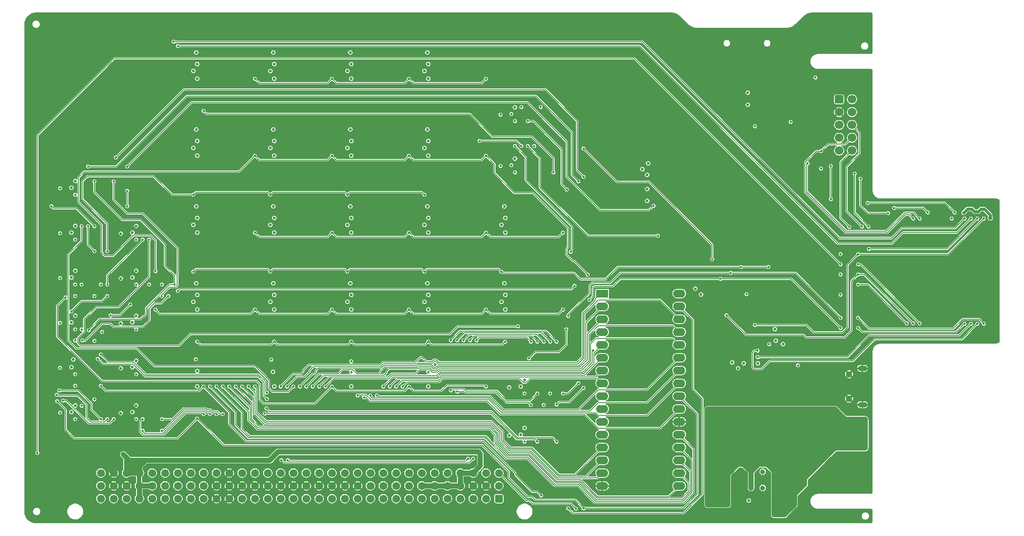
<source format=gbl>
G04 #@! TF.GenerationSoftware,KiCad,Pcbnew,(5.1.10-1-10_14)*
G04 #@! TF.CreationDate,2022-01-14T08:56:19-05:00*
G04 #@! TF.ProjectId,NuBus-ESP32,4e754275-732d-4455-9350-33322e6b6963,rev?*
G04 #@! TF.SameCoordinates,Original*
G04 #@! TF.FileFunction,Copper,L4,Bot*
G04 #@! TF.FilePolarity,Positive*
%FSLAX46Y46*%
G04 Gerber Fmt 4.6, Leading zero omitted, Abs format (unit mm)*
G04 Created by KiCad (PCBNEW (5.1.10-1-10_14)) date 2022-01-14 08:56:19*
%MOMM*%
%LPD*%
G01*
G04 APERTURE LIST*
G04 #@! TA.AperFunction,ComponentPad*
%ADD10C,0.800000*%
G04 #@! TD*
G04 #@! TA.AperFunction,ComponentPad*
%ADD11C,1.700000*%
G04 #@! TD*
G04 #@! TA.AperFunction,ComponentPad*
%ADD12C,1.550000*%
G04 #@! TD*
G04 #@! TA.AperFunction,ComponentPad*
%ADD13C,6.400000*%
G04 #@! TD*
G04 #@! TA.AperFunction,ComponentPad*
%ADD14R,2.400000X1.600000*%
G04 #@! TD*
G04 #@! TA.AperFunction,ComponentPad*
%ADD15O,2.400000X1.600000*%
G04 #@! TD*
G04 #@! TA.AperFunction,ComponentPad*
%ADD16O,1.900000X1.070000*%
G04 #@! TD*
G04 #@! TA.AperFunction,ComponentPad*
%ADD17C,1.300000*%
G04 #@! TD*
G04 #@! TA.AperFunction,ViaPad*
%ADD18C,0.600000*%
G04 #@! TD*
G04 #@! TA.AperFunction,ViaPad*
%ADD19C,0.500000*%
G04 #@! TD*
G04 #@! TA.AperFunction,ViaPad*
%ADD20C,1.000000*%
G04 #@! TD*
G04 #@! TA.AperFunction,ViaPad*
%ADD21C,0.800000*%
G04 #@! TD*
G04 #@! TA.AperFunction,Conductor*
%ADD22C,1.000000*%
G04 #@! TD*
G04 #@! TA.AperFunction,Conductor*
%ADD23C,0.600000*%
G04 #@! TD*
G04 #@! TA.AperFunction,Conductor*
%ADD24C,0.150000*%
G04 #@! TD*
G04 #@! TA.AperFunction,Conductor*
%ADD25C,0.700000*%
G04 #@! TD*
G04 #@! TA.AperFunction,Conductor*
%ADD26C,0.800000*%
G04 #@! TD*
G04 #@! TA.AperFunction,Conductor*
%ADD27C,0.100000*%
G04 #@! TD*
G04 APERTURE END LIST*
D10*
X252391500Y-84868000D03*
X253518500Y-84868000D03*
X254645500Y-84868000D03*
X254645500Y-87122000D03*
X253518500Y-87122000D03*
X252391500Y-87122000D03*
X252391500Y-85995000D03*
X254645500Y-85995000D03*
G04 #@! TA.AperFunction,ComponentPad*
G36*
G01*
X229020000Y-53559000D02*
X229020000Y-52359000D01*
G75*
G02*
X229270000Y-52109000I250000J0D01*
G01*
X230470000Y-52109000D01*
G75*
G02*
X230720000Y-52359000I0J-250000D01*
G01*
X230720000Y-53559000D01*
G75*
G02*
X230470000Y-53809000I-250000J0D01*
G01*
X229270000Y-53809000D01*
G75*
G02*
X229020000Y-53559000I0J250000D01*
G01*
G37*
G04 #@! TD.AperFunction*
D11*
X229870000Y-55499000D03*
X229870000Y-58039000D03*
X229870000Y-60579000D03*
X229870000Y-63119000D03*
X232410000Y-52959000D03*
X232410000Y-55499000D03*
X232410000Y-58039000D03*
X232410000Y-60579000D03*
X232410000Y-63119000D03*
G04 #@! TA.AperFunction,ComponentPad*
G36*
G01*
X163335000Y-131554998D02*
X163335000Y-132605002D01*
G75*
G02*
X163085002Y-132855000I-249998J0D01*
G01*
X162034998Y-132855000D01*
G75*
G02*
X161785000Y-132605002I0J249998D01*
G01*
X161785000Y-131554998D01*
G75*
G02*
X162034998Y-131305000I249998J0D01*
G01*
X163085002Y-131305000D01*
G75*
G02*
X163335000Y-131554998I0J-249998D01*
G01*
G37*
G04 #@! TD.AperFunction*
D12*
X160020000Y-132080000D03*
X157480000Y-132080000D03*
X154940000Y-132080000D03*
X152400000Y-132080000D03*
X149860000Y-132080000D03*
X147320000Y-132080000D03*
X144780000Y-132080000D03*
X142240000Y-132080000D03*
X139700000Y-132080000D03*
X137160000Y-132080000D03*
X134620000Y-132080000D03*
X132080000Y-132080000D03*
X129540000Y-132080000D03*
X127000000Y-132080000D03*
X124460000Y-132080000D03*
X121920000Y-132080000D03*
X119380000Y-132080000D03*
X116840000Y-132080000D03*
X114300000Y-132080000D03*
X111760000Y-132080000D03*
X109220000Y-132080000D03*
X106680000Y-132080000D03*
X104140000Y-132080000D03*
X101600000Y-132080000D03*
X99060000Y-132080000D03*
X96520000Y-132080000D03*
X93980000Y-132080000D03*
X91440000Y-132080000D03*
X88900000Y-132080000D03*
X86360000Y-132080000D03*
X83820000Y-132080000D03*
X162560000Y-129540000D03*
X160020000Y-129540000D03*
X157480000Y-129540000D03*
X154940000Y-129540000D03*
X152400000Y-129540000D03*
X149860000Y-129540000D03*
X147320000Y-129540000D03*
X144780000Y-129540000D03*
X142240000Y-129540000D03*
X139700000Y-129540000D03*
X137160000Y-129540000D03*
X134620000Y-129540000D03*
X132080000Y-129540000D03*
X129540000Y-129540000D03*
X127000000Y-129540000D03*
X124460000Y-129540000D03*
X121920000Y-129540000D03*
X119380000Y-129540000D03*
X116840000Y-129540000D03*
X114300000Y-129540000D03*
X111760000Y-129540000D03*
X109220000Y-129540000D03*
X106680000Y-129540000D03*
X104140000Y-129540000D03*
X101600000Y-129540000D03*
X99060000Y-129540000D03*
X96520000Y-129540000D03*
X93980000Y-129540000D03*
X91440000Y-129540000D03*
X88900000Y-129540000D03*
X86360000Y-129540000D03*
X83820000Y-129540000D03*
X162560000Y-127000000D03*
X160020000Y-127000000D03*
X157480000Y-127000000D03*
X154940000Y-127000000D03*
X152400000Y-127000000D03*
X149860000Y-127000000D03*
X147320000Y-127000000D03*
X144780000Y-127000000D03*
X142240000Y-127000000D03*
X139700000Y-127000000D03*
X137160000Y-127000000D03*
X134620000Y-127000000D03*
X132080000Y-127000000D03*
X129540000Y-127000000D03*
X127000000Y-127000000D03*
X124460000Y-127000000D03*
X121920000Y-127000000D03*
X119380000Y-127000000D03*
X116840000Y-127000000D03*
X114300000Y-127000000D03*
X111760000Y-127000000D03*
X109220000Y-127000000D03*
X106680000Y-127000000D03*
X104140000Y-127000000D03*
X101600000Y-127000000D03*
X99060000Y-127000000D03*
X96520000Y-127000000D03*
X93980000Y-127000000D03*
X91440000Y-127000000D03*
X88900000Y-127000000D03*
X86360000Y-127000000D03*
X83820000Y-127000000D03*
D13*
X230759000Y-39878000D03*
D10*
X233159000Y-39878000D03*
X232456056Y-41575056D03*
X230759000Y-42278000D03*
X229061944Y-41575056D03*
X228359000Y-39878000D03*
X229061944Y-38180944D03*
X230759000Y-37478000D03*
X232456056Y-38180944D03*
X232456056Y-125429944D03*
X230759000Y-124727000D03*
X229061944Y-125429944D03*
X228359000Y-127127000D03*
X229061944Y-128824056D03*
X230759000Y-129527000D03*
X232456056Y-128824056D03*
X233159000Y-127127000D03*
D13*
X230759000Y-127127000D03*
D14*
X183007000Y-91440000D03*
D15*
X198247000Y-129540000D03*
X183007000Y-93980000D03*
X198247000Y-127000000D03*
X183007000Y-96520000D03*
X198247000Y-124460000D03*
X183007000Y-99060000D03*
X198247000Y-121920000D03*
X183007000Y-101600000D03*
X198247000Y-119380000D03*
X183007000Y-104140000D03*
X198247000Y-116840000D03*
X183007000Y-106680000D03*
X198247000Y-114300000D03*
X183007000Y-109220000D03*
X198247000Y-111760000D03*
X183007000Y-111760000D03*
X198247000Y-109220000D03*
X183007000Y-114300000D03*
X198247000Y-106680000D03*
X183007000Y-116840000D03*
X198247000Y-104140000D03*
X183007000Y-119380000D03*
X198247000Y-101600000D03*
X183007000Y-121920000D03*
X198247000Y-99060000D03*
X183007000Y-124460000D03*
X198247000Y-96520000D03*
X183007000Y-127000000D03*
X198247000Y-93980000D03*
X183007000Y-129540000D03*
X198247000Y-91440000D03*
D16*
X234500000Y-106250000D03*
X234500000Y-113450000D03*
D17*
X231850000Y-107425000D03*
X231850000Y-112275000D03*
D18*
X86360000Y-118554500D03*
X86360000Y-121348500D03*
X98425000Y-100774500D03*
X98425000Y-103568500D03*
X86360000Y-100774500D03*
X86360000Y-103568500D03*
X86360000Y-91884500D03*
X86360000Y-94678500D03*
X86360000Y-85788500D03*
X86360000Y-82994500D03*
X98425000Y-109664500D03*
X98425000Y-112458500D03*
X98425000Y-94678500D03*
X98425000Y-91884500D03*
X98425000Y-85788500D03*
X98425000Y-82994500D03*
X86360000Y-109664500D03*
X86360000Y-112458500D03*
X98425000Y-118554500D03*
X98425000Y-121348500D03*
X86360000Y-74104500D03*
X86360000Y-76898500D03*
X175260000Y-125793500D03*
X175260000Y-122999500D03*
X175260000Y-113474500D03*
X175260000Y-116268500D03*
X173355000Y-59499500D03*
X174053500Y-60896500D03*
X173355000Y-62293500D03*
X116332000Y-106934000D03*
X101346000Y-106807000D03*
X101346000Y-89408000D03*
X101346000Y-91694000D03*
X101346000Y-76454000D03*
X101346000Y-74168000D03*
X116586000Y-91694000D03*
X116586000Y-89408000D03*
X131826000Y-91694000D03*
X131826000Y-89408000D03*
X147066000Y-91694000D03*
X131826000Y-104775000D03*
X147066000Y-89408000D03*
X162306000Y-74168000D03*
X162306000Y-89408000D03*
X162306000Y-76454000D03*
X162306000Y-91694000D03*
X114300000Y-88646000D03*
X115062000Y-87249000D03*
X114300000Y-85725000D03*
X130302000Y-87249000D03*
X129540000Y-88646000D03*
X129540000Y-85725000D03*
X144780000Y-85725000D03*
X144780000Y-88646000D03*
X145542000Y-87249000D03*
X160782000Y-87249000D03*
X160020000Y-85725000D03*
X160020000Y-88646000D03*
X175260000Y-88646000D03*
X175260000Y-85725000D03*
X175260000Y-100965000D03*
X175260000Y-103886000D03*
X176022000Y-102489000D03*
X160020000Y-103886000D03*
X160020000Y-100965000D03*
X160782000Y-102489000D03*
X145542000Y-102489000D03*
X144780000Y-100965000D03*
X129540000Y-100965000D03*
X130302000Y-102489000D03*
X129540000Y-103886000D03*
X114300000Y-103886000D03*
X115062000Y-102489000D03*
X114300000Y-100965000D03*
X114300000Y-116205000D03*
X114300000Y-119126000D03*
X129540000Y-116205000D03*
X129540000Y-119126000D03*
X144780000Y-119126000D03*
X144780000Y-116205000D03*
X160020000Y-116205000D03*
X160020000Y-119126000D03*
X144780000Y-103886000D03*
D19*
X113030000Y-94615000D03*
X105410000Y-94615000D03*
X107950000Y-94615000D03*
X106680000Y-94615000D03*
X111760000Y-94615000D03*
X109220000Y-94615000D03*
X110490000Y-94615000D03*
X104140000Y-94615000D03*
X119380000Y-94615000D03*
X123190000Y-94615000D03*
X120650000Y-94615000D03*
X124460000Y-94615000D03*
X128270000Y-94615000D03*
X125730000Y-94615000D03*
X121920000Y-94615000D03*
X127000000Y-94615000D03*
X118110000Y-116205000D03*
X133350000Y-116205000D03*
X148590000Y-116205000D03*
X105410000Y-106807000D03*
X104140000Y-106807000D03*
X109220000Y-106807000D03*
X110490000Y-106807000D03*
X111760000Y-106807000D03*
X106680000Y-106807000D03*
X107950000Y-106807000D03*
X128270000Y-106807000D03*
X113030000Y-106807000D03*
X114300000Y-106807000D03*
X129540000Y-106807000D03*
X134747000Y-106807000D03*
X136017000Y-106807000D03*
X137287000Y-106807000D03*
X138557000Y-106807000D03*
X139827000Y-106807000D03*
X141097000Y-106807000D03*
X142367000Y-106807000D03*
X143637000Y-106807000D03*
D18*
X147066000Y-107061000D03*
D19*
X155575000Y-116205000D03*
X156845000Y-116205000D03*
X158115000Y-116205000D03*
X153035000Y-116205000D03*
X154305000Y-116205000D03*
X151765000Y-116205000D03*
X150495000Y-116205000D03*
X142875000Y-116205000D03*
X140335000Y-116205000D03*
X141605000Y-116205000D03*
X139065000Y-116205000D03*
X137795000Y-116205000D03*
X135255000Y-116205000D03*
X136525000Y-116205000D03*
X125095000Y-116205000D03*
X122555000Y-116205000D03*
X123825000Y-116205000D03*
X127635000Y-116205000D03*
X121285000Y-116205000D03*
X120015000Y-116205000D03*
X126365000Y-116205000D03*
X107315000Y-116205000D03*
X106045000Y-116205000D03*
X108585000Y-116205000D03*
X109855000Y-116205000D03*
X112395000Y-116205000D03*
X104775000Y-116205000D03*
X111125000Y-116205000D03*
X143510000Y-94615000D03*
X138430000Y-94615000D03*
X139700000Y-94615000D03*
X135890000Y-94615000D03*
X137160000Y-94615000D03*
X142240000Y-94615000D03*
X140970000Y-94615000D03*
X134620000Y-94615000D03*
X153670000Y-94615000D03*
X151130000Y-94615000D03*
X152400000Y-94615000D03*
X157480000Y-94615000D03*
X154940000Y-94615000D03*
X156210000Y-94615000D03*
X149860000Y-94615000D03*
X158750000Y-94615000D03*
X101473000Y-104457500D03*
X116522500Y-104521000D03*
X112395000Y-103886000D03*
D18*
X77978000Y-117094000D03*
X87757000Y-98679000D03*
X90043000Y-99314000D03*
X77978000Y-99314000D03*
X77978000Y-90424000D03*
X77978000Y-81534000D03*
X87757000Y-107569000D03*
X90043000Y-108204000D03*
X90043000Y-90424000D03*
X87757000Y-116459000D03*
X90043000Y-81534000D03*
X87757000Y-80899000D03*
X87757000Y-89789000D03*
X90043000Y-117094000D03*
X77978000Y-108204000D03*
D19*
X92075000Y-100838000D03*
X92075000Y-91948000D03*
X127000000Y-106807000D03*
X125730000Y-106807000D03*
X123190000Y-106807000D03*
X124460000Y-106807000D03*
X120650000Y-106807000D03*
X121920000Y-106807000D03*
X119380000Y-106807000D03*
X131826000Y-106997500D03*
X71250000Y-124900000D03*
X71250000Y-128500000D03*
X82232500Y-121666000D03*
D18*
X131826000Y-76454000D03*
X147066000Y-76454000D03*
X116586000Y-76454000D03*
X147066000Y-74168000D03*
X116586000Y-74168000D03*
X131826000Y-74168000D03*
X116586000Y-58928000D03*
X101346000Y-58928000D03*
X101346000Y-61214000D03*
X116586000Y-61214000D03*
X115062000Y-72009000D03*
X129540000Y-70485000D03*
X130302000Y-72009000D03*
X114300000Y-70485000D03*
X129540000Y-73406000D03*
X114300000Y-73406000D03*
X114300000Y-55245000D03*
X129540000Y-58166000D03*
X114300000Y-58166000D03*
X116586000Y-45974000D03*
X115062000Y-56769000D03*
X101346000Y-43688000D03*
X130302000Y-56769000D03*
X101346000Y-45974000D03*
X129540000Y-55245000D03*
X116586000Y-43688000D03*
X147066000Y-43688000D03*
X147066000Y-45974000D03*
X160020000Y-58166000D03*
X160782000Y-56769000D03*
X131826000Y-43688000D03*
X144780000Y-58166000D03*
X145542000Y-56769000D03*
X160020000Y-55245000D03*
X131826000Y-45974000D03*
X144780000Y-55245000D03*
X144780000Y-70485000D03*
X147066000Y-58928000D03*
X131826000Y-58928000D03*
X160020000Y-73406000D03*
X160782000Y-72009000D03*
X160020000Y-70485000D03*
X144780000Y-73406000D03*
X145542000Y-72009000D03*
X147066000Y-61214000D03*
X131826000Y-61214000D03*
D19*
X109220000Y-76327000D03*
X106680000Y-76327000D03*
X105410000Y-76327000D03*
X107950000Y-76327000D03*
X114300000Y-76327000D03*
X110490000Y-76327000D03*
X111760000Y-76327000D03*
X113030000Y-76327000D03*
X125730000Y-76327000D03*
X127000000Y-76327000D03*
X129540000Y-76327000D03*
X128270000Y-76327000D03*
X124460000Y-76327000D03*
X120650000Y-76327000D03*
X121920000Y-76327000D03*
X123190000Y-76327000D03*
X135890000Y-76327000D03*
X143510000Y-76327000D03*
X144780000Y-76327000D03*
X137160000Y-76327000D03*
X138430000Y-76327000D03*
X139700000Y-76327000D03*
X142240000Y-76327000D03*
X140970000Y-76327000D03*
X152400000Y-76327000D03*
X151130000Y-76327000D03*
X160020000Y-76327000D03*
X156210000Y-76327000D03*
X153670000Y-76327000D03*
X154940000Y-76327000D03*
X158750000Y-76327000D03*
X157480000Y-76327000D03*
X75755500Y-80962500D03*
X75755500Y-89852500D03*
X75755500Y-98742500D03*
X75755500Y-107632500D03*
X75755500Y-116522500D03*
X118110000Y-55245000D03*
X102870000Y-55245000D03*
X133350000Y-55245000D03*
X148590000Y-55245000D03*
X121132600Y-125501400D03*
X122402600Y-125501400D03*
X123672600Y-125501400D03*
X124942600Y-125501400D03*
X126212600Y-125501400D03*
X128752600Y-125501400D03*
X130022600Y-125501400D03*
X127482600Y-125501400D03*
X119862600Y-125501400D03*
X116052600Y-125501400D03*
X118592600Y-125501400D03*
X117322600Y-125501400D03*
X113512600Y-125501400D03*
X114782600Y-125501400D03*
X112242600Y-125501400D03*
X110972600Y-125501400D03*
X131292600Y-125501400D03*
X134150100Y-125476000D03*
X135420100Y-125501400D03*
X132715000Y-125476000D03*
X139230100Y-125501400D03*
X140500100Y-125501400D03*
X137960100Y-125501400D03*
X136690100Y-125501400D03*
X150660100Y-125501400D03*
X146850100Y-125501400D03*
X149390100Y-125501400D03*
X148120100Y-125501400D03*
X141770100Y-125501400D03*
X144310100Y-125501400D03*
X145580100Y-125501400D03*
X143040100Y-125501400D03*
X151930100Y-125501400D03*
X230850000Y-108550000D03*
D18*
X233400000Y-109050000D03*
X233400000Y-110650000D03*
D19*
X235600000Y-110650000D03*
X235600000Y-109050000D03*
X172085000Y-67437000D03*
X165735000Y-69723000D03*
X165163500Y-68262500D03*
D18*
X162814000Y-67564000D03*
X162814000Y-57404000D03*
D19*
X165163500Y-58102500D03*
D18*
X197358000Y-82550000D03*
X189357000Y-86741000D03*
X189357000Y-84391500D03*
X200279000Y-92964000D03*
X202565000Y-92964000D03*
X193421000Y-67945000D03*
X193421000Y-65659000D03*
X201422000Y-94107000D03*
X195008500Y-82550000D03*
X194564000Y-66802000D03*
X86995000Y-123317000D03*
D19*
X186309000Y-75565000D03*
X186309000Y-74295000D03*
X187452000Y-73152000D03*
X188722000Y-73152000D03*
X189992000Y-73152000D03*
X193802000Y-73152000D03*
X194945000Y-74295000D03*
X194945000Y-75565000D03*
X186309000Y-76835000D03*
X186309000Y-78105000D03*
X194945000Y-78105000D03*
X194945000Y-76835000D03*
X194945000Y-80645000D03*
X186309000Y-80645000D03*
X194945000Y-79375000D03*
X186309000Y-79375000D03*
X186309000Y-81915000D03*
X186309000Y-83185000D03*
X187452000Y-84328000D03*
X191262000Y-84328000D03*
X192532000Y-84328000D03*
X193802000Y-84328000D03*
D18*
X166878000Y-112014000D03*
X164592000Y-111379000D03*
D19*
X150652480Y-128270000D03*
X148112480Y-128270000D03*
X149067520Y-128270000D03*
X146527520Y-128270000D03*
X145572480Y-128270000D03*
X143987520Y-128270000D03*
X143032480Y-128270000D03*
X140492480Y-128270000D03*
X141447520Y-128270000D03*
X137952480Y-128270000D03*
X138907520Y-128270000D03*
X136367520Y-128270000D03*
X135412480Y-128270000D03*
X133827520Y-128270000D03*
X132872480Y-128270000D03*
X133827520Y-128270000D03*
X132872480Y-128270000D03*
X130332480Y-128270000D03*
X131287520Y-128270000D03*
X128747520Y-128270000D03*
X127792480Y-128270000D03*
X125252480Y-128270000D03*
X126207520Y-128270000D03*
X123667520Y-128270000D03*
X122712480Y-128270000D03*
X120172480Y-128270000D03*
X121127520Y-128270000D03*
X117632480Y-128270000D03*
X118587520Y-128270000D03*
X116047520Y-128270000D03*
X115092480Y-128270000D03*
X112552480Y-128270000D03*
X113507520Y-128270000D03*
X110967520Y-128270000D03*
X110012480Y-128270000D03*
X99852480Y-128270000D03*
X100807520Y-128270000D03*
X98267520Y-128270000D03*
X97312480Y-128270000D03*
X93187520Y-128270000D03*
X95250000Y-130810000D03*
X90170000Y-130810000D03*
X87630000Y-130810000D03*
X87630000Y-128270000D03*
X90170000Y-128270000D03*
X95250000Y-128270000D03*
X115570000Y-131064000D03*
X120650000Y-131064000D03*
X118110000Y-131064000D03*
X110490000Y-131064000D03*
X113030000Y-131064000D03*
X125730000Y-131064000D03*
X123190000Y-131064000D03*
X130810000Y-131064000D03*
X128270000Y-131064000D03*
X135890000Y-131064000D03*
X133350000Y-131064000D03*
X140970000Y-131064000D03*
X138430000Y-131064000D03*
X146050000Y-131064000D03*
X143510000Y-131064000D03*
X148590000Y-131064000D03*
X100330000Y-131064000D03*
X97790000Y-131064000D03*
X102870000Y-130810000D03*
X105410000Y-130810000D03*
X107950000Y-130810000D03*
X107950000Y-128270000D03*
X102870000Y-128270000D03*
X105410000Y-128270000D03*
X92710000Y-131064000D03*
D18*
X164592000Y-120904000D03*
D19*
X151130000Y-131064000D03*
X158750000Y-128270000D03*
X161290000Y-128270000D03*
X158750000Y-130810000D03*
X161290000Y-130810000D03*
X156210000Y-128270000D03*
X156210000Y-130810000D03*
X153670000Y-130810000D03*
X153670000Y-128524000D03*
X153200100Y-125501400D03*
X154470100Y-125501400D03*
X154559000Y-124142500D03*
X166814500Y-121348500D03*
X156210000Y-125476000D03*
X92232480Y-128270000D03*
D18*
X167259000Y-127635000D03*
X167259000Y-129921000D03*
X168402000Y-128778000D03*
D19*
X118110000Y-119126000D03*
X168910000Y-125730000D03*
X172720000Y-123063000D03*
D18*
X147193000Y-104648000D03*
X85852000Y-124460000D03*
D19*
X163830000Y-130810000D03*
X82550000Y-128270000D03*
X85090000Y-128270000D03*
X133350000Y-119126000D03*
X148590000Y-119126000D03*
X166243000Y-124714000D03*
X161290000Y-126047500D03*
X81788000Y-104013000D03*
D20*
X210150000Y-129950000D03*
X210150000Y-126750000D03*
D21*
X241490500Y-81280000D03*
X243268500Y-80010000D03*
X243268500Y-76454000D03*
X261048500Y-76454000D03*
X261048500Y-97536000D03*
D19*
X247713500Y-76708000D03*
X248983500Y-76708000D03*
X250253500Y-76708000D03*
D21*
X257048000Y-74295000D03*
D19*
X233807000Y-136525000D03*
D18*
X213250000Y-132200000D03*
D19*
X213200000Y-134450000D03*
D18*
X210600000Y-132450000D03*
X212100000Y-133350000D03*
X209500000Y-131350000D03*
D19*
X192532000Y-64008000D03*
X191897000Y-62992000D03*
X199898000Y-68707000D03*
X201422000Y-68707000D03*
X202946000Y-68707000D03*
X75755500Y-72072500D03*
X88392000Y-91821000D03*
X88519000Y-93853000D03*
X109220000Y-73533000D03*
X106680000Y-73533000D03*
X105410000Y-73533000D03*
X107950000Y-73533000D03*
X110490000Y-73533000D03*
X111760000Y-73533000D03*
X113030000Y-73533000D03*
X104140000Y-73533000D03*
X104140000Y-76327000D03*
X119380000Y-73533000D03*
X125730000Y-73533000D03*
X127000000Y-73533000D03*
X128270000Y-73533000D03*
X124460000Y-73533000D03*
X120650000Y-73533000D03*
X121920000Y-73533000D03*
X123190000Y-73533000D03*
X119380000Y-76327000D03*
X134620000Y-76327000D03*
X135890000Y-73533000D03*
X143510000Y-73533000D03*
X137160000Y-73533000D03*
X138430000Y-73533000D03*
X139700000Y-73533000D03*
X142240000Y-73533000D03*
X140970000Y-73533000D03*
X134620000Y-73533000D03*
X149860000Y-76327000D03*
X149860000Y-73533000D03*
X152400000Y-73533000D03*
X151130000Y-73533000D03*
X156210000Y-73533000D03*
X153670000Y-73533000D03*
X154940000Y-73533000D03*
X158750000Y-73533000D03*
X157480000Y-73533000D03*
X88265000Y-83439000D03*
X89281000Y-85344000D03*
X88773000Y-100457000D03*
X88519000Y-103251000D03*
X89027000Y-111633000D03*
X89535000Y-113411000D03*
X88773000Y-119380000D03*
X88773000Y-121031000D03*
X96520000Y-123190000D03*
X96520000Y-121920000D03*
X84328000Y-124841000D03*
X78613000Y-122047000D03*
X79756000Y-116967000D03*
D20*
X218450000Y-43950000D03*
X218450000Y-40550000D03*
X218500000Y-50500000D03*
X218500000Y-53200000D03*
X219700000Y-51850000D03*
D18*
X214000000Y-54050000D03*
X214000000Y-51650000D03*
D19*
X89789000Y-123507500D03*
D18*
X215836500Y-98488500D03*
X211010500Y-101473000D03*
X213804500Y-101473000D03*
X215265000Y-100774500D03*
X212407500Y-100774500D03*
X211010500Y-103378000D03*
X208724500Y-103759000D03*
X209867500Y-102616000D03*
D19*
X215714000Y-96550000D03*
X203644500Y-103949500D03*
X208978500Y-111950500D03*
X211137500Y-111950500D03*
X202565000Y-104965500D03*
X216014000Y-92900000D03*
X214264000Y-92900000D03*
X214714000Y-97100000D03*
X203581000Y-72390000D03*
X204597000Y-71882000D03*
X205613000Y-71374000D03*
X242379500Y-75184000D03*
X230150000Y-94250000D03*
X230150000Y-89650000D03*
X121031000Y-36195000D03*
X219710000Y-105664000D03*
X201485500Y-103949500D03*
X211300000Y-55000000D03*
X210150000Y-54150000D03*
X216200000Y-54150000D03*
X226314000Y-59817000D03*
X226314000Y-61341000D03*
D20*
X219650000Y-42250000D03*
X217250000Y-42250000D03*
X202950000Y-40550000D03*
X201750000Y-42250000D03*
X202950000Y-43950000D03*
X204150000Y-42250000D03*
X203850000Y-50500000D03*
X205250000Y-51850000D03*
X202450000Y-51850000D03*
X203850000Y-53200000D03*
D19*
X241427000Y-73025000D03*
X236601000Y-72517000D03*
X236093000Y-67691000D03*
X239395000Y-100965000D03*
X236093000Y-104267000D03*
X236601000Y-101473000D03*
X230100000Y-79950000D03*
X250253500Y-97282000D03*
X251523500Y-97282000D03*
X252793500Y-97282000D03*
X248983500Y-97282000D03*
X242050000Y-97850000D03*
X228550000Y-99650000D03*
X179959000Y-96329500D03*
X180276500Y-98552000D03*
X180911500Y-100457000D03*
X187833000Y-107632500D03*
X188214000Y-109791500D03*
X188595000Y-111950500D03*
X188976000Y-114109500D03*
X189357000Y-116268500D03*
X189674500Y-118618000D03*
X190119000Y-120586500D03*
X191135000Y-120586500D03*
X191579500Y-118618000D03*
X191897000Y-116268500D03*
X192278000Y-114109500D03*
X192913000Y-110172500D03*
X193040000Y-107251500D03*
X193421000Y-105092500D03*
X193802000Y-102933500D03*
X194183000Y-100838000D03*
X194564000Y-98615500D03*
X194945000Y-96456500D03*
X195326000Y-94297500D03*
X195834000Y-90995500D03*
X185166000Y-93535500D03*
X185547000Y-94678500D03*
X185928000Y-96837500D03*
X186309000Y-98996500D03*
X186690000Y-101155500D03*
X187071000Y-103314500D03*
X187452000Y-105473500D03*
X192659000Y-113030000D03*
X200723500Y-89408000D03*
X185547000Y-85153500D03*
X216050000Y-61650000D03*
X217100000Y-61300000D03*
X215750000Y-62750000D03*
X214600000Y-63000000D03*
X229200000Y-68200000D03*
X230850000Y-69200000D03*
X232150000Y-70200000D03*
X229150000Y-71200000D03*
X230800000Y-72250000D03*
X233500000Y-73600000D03*
X233550000Y-72250000D03*
X234600000Y-71900000D03*
X238250000Y-74000000D03*
X238050000Y-75000000D03*
X237400000Y-76000000D03*
X180403500Y-115570000D03*
X179641500Y-113792000D03*
X179070000Y-127127000D03*
X180721000Y-127444500D03*
X198501000Y-134429500D03*
X198501000Y-133413500D03*
X197040500Y-131445000D03*
X179578000Y-128460500D03*
X178816000Y-130873500D03*
X176784000Y-131064000D03*
X177800000Y-131191000D03*
D18*
X255841500Y-75438000D03*
X258254500Y-75438000D03*
D19*
X213950000Y-63750000D03*
X213750000Y-65000000D03*
X82486500Y-86233000D03*
X80645000Y-85852000D03*
X80835500Y-86868000D03*
X84645500Y-85979000D03*
X85598000Y-90614500D03*
X83312000Y-91249500D03*
X81216500Y-90805000D03*
X79692500Y-82423000D03*
X80899000Y-82740500D03*
X85090000Y-107632500D03*
X93345000Y-121475500D03*
X99542600Y-125501400D03*
X98272600Y-125501400D03*
X97002600Y-125501400D03*
X95732600Y-125501400D03*
X94462600Y-125501400D03*
X93192600Y-125501400D03*
X119253000Y-112268000D03*
X164719000Y-51689000D03*
X164211000Y-52959000D03*
X172720000Y-52705000D03*
X169100500Y-53784500D03*
X69088000Y-132969000D03*
X72644000Y-136525000D03*
X69088000Y-39751000D03*
X72644000Y-36195000D03*
X69088000Y-127889000D03*
X69088000Y-117729000D03*
X69088000Y-122809000D03*
X69088000Y-44831000D03*
X69088000Y-49911000D03*
X69088000Y-54991000D03*
X69088000Y-65151000D03*
X69088000Y-70231000D03*
X69088000Y-75311000D03*
X69088000Y-60071000D03*
X69088000Y-97409000D03*
X69088000Y-102489000D03*
X69088000Y-107569000D03*
X69088000Y-112649000D03*
X69088000Y-80391000D03*
X69088000Y-92329000D03*
X69088000Y-86360000D03*
X77724000Y-136525000D03*
X82804000Y-136525000D03*
X92964000Y-136525000D03*
X87884000Y-136525000D03*
X98044000Y-136525000D03*
X103124000Y-136525000D03*
X108204000Y-136525000D03*
X113284000Y-136525000D03*
X118364000Y-136525000D03*
X228727000Y-136525000D03*
X218567000Y-136525000D03*
X223647000Y-136525000D03*
X203327000Y-136525000D03*
X198247000Y-136525000D03*
X208407000Y-136525000D03*
X213487000Y-136525000D03*
X193167000Y-136525000D03*
X183007000Y-136525000D03*
X177927000Y-136525000D03*
X188087000Y-136525000D03*
X158496000Y-136525000D03*
X148336000Y-136525000D03*
X153416000Y-136525000D03*
X163576000Y-136525000D03*
X168656000Y-136525000D03*
X138176000Y-136525000D03*
X143256000Y-136525000D03*
X133096000Y-136525000D03*
X128016000Y-136525000D03*
X123190000Y-136525000D03*
X173228000Y-136525000D03*
X236093000Y-130683000D03*
X236093000Y-125603000D03*
X236093000Y-120523000D03*
X236093000Y-115443000D03*
X244475000Y-100965000D03*
X254635000Y-100965000D03*
X249555000Y-100965000D03*
X259334000Y-100965000D03*
X236093000Y-62611000D03*
X236093000Y-52451000D03*
X236093000Y-57531000D03*
X236093000Y-47371000D03*
X246507000Y-73025000D03*
X251587000Y-73025000D03*
X256667000Y-73025000D03*
X261239000Y-73025000D03*
X222504000Y-64516000D03*
X206375000Y-92392500D03*
D20*
X212450000Y-126750000D03*
X212450000Y-129950000D03*
D18*
X117856000Y-106934000D03*
X102870000Y-106807000D03*
X102870000Y-91694000D03*
X102679500Y-89408000D03*
X102870000Y-76454000D03*
X102679500Y-74168000D03*
X118110000Y-91694000D03*
X117919500Y-89408000D03*
X133350000Y-91694000D03*
X133159500Y-89408000D03*
X148590000Y-91694000D03*
X148399500Y-89408000D03*
X163830000Y-91694000D03*
X163639500Y-89408000D03*
X163830000Y-76454000D03*
X163639500Y-74168000D03*
X102108000Y-93091000D03*
X102108000Y-77851000D03*
X117348000Y-77851000D03*
X117348000Y-93091000D03*
X132588000Y-93091000D03*
X132588000Y-77851000D03*
X147828000Y-93091000D03*
X147828000Y-77851000D03*
X163068000Y-93091000D03*
X163068000Y-77851000D03*
X102870000Y-94615000D03*
X102870000Y-109855000D03*
X102870000Y-79375000D03*
X118110000Y-94615000D03*
X118110000Y-109855000D03*
X118110000Y-79375000D03*
X133350000Y-109855000D03*
X133350000Y-94615000D03*
X133350000Y-79375000D03*
X148590000Y-94615000D03*
X148590000Y-79375000D03*
X163830000Y-94615000D03*
X163830000Y-79375000D03*
D19*
X133350000Y-104838500D03*
X133350000Y-106997500D03*
D18*
X148590000Y-109855000D03*
X148590000Y-109855000D03*
D19*
X148590000Y-106997500D03*
X102616000Y-104457500D03*
X117538500Y-104521000D03*
D18*
X77978000Y-114935000D03*
X78740000Y-113601500D03*
D19*
X78740000Y-116332000D03*
D18*
X87757000Y-97345500D03*
X90043000Y-97155000D03*
D19*
X90805000Y-98552000D03*
D18*
X90805000Y-95821500D03*
X77978000Y-97155000D03*
X78740000Y-95821500D03*
D19*
X78740000Y-98552000D03*
D18*
X77978000Y-88265000D03*
X78740000Y-86931500D03*
D19*
X78740000Y-89662000D03*
X78740000Y-80772000D03*
D18*
X78740000Y-78041500D03*
X77978000Y-79375000D03*
X90043000Y-106045000D03*
X87757000Y-106235500D03*
X90805000Y-104711500D03*
D19*
X90805000Y-107442000D03*
X90805000Y-89662000D03*
D18*
X90805000Y-86931500D03*
X90043000Y-88265000D03*
X87757000Y-88455500D03*
X87757000Y-115125500D03*
D19*
X90805000Y-80772000D03*
D18*
X90805000Y-78041500D03*
X90043000Y-114935000D03*
X90043000Y-79375000D03*
X87757000Y-79565500D03*
D19*
X90805000Y-116332000D03*
D18*
X90805000Y-113601500D03*
X77978000Y-106045000D03*
D19*
X78740000Y-107442000D03*
X82550000Y-100838000D03*
X80010000Y-98552000D03*
X93345000Y-89662000D03*
X95885000Y-89662000D03*
X83820000Y-89662000D03*
X80010000Y-89662000D03*
X78740000Y-91948000D03*
X82550000Y-91948000D03*
X82550000Y-112395000D03*
X78740000Y-109728000D03*
X80010000Y-113665000D03*
D18*
X148590000Y-76454000D03*
X117919500Y-74168000D03*
X133350000Y-76454000D03*
X148399500Y-74168000D03*
X133159500Y-74168000D03*
X118110000Y-76454000D03*
X102108000Y-62611000D03*
X102870000Y-61214000D03*
X118110000Y-61214000D03*
X102679500Y-58928000D03*
X117919500Y-58928000D03*
X117348000Y-62611000D03*
X102870000Y-64135000D03*
X118110000Y-64135000D03*
X102108000Y-47371000D03*
X117348000Y-47371000D03*
X102870000Y-45974000D03*
X102870000Y-48895000D03*
X102679500Y-43688000D03*
X118110000Y-45974000D03*
X118110000Y-48895000D03*
X117919500Y-43688000D03*
X148399500Y-43688000D03*
X148590000Y-45974000D03*
X148590000Y-48895000D03*
X133350000Y-45974000D03*
X132588000Y-47371000D03*
X133350000Y-48895000D03*
X147828000Y-47371000D03*
X133159500Y-43688000D03*
X133350000Y-64135000D03*
X147828000Y-62611000D03*
X132588000Y-62611000D03*
X133159500Y-58928000D03*
X148399500Y-58928000D03*
X148590000Y-61214000D03*
X133350000Y-61214000D03*
X148590000Y-64135000D03*
D19*
X75755500Y-79502000D03*
X75755500Y-88392000D03*
X75755500Y-97282000D03*
X75755500Y-106172000D03*
X75755500Y-115062000D03*
X78740000Y-100711000D03*
X165036500Y-66040000D03*
D18*
X165735000Y-64706500D03*
D19*
X165735000Y-67437000D03*
X162877500Y-66167000D03*
X162877500Y-56007000D03*
X165036500Y-55880000D03*
D18*
X165735000Y-54546500D03*
D19*
X165735000Y-57277000D03*
X170815000Y-54483000D03*
X167005000Y-54483000D03*
X84074000Y-99060000D03*
X167640000Y-120777000D03*
D18*
X167640000Y-118046500D03*
X166878000Y-119380000D03*
X164592000Y-119570500D03*
X164592000Y-110045500D03*
X166878000Y-109855000D03*
X167640000Y-108521500D03*
D19*
X167640000Y-111252000D03*
D18*
X149923500Y-105473500D03*
X78359000Y-104521000D03*
D19*
X171450000Y-113538000D03*
X172720000Y-111252000D03*
D20*
X212450000Y-120350000D03*
X209850000Y-122050000D03*
X215050000Y-122050000D03*
X212450000Y-123750000D03*
X215050000Y-120350000D03*
X209850000Y-120350000D03*
X215050000Y-123750000D03*
X209850000Y-123750000D03*
X212450000Y-125250000D03*
X209850000Y-125250000D03*
X215050000Y-125250000D03*
X209850000Y-118350000D03*
X212450000Y-118350000D03*
X215050000Y-118350000D03*
X215050000Y-116350000D03*
X209850000Y-116350000D03*
X212450000Y-116350000D03*
X212450000Y-114350000D03*
X209850000Y-114350000D03*
X215050000Y-114350000D03*
X217050000Y-123750000D03*
X217050000Y-122050000D03*
X217050000Y-120350000D03*
X217050000Y-116350000D03*
X217050000Y-118350000D03*
X217050000Y-114350000D03*
X219050000Y-123750000D03*
X219050000Y-120350000D03*
X219050000Y-116350000D03*
X219050000Y-122050000D03*
X219050000Y-114350000D03*
X219050000Y-118350000D03*
X221050000Y-122050000D03*
X221050000Y-123750000D03*
X221050000Y-114350000D03*
X221050000Y-120350000D03*
X221050000Y-118350000D03*
X221050000Y-116350000D03*
X223050000Y-118350000D03*
X223050000Y-120350000D03*
X223050000Y-122050000D03*
X223050000Y-123750000D03*
X223050000Y-116350000D03*
X223050000Y-114350000D03*
X219050000Y-125250000D03*
X223050000Y-125250000D03*
X221050000Y-125250000D03*
X217050000Y-125250000D03*
X219050000Y-127250000D03*
X223050000Y-127250000D03*
X221050000Y-127250000D03*
X217050000Y-127250000D03*
X223050000Y-129250000D03*
X217050000Y-129250000D03*
X221050000Y-129250000D03*
X219050000Y-129250000D03*
X221050000Y-131250000D03*
X217050000Y-131250000D03*
X219050000Y-131250000D03*
X217050000Y-133250000D03*
X219050000Y-133250000D03*
X219050000Y-135250000D03*
X217050000Y-135250000D03*
X207850000Y-122050000D03*
X207850000Y-120350000D03*
X207850000Y-123750000D03*
X207850000Y-125250000D03*
X207850000Y-118350000D03*
X207850000Y-116350000D03*
X207850000Y-114350000D03*
X205850000Y-122050000D03*
X205850000Y-120350000D03*
X205850000Y-125250000D03*
X205850000Y-116350000D03*
X205850000Y-118350000D03*
X205850000Y-123750000D03*
X205850000Y-114350000D03*
X203850000Y-122050000D03*
X203850000Y-118350000D03*
X203850000Y-120350000D03*
X203850000Y-114350000D03*
X203850000Y-125250000D03*
X203850000Y-123750000D03*
X203850000Y-116350000D03*
X207850000Y-127250000D03*
X203850000Y-127250000D03*
X205850000Y-127250000D03*
X207850000Y-129250000D03*
X205850000Y-129250000D03*
X203850000Y-129250000D03*
X207850000Y-131250000D03*
X205850000Y-131250000D03*
X207850000Y-133250000D03*
X205850000Y-133250000D03*
D21*
X259778500Y-76454000D03*
D19*
X169545000Y-62230000D03*
D18*
X212000000Y-132450000D03*
D19*
X78740000Y-71882000D03*
D18*
X78740000Y-69151500D03*
X77978000Y-70485000D03*
D19*
X75755500Y-70612000D03*
D18*
X211800000Y-54050000D03*
X211800000Y-51650000D03*
D19*
X220300000Y-57450000D03*
D18*
X218757500Y-101473000D03*
X217170000Y-98488500D03*
D19*
X216027000Y-101473000D03*
D18*
X217360500Y-100774500D03*
X213804500Y-105283000D03*
X211010500Y-105283000D03*
X208724500Y-105092500D03*
X209867500Y-106235500D03*
D19*
X230150000Y-91650000D03*
X230150000Y-87650000D03*
X230150000Y-83650000D03*
D20*
X225050000Y-118350000D03*
X225050000Y-120350000D03*
X225050000Y-122050000D03*
X225050000Y-123750000D03*
X225050000Y-116350000D03*
X225050000Y-114350000D03*
X225050000Y-125250000D03*
X227050000Y-120350000D03*
X227050000Y-116350000D03*
X227050000Y-123750000D03*
X227050000Y-114350000D03*
X227050000Y-118350000D03*
X227050000Y-122050000D03*
X229050000Y-122050000D03*
X229050000Y-114350000D03*
X229050000Y-118350000D03*
X229050000Y-120350000D03*
X229050000Y-116350000D03*
X231050000Y-118350000D03*
X231050000Y-120350000D03*
X231050000Y-116350000D03*
X231050000Y-122050000D03*
X233050000Y-120350000D03*
X233050000Y-118350000D03*
X233050000Y-122050000D03*
X233050000Y-116350000D03*
X235050000Y-122050000D03*
X235050000Y-118350000D03*
X235050000Y-116350000D03*
X235050000Y-120350000D03*
X221050000Y-133250000D03*
X203850000Y-131250000D03*
X203850000Y-133250000D03*
D19*
X221742000Y-105664000D03*
X225171000Y-48641000D03*
X226314000Y-66675000D03*
X213200000Y-58300000D03*
D18*
X254508000Y-75438000D03*
D19*
X211582000Y-91567000D03*
X252708000Y-75375000D03*
X235500000Y-73500000D03*
X247408000Y-75375000D03*
X240750000Y-74500000D03*
X245808500Y-76581000D03*
X223647000Y-65659000D03*
X234400000Y-78200000D03*
X244538500Y-76581000D03*
X226314000Y-63246000D03*
X231900000Y-78250000D03*
X258508500Y-76581000D03*
X213200000Y-97650000D03*
X233650000Y-83650000D03*
X244538500Y-97345500D03*
X233650000Y-87650000D03*
X207600000Y-95750000D03*
X234100000Y-68700000D03*
X239550000Y-75500000D03*
X257238500Y-76581000D03*
X235750000Y-82600000D03*
X235700000Y-78200000D03*
X232950000Y-67700000D03*
X104140000Y-109855000D03*
X83820000Y-109728000D03*
X170942000Y-131445000D03*
X102870000Y-116205000D03*
X75184000Y-112776000D03*
X168275000Y-62230000D03*
X194056000Y-80010000D03*
X74041000Y-74168000D03*
X82550000Y-78105000D03*
X179324000Y-133985000D03*
X85090000Y-91948000D03*
X77978000Y-94996000D03*
X144780000Y-109855000D03*
X160020000Y-109855000D03*
X129540000Y-109855000D03*
X76835000Y-92202000D03*
X228219000Y-66167000D03*
X228250000Y-72750000D03*
X243268500Y-97345500D03*
X233650000Y-89650000D03*
X114300000Y-109855000D03*
X113030000Y-109855000D03*
X111760000Y-109855000D03*
X110490000Y-109855000D03*
X109220000Y-109855000D03*
X107950000Y-109855000D03*
X106680000Y-109855000D03*
X105410000Y-109855000D03*
D20*
X214750000Y-129950000D03*
X214750000Y-126750000D03*
D18*
X191897000Y-70739000D03*
X191897000Y-73088500D03*
X201422000Y-90487500D03*
X202565000Y-91630500D03*
X192087500Y-65659000D03*
X191897000Y-67945000D03*
X190944500Y-66802000D03*
X88265000Y-123317000D03*
X89408000Y-124460000D03*
D19*
X213741000Y-102743000D03*
X257238500Y-97409000D03*
X213741000Y-104013000D03*
X255968500Y-97409000D03*
X175260000Y-94615000D03*
X160020000Y-94615000D03*
X144780000Y-94615000D03*
X129540000Y-94615000D03*
X114300000Y-94615000D03*
X94615000Y-94615000D03*
X158750000Y-61214000D03*
X167005000Y-62230000D03*
X168910000Y-113538000D03*
X154305000Y-110871000D03*
X170180000Y-111252000D03*
X153035000Y-110617000D03*
X104140000Y-115316000D03*
X92075000Y-116332000D03*
X105410000Y-115316000D03*
X92075000Y-118618000D03*
X106680000Y-115316000D03*
X95885000Y-118618000D03*
X107950000Y-115316000D03*
X95885000Y-116332000D03*
X85090000Y-83058000D03*
X147828000Y-71882000D03*
X132588000Y-71882000D03*
X117348000Y-71882000D03*
X102108000Y-71882000D03*
X85090000Y-89662000D03*
X92075000Y-80772000D03*
X85725000Y-95758000D03*
X89662000Y-93599000D03*
X168529000Y-104267000D03*
X165735000Y-62230000D03*
X175895000Y-98552000D03*
X176784000Y-83185000D03*
X177800000Y-134048500D03*
X86360000Y-116332000D03*
X81280000Y-78105000D03*
X82550000Y-83058000D03*
X76327000Y-112649000D03*
X142240000Y-109855000D03*
X143510000Y-109855000D03*
X153035000Y-100711000D03*
X173990000Y-100965000D03*
X154305000Y-100711000D03*
X172720000Y-100965000D03*
X155575000Y-100711000D03*
X171450000Y-100965000D03*
X156845000Y-100711000D03*
X170180000Y-100965000D03*
X158115000Y-100711000D03*
X168910000Y-100965000D03*
X127000000Y-109855000D03*
X128270000Y-109855000D03*
X181229000Y-102679500D03*
X134620000Y-111633000D03*
X135890000Y-112014000D03*
X137160000Y-111633000D03*
X138430000Y-111633000D03*
X139700000Y-109855000D03*
X140970000Y-109855000D03*
X125730000Y-109855000D03*
X124460000Y-109855000D03*
X123190000Y-109855000D03*
X80010000Y-78105000D03*
X121920000Y-109855000D03*
X120650000Y-109855000D03*
X119380000Y-109855000D03*
X83820000Y-116332000D03*
X93345000Y-80772000D03*
X75565000Y-110617000D03*
X166370000Y-97917000D03*
X117348000Y-87122000D03*
X102108000Y-87122000D03*
X132588000Y-87122000D03*
X147828000Y-87122000D03*
X163068000Y-87122000D03*
X215900000Y-86169500D03*
X210439000Y-86169500D03*
X71250000Y-123000000D03*
X230150000Y-85650000D03*
X245808500Y-97345500D03*
X233650000Y-85650000D03*
X179324000Y-62738000D03*
X204750000Y-84650000D03*
X193167000Y-74041000D03*
X176276000Y-133985000D03*
X89027000Y-74168000D03*
X89027000Y-71120000D03*
X89027000Y-66294000D03*
X173990000Y-120777000D03*
X116649500Y-112331500D03*
X116586000Y-114173000D03*
X83185000Y-104394000D03*
X170180000Y-120777000D03*
X83820000Y-103505000D03*
X116649500Y-111061500D03*
X116205000Y-115189000D03*
X119507000Y-124460000D03*
X157480000Y-124142500D03*
X120777000Y-124460000D03*
X156464000Y-124142500D03*
X98425000Y-89662000D03*
X82550000Y-69215000D03*
X81407000Y-98679000D03*
X254698500Y-76581000D03*
X98171000Y-41529000D03*
X85090000Y-116332000D03*
X75057000Y-111506000D03*
X95885000Y-91948000D03*
X86360000Y-69215000D03*
X97155000Y-91948000D03*
X80137000Y-100711000D03*
X255968500Y-76581000D03*
X99060000Y-42418000D03*
X173990000Y-113411000D03*
X86741000Y-64516000D03*
X179324000Y-110109000D03*
X179324000Y-68326000D03*
X175260000Y-111252000D03*
X178308000Y-109220000D03*
X81280000Y-66294000D03*
X178308000Y-69215000D03*
X177546000Y-89916000D03*
X99060000Y-90932000D03*
X129540000Y-79375000D03*
X175260000Y-79375000D03*
X144780000Y-79375000D03*
X160020000Y-79375000D03*
X114300000Y-79375000D03*
X114300000Y-64135000D03*
X129540000Y-64135000D03*
X144780000Y-64135000D03*
X160020000Y-64135000D03*
X94615000Y-86995000D03*
X180149500Y-87693500D03*
X180467000Y-92710000D03*
X230150000Y-98250000D03*
X206375000Y-88519000D03*
X118110000Y-100965000D03*
X102870000Y-100965000D03*
X163830000Y-100965000D03*
X133350000Y-100965000D03*
X148590000Y-100965000D03*
X176276000Y-95885000D03*
X230150000Y-96250000D03*
X208407000Y-87376000D03*
X168275000Y-57277000D03*
X176022000Y-70866000D03*
X104140000Y-55245000D03*
X173355000Y-67437000D03*
X144780000Y-48895000D03*
X160020000Y-48895000D03*
X114300000Y-48895000D03*
X129540000Y-48895000D03*
X252158500Y-76581000D03*
X233650000Y-96250000D03*
X258508500Y-97409000D03*
X254698500Y-97409000D03*
X233650000Y-98250000D03*
D22*
X86995000Y-123317000D02*
X85852000Y-124460000D01*
X86360000Y-123952000D02*
X86995000Y-123317000D01*
X86360000Y-127000000D02*
X86360000Y-123952000D01*
X86360000Y-124968000D02*
X85852000Y-124460000D01*
X86360000Y-127000000D02*
X86360000Y-124968000D01*
X85852000Y-126492000D02*
X85852000Y-124460000D01*
X86360000Y-127000000D02*
X85852000Y-126492000D01*
X203850000Y-133250000D02*
X203850000Y-114350000D01*
X205850000Y-114350000D02*
X205850000Y-133250000D01*
X209850000Y-114350000D02*
X209850000Y-125250000D01*
X212450000Y-129950000D02*
X212450000Y-114350000D01*
X215050000Y-114350000D02*
X215050000Y-125250000D01*
X217050000Y-114350000D02*
X217050000Y-135250000D01*
X219050000Y-135250000D02*
X219050000Y-114350000D01*
X221050000Y-114350000D02*
X221050000Y-133250000D01*
X223050000Y-129250000D02*
X223050000Y-114350000D01*
X225050000Y-125250000D02*
X225050000Y-114350000D01*
X227050000Y-114350000D02*
X227050000Y-123750000D01*
X229050000Y-122050000D02*
X229050000Y-114350000D01*
X231050000Y-116350000D02*
X231050000Y-122050000D01*
X233050000Y-122050000D02*
X233050000Y-116350000D01*
X235050000Y-116350000D02*
X235050000Y-122050000D01*
X235050000Y-116350000D02*
X203850000Y-116350000D01*
X203850000Y-114350000D02*
X229050000Y-114350000D01*
X235050000Y-118350000D02*
X203850000Y-118350000D01*
X203850000Y-120350000D02*
X235050000Y-120350000D01*
X235050000Y-122050000D02*
X203850000Y-122050000D01*
X203850000Y-123750000D02*
X227050000Y-123750000D01*
X203850000Y-127250000D02*
X207850000Y-127250000D01*
X210950000Y-125250000D02*
X212450000Y-126750000D01*
X209850000Y-125250000D02*
X210950000Y-125250000D01*
X213950000Y-125250000D02*
X212450000Y-126750000D01*
X215050000Y-125250000D02*
X213950000Y-125250000D01*
X203850000Y-129250000D02*
X207850000Y-129250000D01*
X207850000Y-131250000D02*
X203850000Y-131250000D01*
X203850000Y-133250000D02*
X207850000Y-133250000D01*
X217050000Y-135250000D02*
X219050000Y-135250000D01*
X221050000Y-133250000D02*
X217050000Y-133250000D01*
X217050000Y-131250000D02*
X221050000Y-131250000D01*
X223050000Y-129250000D02*
X217050000Y-129250000D01*
X217050000Y-127250000D02*
X223050000Y-127250000D01*
X229050000Y-114350000D02*
X235050000Y-120350000D01*
X233050000Y-116350000D02*
X235050000Y-118350000D01*
X234750000Y-122050000D02*
X235050000Y-122050000D01*
X227050000Y-114350000D02*
X234750000Y-122050000D01*
X232750000Y-122050000D02*
X233050000Y-122050000D01*
X225050000Y-114350000D02*
X232750000Y-122050000D01*
X230750000Y-122050000D02*
X231050000Y-122050000D01*
X223050000Y-114350000D02*
X230750000Y-122050000D01*
X228750000Y-122050000D02*
X229050000Y-122050000D01*
X221050000Y-114350000D02*
X228750000Y-122050000D01*
X226750000Y-122050000D02*
X227050000Y-122050000D01*
X219050000Y-114350000D02*
X226750000Y-122050000D01*
X226450000Y-123750000D02*
X227050000Y-123750000D01*
X217050000Y-114350000D02*
X226450000Y-123750000D01*
X224450000Y-123750000D02*
X225050000Y-123750000D01*
X215050000Y-114350000D02*
X224450000Y-123750000D01*
X213050000Y-114350000D02*
X219050000Y-120350000D01*
X212450000Y-114350000D02*
X213050000Y-114350000D01*
X220150000Y-120350000D02*
X225050000Y-125250000D01*
X219050000Y-120350000D02*
X220150000Y-120350000D01*
X223950000Y-125250000D02*
X225050000Y-125250000D01*
X217050000Y-135250000D02*
X223050000Y-129250000D01*
X219050000Y-135250000D02*
X221050000Y-133250000D01*
X217050000Y-133250000D02*
X223050000Y-127250000D01*
X217050000Y-131250000D02*
X223050000Y-125250000D01*
X217050000Y-129250000D02*
X221050000Y-125250000D01*
X220550000Y-123750000D02*
X221050000Y-123750000D01*
X217050000Y-127250000D02*
X220550000Y-123750000D01*
X205850000Y-133250000D02*
X207850000Y-131250000D01*
X203850000Y-133250000D02*
X207850000Y-129250000D01*
X207850000Y-127250000D02*
X203850000Y-131250000D01*
X203850000Y-129250000D02*
X207850000Y-125250000D01*
X207350000Y-123750000D02*
X207850000Y-123750000D01*
X203850000Y-127250000D02*
X207350000Y-123750000D01*
X205850000Y-125250000D02*
X207850000Y-127250000D01*
X203850000Y-125250000D02*
X207850000Y-129250000D01*
X207850000Y-131250000D02*
X203850000Y-127250000D01*
X203850000Y-129250000D02*
X207850000Y-133250000D01*
X205850000Y-133250000D02*
X203850000Y-131250000D01*
X220750000Y-129250000D02*
X221050000Y-129250000D01*
X205850000Y-114350000D02*
X220750000Y-129250000D01*
X220750000Y-127250000D02*
X221050000Y-127250000D01*
X207850000Y-114350000D02*
X220750000Y-127250000D01*
X220750000Y-125250000D02*
X221050000Y-125250000D01*
X209850000Y-114350000D02*
X220750000Y-125250000D01*
X214750000Y-125250000D02*
X215050000Y-125250000D01*
X203850000Y-114350000D02*
X214750000Y-125250000D01*
X212450000Y-124950000D02*
X212450000Y-125250000D01*
X203850000Y-116350000D02*
X212450000Y-124950000D01*
X210750000Y-125250000D02*
X212450000Y-125250000D01*
X203850000Y-118350000D02*
X210750000Y-125250000D01*
X208750000Y-125250000D02*
X209850000Y-125250000D01*
X203850000Y-120350000D02*
X208750000Y-125250000D01*
X207050000Y-125250000D02*
X207850000Y-125250000D01*
X203850000Y-122050000D02*
X207050000Y-125250000D01*
X217050000Y-133250000D02*
X219050000Y-135250000D01*
X217050000Y-131250000D02*
X219400000Y-133600000D01*
X217050000Y-129250000D02*
X221050000Y-133250000D01*
X217050000Y-127250000D02*
X221050000Y-131250000D01*
X221050000Y-129250000D02*
X221400000Y-129600000D01*
X221050000Y-127250000D02*
X223050000Y-129250000D01*
X221050000Y-125250000D02*
X223050000Y-127250000D01*
X223050000Y-128050000D02*
X223050000Y-129250000D01*
X229050000Y-122050000D02*
X223050000Y-128050000D01*
X233950000Y-116350000D02*
X235050000Y-116350000D01*
X223050000Y-127250000D02*
X233950000Y-116350000D01*
X234750000Y-120350000D02*
X233050000Y-122050000D01*
X235050000Y-120350000D02*
X234750000Y-120350000D01*
X231350000Y-122050000D02*
X231050000Y-122050000D01*
X235050000Y-118350000D02*
X231350000Y-122050000D01*
X229350000Y-122050000D02*
X229050000Y-122050000D01*
X235050000Y-116350000D02*
X229350000Y-122050000D01*
X225650000Y-123750000D02*
X225050000Y-123750000D01*
X233050000Y-116350000D02*
X225650000Y-123750000D01*
X231050000Y-117750000D02*
X225050000Y-123750000D01*
X231050000Y-116350000D02*
X231050000Y-117750000D01*
X223050000Y-125750000D02*
X225050000Y-123750000D01*
X223050000Y-127250000D02*
X223050000Y-125750000D01*
X223050000Y-126050000D02*
X227050000Y-122050000D01*
X223050000Y-127250000D02*
X223050000Y-126050000D01*
X222150000Y-125250000D02*
X231050000Y-116350000D01*
X221050000Y-125250000D02*
X222150000Y-125250000D01*
X221050000Y-123750000D02*
X229200000Y-115600000D01*
X228750000Y-116350000D02*
X223050000Y-122050000D01*
X231050000Y-116350000D02*
X228750000Y-116350000D01*
X223350000Y-123750000D02*
X225050000Y-122050000D01*
X223050000Y-123750000D02*
X223350000Y-123750000D01*
X221350000Y-122050000D02*
X229050000Y-114350000D01*
X221050000Y-122050000D02*
X221350000Y-122050000D01*
X229050000Y-116350000D02*
X229800000Y-115600000D01*
X227050000Y-114350000D02*
X221050000Y-120350000D01*
X225050000Y-114350000D02*
X219050000Y-120350000D01*
X223050000Y-114350000D02*
X217050000Y-120350000D01*
X221050000Y-114350000D02*
X217050000Y-118350000D01*
X219050000Y-114350000D02*
X215050000Y-118350000D01*
X217050000Y-114350000D02*
X215050000Y-116350000D01*
X203850000Y-116350000D02*
X205850000Y-114350000D01*
X207850000Y-114350000D02*
X203850000Y-118350000D01*
X203850000Y-120350000D02*
X209850000Y-114350000D01*
X211550000Y-114350000D02*
X212450000Y-114350000D01*
X203850000Y-122050000D02*
X211550000Y-114350000D01*
X213250000Y-114350000D02*
X215050000Y-114350000D01*
X203850000Y-123750000D02*
X213250000Y-114350000D01*
X211850000Y-114350000D02*
X209850000Y-116350000D01*
X212450000Y-114350000D02*
X211850000Y-114350000D01*
X214750000Y-114350000D02*
X203850000Y-125250000D01*
X215050000Y-114350000D02*
X214750000Y-114350000D01*
X213550000Y-114350000D02*
X205850000Y-122050000D01*
X215050000Y-114350000D02*
X213550000Y-114350000D01*
X214750000Y-116350000D02*
X205850000Y-125250000D01*
X215050000Y-116350000D02*
X214750000Y-116350000D01*
X215050000Y-114850000D02*
X204650000Y-125250000D01*
X204650000Y-125250000D02*
X203850000Y-125250000D01*
X215050000Y-114350000D02*
X215050000Y-114850000D01*
X225050000Y-125250000D02*
X204650000Y-125250000D01*
X219050000Y-120350000D02*
X223950000Y-125250000D01*
X212450000Y-116350000D02*
X213750000Y-116350000D01*
X223050000Y-125650000D02*
X223050000Y-127250000D01*
X213750000Y-116350000D02*
X223050000Y-125650000D01*
X212450000Y-116350000D02*
X212750000Y-116350000D01*
X223050000Y-126650000D02*
X223050000Y-128050000D01*
X212750000Y-116350000D02*
X223050000Y-126650000D01*
X212450000Y-118350000D02*
X212750000Y-118350000D01*
X221650000Y-127250000D02*
X223050000Y-127250000D01*
X212750000Y-118350000D02*
X221650000Y-127250000D01*
X212450000Y-120350000D02*
X212750000Y-120350000D01*
X219650000Y-127250000D02*
X223050000Y-127250000D01*
X212750000Y-120350000D02*
X219650000Y-127250000D01*
X209850000Y-120350000D02*
X210750000Y-120350000D01*
X219650000Y-129250000D02*
X223050000Y-129250000D01*
X210750000Y-120350000D02*
X219650000Y-129250000D01*
X210750000Y-122050000D02*
X212450000Y-123750000D01*
X209850000Y-122050000D02*
X210750000Y-122050000D01*
X205850000Y-126050000D02*
X209850000Y-122050000D01*
X205850000Y-127250000D02*
X205850000Y-126050000D01*
X207850000Y-127250000D02*
X209850000Y-125250000D01*
X207850000Y-125250000D02*
X208500000Y-124600000D01*
X226200000Y-124600000D02*
X227050000Y-123750000D01*
X208500000Y-124600000D02*
X226200000Y-124600000D01*
X209050000Y-125250000D02*
X207850000Y-126450000D01*
X209850000Y-125250000D02*
X209050000Y-125250000D01*
X207850000Y-126450000D02*
X207850000Y-114350000D01*
X207850000Y-133250000D02*
X207850000Y-126450000D01*
D23*
X254508000Y-75438000D02*
X255270000Y-74676000D01*
X255270000Y-74676000D02*
X256159000Y-74676000D01*
X256159000Y-74676000D02*
X256667000Y-75184000D01*
X256667000Y-75184000D02*
X257429000Y-75184000D01*
X257429000Y-75184000D02*
X257937000Y-74676000D01*
X257937000Y-74676000D02*
X258572000Y-74676000D01*
X259778500Y-75882500D02*
X259778500Y-76454000D01*
X258572000Y-74676000D02*
X259778500Y-75882500D01*
D24*
X250833000Y-73500000D02*
X252708000Y-75375000D01*
X235500000Y-73500000D02*
X250833000Y-73500000D01*
X246533000Y-74500000D02*
X247408000Y-75375000D01*
X240750000Y-74500000D02*
X246533000Y-74500000D01*
X244665500Y-75438000D02*
X245808500Y-76581000D01*
X242887500Y-75438000D02*
X244665500Y-75438000D01*
X239225500Y-79100000D02*
X242887500Y-75438000D01*
X231350000Y-79100000D02*
X239225500Y-79100000D01*
X223450000Y-71200000D02*
X231350000Y-79100000D01*
X223450000Y-65856000D02*
X223450000Y-71200000D01*
X223647000Y-65659000D02*
X223450000Y-65856000D01*
X231350000Y-66338000D02*
X233934000Y-63754000D01*
X231350000Y-75150000D02*
X231350000Y-66338000D01*
X233934000Y-59563000D02*
X232410000Y-58039000D01*
X234400000Y-78200000D02*
X231350000Y-75150000D01*
X233934000Y-63754000D02*
X233934000Y-59563000D01*
X231140000Y-61849000D02*
X232410000Y-60579000D01*
X227711000Y-61849000D02*
X231140000Y-61849000D01*
X226314000Y-63246000D02*
X227711000Y-61849000D01*
X223150000Y-65457500D02*
X225361500Y-63246000D01*
X223150000Y-71350000D02*
X223150000Y-65457500D01*
X231200000Y-79400000D02*
X223150000Y-71350000D01*
X239400000Y-79400000D02*
X231200000Y-79400000D01*
X243757500Y-75800000D02*
X243000000Y-75800000D01*
X243000000Y-75800000D02*
X239400000Y-79400000D01*
X225361500Y-63246000D02*
X226314000Y-63246000D01*
X244538500Y-76581000D02*
X243757500Y-75800000D01*
X230187500Y-76537500D02*
X230187500Y-65341500D01*
X230187500Y-65341500D02*
X232410000Y-63119000D01*
X231900000Y-78250000D02*
X230187500Y-76537500D01*
X251439500Y-83650000D02*
X258508500Y-76581000D01*
X233650000Y-83650000D02*
X251439500Y-83650000D01*
X231500000Y-85800000D02*
X231500000Y-98200000D01*
X223380000Y-97650000D02*
X213200000Y-97650000D01*
X230550000Y-99150000D02*
X224880000Y-99150000D01*
X224880000Y-99150000D02*
X223380000Y-97650000D01*
X231500000Y-98200000D02*
X230550000Y-99150000D01*
X233650000Y-83650000D02*
X231500000Y-85800000D01*
X234843000Y-87650000D02*
X233650000Y-87650000D01*
X244538500Y-97345500D02*
X234843000Y-87650000D01*
X232300000Y-89000000D02*
X233650000Y-87650000D01*
X223300000Y-100150000D02*
X230900000Y-100150000D01*
X232300000Y-98750000D02*
X232300000Y-89000000D01*
X222800000Y-99650000D02*
X223300000Y-100150000D01*
X230900000Y-100150000D02*
X232300000Y-98750000D01*
X211500000Y-99650000D02*
X222800000Y-99650000D01*
X207600000Y-95750000D02*
X211500000Y-99650000D01*
X239550000Y-75500000D02*
X235600000Y-75500000D01*
X235600000Y-75500000D02*
X234100000Y-74000000D01*
X234100000Y-74000000D02*
X234100000Y-68700000D01*
X251219500Y-82600000D02*
X257238500Y-76581000D01*
X235750000Y-82600000D02*
X251219500Y-82600000D01*
X232950000Y-75450000D02*
X235700000Y-78200000D01*
X232950000Y-67700000D02*
X232950000Y-75450000D01*
X103251000Y-110744000D02*
X104140000Y-109855000D01*
X84836000Y-110744000D02*
X103251000Y-110744000D01*
X83820000Y-109728000D02*
X84836000Y-110744000D01*
X109220000Y-117348000D02*
X109220000Y-114935000D01*
X112585500Y-120713500D02*
X109220000Y-117348000D01*
X159512000Y-120713500D02*
X112585500Y-120713500D01*
X170942000Y-131445000D02*
X170180000Y-130683000D01*
X165862000Y-127063500D02*
X159512000Y-120713500D01*
X165862000Y-127381000D02*
X165862000Y-127063500D01*
X109220000Y-114935000D02*
X104140000Y-109855000D01*
X169164000Y-130683000D02*
X165862000Y-127381000D01*
X170180000Y-130683000D02*
X169164000Y-130683000D01*
X193929000Y-80010000D02*
X194056000Y-80010000D01*
X170688000Y-70485000D02*
X180213000Y-80010000D01*
X170688000Y-64643000D02*
X170688000Y-70485000D01*
X168275000Y-62230000D02*
X170688000Y-64643000D01*
X194056000Y-80010000D02*
X180213000Y-80010000D01*
X74422000Y-74549000D02*
X74041000Y-74168000D01*
X78994000Y-74549000D02*
X74422000Y-74549000D01*
X82550000Y-78105000D02*
X78994000Y-74549000D01*
X98933000Y-120142000D02*
X102870000Y-116205000D01*
X76835000Y-118427500D02*
X78549500Y-120142000D01*
X78549500Y-120142000D02*
X98933000Y-120142000D01*
X76835000Y-114427000D02*
X76835000Y-118427500D01*
X75184000Y-112776000D02*
X76835000Y-114427000D01*
X201803000Y-115316000D02*
X198247000Y-111760000D01*
X201803000Y-131191000D02*
X201803000Y-115316000D01*
X199072500Y-133921500D02*
X201803000Y-131191000D01*
X179387500Y-133921500D02*
X199072500Y-133921500D01*
X179324000Y-133985000D02*
X179387500Y-133921500D01*
X164465000Y-126682500D02*
X159258000Y-121475500D01*
X169799000Y-132334000D02*
X169164000Y-131699000D01*
X168275000Y-131699000D02*
X164465000Y-127889000D01*
X108140500Y-121475500D02*
X102870000Y-116205000D01*
X169164000Y-131699000D02*
X168275000Y-131699000D01*
X177673000Y-132334000D02*
X169799000Y-132334000D01*
X159258000Y-121475500D02*
X108140500Y-121475500D01*
X164465000Y-127889000D02*
X164465000Y-126682500D01*
X179324000Y-133985000D02*
X177673000Y-132334000D01*
X80010000Y-92964000D02*
X77978000Y-94996000D01*
X84074000Y-92964000D02*
X80010000Y-92964000D01*
X85090000Y-91948000D02*
X84074000Y-92964000D01*
X130429000Y-110744000D02*
X129540000Y-109855000D01*
X143891000Y-110744000D02*
X130429000Y-110744000D01*
X144780000Y-109855000D02*
X143891000Y-110744000D01*
X115316000Y-112522000D02*
X116078000Y-113284000D01*
X126111000Y-113284000D02*
X129540000Y-109855000D01*
X79898000Y-104648000D02*
X84025500Y-108775500D01*
X84025500Y-108775500D02*
X114617500Y-108775500D01*
X115316000Y-109474000D02*
X115316000Y-112522000D01*
X79883000Y-104648000D02*
X79898000Y-104648000D01*
X116078000Y-113284000D02*
X126111000Y-113284000D01*
X75184000Y-99949000D02*
X79883000Y-104648000D01*
X75184000Y-93853000D02*
X75184000Y-99949000D01*
X76835000Y-92202000D02*
X75184000Y-93853000D01*
X114617500Y-108775500D02*
X115316000Y-109474000D01*
X151130000Y-110744000D02*
X152273000Y-109601000D01*
X159766000Y-109601000D02*
X160020000Y-109855000D01*
X152273000Y-109601000D02*
X159766000Y-109601000D01*
X145669000Y-110744000D02*
X151130000Y-110744000D01*
X144780000Y-109855000D02*
X145669000Y-110744000D01*
X228250000Y-66198000D02*
X228219000Y-66167000D01*
X228250000Y-72750000D02*
X228250000Y-66198000D01*
X233650000Y-89650000D02*
X235573000Y-89650000D01*
X235573000Y-89650000D02*
X243268500Y-97345500D01*
X114617500Y-110172500D02*
X114300000Y-109855000D01*
X114617500Y-114871500D02*
X114617500Y-110172500D01*
X116522500Y-116776500D02*
X114617500Y-114871500D01*
X161353500Y-116776500D02*
X116522500Y-116776500D01*
X163385500Y-118808500D02*
X161353500Y-116776500D01*
X163385500Y-120459500D02*
X163385500Y-118808500D01*
X164909500Y-121983500D02*
X163385500Y-120459500D01*
X169100500Y-121983500D02*
X164909500Y-121983500D01*
X174434500Y-127317500D02*
X169100500Y-121983500D01*
X177609500Y-127317500D02*
X174434500Y-127317500D01*
X183007000Y-121920000D02*
X177609500Y-127317500D01*
X114300000Y-111125000D02*
X113030000Y-109855000D01*
X116395500Y-117094000D02*
X114300000Y-114998500D01*
X163068000Y-118935500D02*
X161226500Y-117094000D01*
X183007000Y-124460000D02*
X179832000Y-127635000D01*
X168973500Y-122301000D02*
X164782500Y-122301000D01*
X114300000Y-114998500D02*
X114300000Y-111125000D01*
X161226500Y-117094000D02*
X116395500Y-117094000D01*
X174307500Y-127635000D02*
X168973500Y-122301000D01*
X163068000Y-120586500D02*
X163068000Y-118935500D01*
X164782500Y-122301000D02*
X163068000Y-120586500D01*
X174307500Y-127635000D02*
X179832000Y-127635000D01*
X182054500Y-127952500D02*
X183007000Y-127000000D01*
X168846500Y-122618500D02*
X174180500Y-127952500D01*
X164655500Y-122618500D02*
X168846500Y-122618500D01*
X162750500Y-120713500D02*
X164655500Y-122618500D01*
X162750500Y-119062500D02*
X162750500Y-120713500D01*
X161099500Y-117411500D02*
X162750500Y-119062500D01*
X116268500Y-117411500D02*
X161099500Y-117411500D01*
X113982500Y-115125500D02*
X116268500Y-117411500D01*
X113982500Y-112077500D02*
X113982500Y-115125500D01*
X111760000Y-109855000D02*
X113982500Y-112077500D01*
X174180500Y-127952500D02*
X182054500Y-127952500D01*
X168719500Y-122936000D02*
X174053500Y-128270000D01*
X174053500Y-128270000D02*
X178689000Y-128270000D01*
X164528500Y-122936000D02*
X168719500Y-122936000D01*
X160972500Y-117729000D02*
X162433000Y-119189500D01*
X162433000Y-119189500D02*
X162433000Y-120840500D01*
X113665000Y-113030000D02*
X113665000Y-116332000D01*
X113665000Y-116332000D02*
X115062000Y-117729000D01*
X115062000Y-117729000D02*
X160972500Y-117729000D01*
X182054500Y-131635500D02*
X196151500Y-131635500D01*
X178689000Y-128270000D02*
X182054500Y-131635500D01*
X162433000Y-120840500D02*
X164528500Y-122936000D01*
X196151500Y-131635500D02*
X198247000Y-129540000D01*
X110490000Y-109855000D02*
X113665000Y-113030000D01*
X113347500Y-113982500D02*
X109220000Y-109855000D01*
X113347500Y-116459000D02*
X113347500Y-113982500D01*
X114935000Y-118046500D02*
X113347500Y-116459000D01*
X168592500Y-123253500D02*
X164401500Y-123253500D01*
X164401500Y-123253500D02*
X162115500Y-120967500D01*
X162115500Y-120967500D02*
X162115500Y-119316500D01*
X160845500Y-118046500D02*
X114935000Y-118046500D01*
X198247000Y-127000000D02*
X200152000Y-128905000D01*
X162115500Y-119316500D02*
X160845500Y-118046500D01*
X178562000Y-128587500D02*
X173926500Y-128587500D01*
X173926500Y-128587500D02*
X168592500Y-123253500D01*
X200152000Y-128905000D02*
X200152000Y-130556000D01*
X200152000Y-130556000D02*
X198755000Y-131953000D01*
X198755000Y-131953000D02*
X181927500Y-131953000D01*
X181927500Y-131953000D02*
X178562000Y-128587500D01*
X198869300Y-132270500D02*
X200482200Y-130657600D01*
X181800500Y-132270500D02*
X198869300Y-132270500D01*
X173799500Y-128905000D02*
X178435000Y-128905000D01*
X168465500Y-123571000D02*
X173799500Y-128905000D01*
X200482200Y-126695200D02*
X198247000Y-124460000D01*
X178435000Y-128905000D02*
X181800500Y-132270500D01*
X164274500Y-123571000D02*
X168465500Y-123571000D01*
X200482200Y-130657600D02*
X200482200Y-126695200D01*
X161798000Y-121094500D02*
X164274500Y-123571000D01*
X113030000Y-114935000D02*
X113030000Y-116586000D01*
X160718500Y-118364000D02*
X161798000Y-119443500D01*
X107950000Y-109855000D02*
X113030000Y-114935000D01*
X161798000Y-119443500D02*
X161798000Y-121094500D01*
X114808000Y-118364000D02*
X160718500Y-118364000D01*
X113030000Y-116586000D02*
X114808000Y-118364000D01*
X111760000Y-114935000D02*
X106680000Y-109855000D01*
X181673500Y-132588000D02*
X178308000Y-129222500D01*
X113220500Y-119697500D02*
X111760000Y-118237000D01*
X159956500Y-119697500D02*
X113220500Y-119697500D01*
X164147500Y-123888500D02*
X159956500Y-119697500D01*
X173672500Y-129222500D02*
X168338500Y-123888500D01*
X178308000Y-129222500D02*
X173672500Y-129222500D01*
X111760000Y-118237000D02*
X111760000Y-114935000D01*
X168338500Y-123888500D02*
X164147500Y-123888500D01*
X199009000Y-132588000D02*
X181673500Y-132588000D01*
X200787000Y-130810000D02*
X199009000Y-132588000D01*
X200787000Y-124460000D02*
X200787000Y-130810000D01*
X198247000Y-121920000D02*
X200787000Y-124460000D01*
X201091800Y-130962400D02*
X201091800Y-122224800D01*
X173545500Y-129540000D02*
X178181000Y-129540000D01*
X168211500Y-124206000D02*
X173545500Y-129540000D01*
X164020500Y-124206000D02*
X168211500Y-124206000D01*
X113030000Y-120015000D02*
X159829500Y-120015000D01*
X110490000Y-114935000D02*
X110490000Y-117475000D01*
X181546500Y-132905500D02*
X199148700Y-132905500D01*
X159829500Y-120015000D02*
X164020500Y-124206000D01*
X105410000Y-109855000D02*
X110490000Y-114935000D01*
X199148700Y-132905500D02*
X201091800Y-130962400D01*
X201091800Y-122224800D02*
X198247000Y-119380000D01*
X110490000Y-117475000D02*
X113030000Y-120015000D01*
X178181000Y-129540000D02*
X181546500Y-132905500D01*
D22*
X154940000Y-127000000D02*
X157480000Y-127000000D01*
X152400000Y-129540000D02*
X149860000Y-129540000D01*
X149860000Y-129540000D02*
X147320000Y-129540000D01*
X91440000Y-129540000D02*
X93980000Y-129540000D01*
X152400000Y-129540000D02*
X154940000Y-129540000D01*
X154940000Y-127000000D02*
X154940000Y-129540000D01*
X88900000Y-127000000D02*
X91440000Y-127000000D01*
D25*
X91440000Y-127000000D02*
X91440000Y-129540000D01*
D22*
X91440000Y-129540000D02*
X91440000Y-132080000D01*
D26*
X91440000Y-129540000D02*
X91313000Y-129413000D01*
X91313000Y-127127000D02*
X91440000Y-127000000D01*
D22*
X88900000Y-123952000D02*
X88265000Y-123317000D01*
X88900000Y-127000000D02*
X88900000Y-123952000D01*
X88900000Y-124968000D02*
X89408000Y-124460000D01*
X88900000Y-127000000D02*
X88900000Y-124968000D01*
X88265000Y-123317000D02*
X89408000Y-124460000D01*
X89408000Y-126492000D02*
X89408000Y-124460000D01*
X88900000Y-127000000D02*
X89408000Y-126492000D01*
X89408000Y-124968000D02*
X89408000Y-124460000D01*
X91440000Y-127000000D02*
X89408000Y-124968000D01*
X88900000Y-127000000D02*
X89725500Y-126174500D01*
X89725500Y-126174500D02*
X89916000Y-126174500D01*
X158877000Y-125603000D02*
X157480000Y-127000000D01*
X118872000Y-122809000D02*
X158496000Y-122809000D01*
X158496000Y-122809000D02*
X158877000Y-123190000D01*
X117221000Y-124460000D02*
X118872000Y-122809000D01*
X158877000Y-123190000D02*
X158877000Y-125603000D01*
X91440000Y-126492000D02*
X89408000Y-124460000D01*
X91440000Y-127000000D02*
X91440000Y-126492000D01*
X93980000Y-124460000D02*
X117221000Y-124460000D01*
X93980000Y-124460000D02*
X92710000Y-124460000D01*
X92710000Y-124460000D02*
X91440000Y-125730000D01*
X91440000Y-124460000D02*
X93980000Y-124460000D01*
X91440000Y-125730000D02*
X91440000Y-124460000D01*
X89408000Y-124460000D02*
X91440000Y-124460000D01*
X90170000Y-124460000D02*
X91440000Y-125730000D01*
X89408000Y-124460000D02*
X90170000Y-124460000D01*
X91440000Y-127000000D02*
X91440000Y-125730000D01*
D26*
X91313000Y-129413000D02*
X91313000Y-127127000D01*
D24*
X213106000Y-102743000D02*
X213741000Y-102743000D01*
X212725000Y-103124000D02*
X213106000Y-102743000D01*
X212725000Y-106045000D02*
X212725000Y-103124000D01*
X213106000Y-106426000D02*
X212725000Y-106045000D01*
X214503000Y-106426000D02*
X213106000Y-106426000D01*
X216154000Y-104775000D02*
X214503000Y-106426000D01*
X236925500Y-100450000D02*
X232600500Y-104775000D01*
X232600500Y-104775000D02*
X216154000Y-104775000D01*
X254197500Y-100450000D02*
X236925500Y-100450000D01*
X257238500Y-97409000D02*
X254197500Y-100450000D01*
X231521000Y-104013000D02*
X213741000Y-104013000D01*
X235784000Y-99750000D02*
X231521000Y-104013000D01*
X253627500Y-99750000D02*
X235784000Y-99750000D01*
X255968500Y-97409000D02*
X253627500Y-99750000D01*
X174371000Y-95504000D02*
X160909000Y-95504000D01*
X160909000Y-95504000D02*
X160020000Y-94615000D01*
X175260000Y-94615000D02*
X174371000Y-95504000D01*
X145669000Y-95504000D02*
X144780000Y-94615000D01*
X159131000Y-95504000D02*
X145669000Y-95504000D01*
X160020000Y-94615000D02*
X159131000Y-95504000D01*
X130429000Y-95504000D02*
X129540000Y-94615000D01*
X143891000Y-95504000D02*
X130429000Y-95504000D01*
X144780000Y-94615000D02*
X143891000Y-95504000D01*
X115189000Y-95504000D02*
X114300000Y-94615000D01*
X128651000Y-95504000D02*
X115189000Y-95504000D01*
X129540000Y-94615000D02*
X128651000Y-95504000D01*
X114300000Y-94615000D02*
X113411000Y-95504000D01*
X95504000Y-95504000D02*
X94615000Y-94615000D01*
X113411000Y-95504000D02*
X95504000Y-95504000D01*
X165989000Y-61214000D02*
X158750000Y-61214000D01*
X167005000Y-62230000D02*
X165989000Y-61214000D01*
X168338500Y-112966500D02*
X168910000Y-113538000D01*
X163957000Y-112966500D02*
X168338500Y-112966500D01*
X155575000Y-110807500D02*
X155829000Y-111061500D01*
X155829000Y-111061500D02*
X162052000Y-111061500D01*
X154305000Y-110871000D02*
X154368500Y-110807500D01*
X154368500Y-110807500D02*
X155575000Y-110807500D01*
X162052000Y-111061500D02*
X163957000Y-112966500D01*
X168783000Y-112649000D02*
X170180000Y-111252000D01*
X164084000Y-112649000D02*
X168783000Y-112649000D01*
X153289000Y-110363000D02*
X155575000Y-110363000D01*
X162179000Y-110744000D02*
X164084000Y-112649000D01*
X155575000Y-110363000D02*
X155956000Y-110744000D01*
X155956000Y-110744000D02*
X162179000Y-110744000D01*
X153035000Y-110617000D02*
X153289000Y-110363000D01*
X96202500Y-119443500D02*
X100520500Y-115125500D01*
X92202000Y-119443500D02*
X96202500Y-119443500D01*
X103949500Y-115125500D02*
X104140000Y-115316000D01*
X91567000Y-116840000D02*
X91567000Y-118808500D01*
X100520500Y-115125500D02*
X103949500Y-115125500D01*
X91567000Y-118808500D02*
X92202000Y-119443500D01*
X92075000Y-116332000D02*
X91567000Y-116840000D01*
X105219500Y-115125500D02*
X105410000Y-115316000D01*
X104648000Y-115125500D02*
X105219500Y-115125500D01*
X104330500Y-114808000D02*
X104648000Y-115125500D01*
X100393500Y-114808000D02*
X104330500Y-114808000D01*
X96075500Y-119126000D02*
X100393500Y-114808000D01*
X92456000Y-119126000D02*
X96075500Y-119126000D01*
X92075000Y-118745000D02*
X92456000Y-119126000D01*
X92075000Y-118618000D02*
X92075000Y-118745000D01*
X105918000Y-115125500D02*
X106489500Y-115125500D01*
X105600500Y-114808000D02*
X105918000Y-115125500D01*
X106489500Y-115125500D02*
X106680000Y-115316000D01*
X104775000Y-114808000D02*
X105600500Y-114808000D01*
X104457500Y-114490500D02*
X104775000Y-114808000D01*
X100266500Y-114490500D02*
X104457500Y-114490500D01*
X96139000Y-118618000D02*
X100266500Y-114490500D01*
X95885000Y-118618000D02*
X96139000Y-118618000D01*
X106870500Y-114808000D02*
X107378500Y-115316000D01*
X107378500Y-115316000D02*
X107950000Y-115316000D01*
X106045000Y-114808000D02*
X106870500Y-114808000D01*
X105727500Y-114490500D02*
X106045000Y-114808000D01*
X100139500Y-114173000D02*
X104584500Y-114173000D01*
X104902000Y-114490500D02*
X105727500Y-114490500D01*
X97980500Y-116332000D02*
X100139500Y-114173000D01*
X104584500Y-114173000D02*
X104902000Y-114490500D01*
X95885000Y-116332000D02*
X97980500Y-116332000D01*
X116840000Y-71374000D02*
X117348000Y-71882000D01*
X102616000Y-71374000D02*
X116840000Y-71374000D01*
X102108000Y-71882000D02*
X102616000Y-71374000D01*
X132080000Y-71374000D02*
X132588000Y-71882000D01*
X117856000Y-71374000D02*
X132080000Y-71374000D01*
X117348000Y-71882000D02*
X117856000Y-71374000D01*
X147320000Y-71374000D02*
X147828000Y-71882000D01*
X133096000Y-71374000D02*
X147320000Y-71374000D01*
X132588000Y-71882000D02*
X133096000Y-71374000D01*
X80137000Y-72707500D02*
X85090000Y-77660500D01*
X80137000Y-69215000D02*
X80137000Y-72707500D01*
X85090000Y-77660500D02*
X85090000Y-83058000D01*
X81153000Y-68199000D02*
X80137000Y-69215000D01*
X102108000Y-71882000D02*
X97917000Y-71882000D01*
X97917000Y-71882000D02*
X94234000Y-68199000D01*
X94234000Y-68199000D02*
X81153000Y-68199000D01*
X85090000Y-87884000D02*
X85090000Y-89662000D01*
X92075000Y-80899000D02*
X85090000Y-87884000D01*
X92075000Y-80772000D02*
X92075000Y-80899000D01*
X87503000Y-95758000D02*
X85725000Y-95758000D01*
X89662000Y-93599000D02*
X87503000Y-95758000D01*
X175895000Y-98552000D02*
X175895000Y-101600000D01*
X174498000Y-102997000D02*
X169799000Y-102997000D01*
X175895000Y-101600000D02*
X174498000Y-102997000D01*
X169799000Y-102997000D02*
X168529000Y-104267000D01*
X167894000Y-68961000D02*
X167894000Y-64389000D01*
X167894000Y-64389000D02*
X165735000Y-62230000D01*
X177038000Y-82931000D02*
X177038000Y-78105000D01*
X176784000Y-83185000D02*
X177038000Y-82931000D01*
X177038000Y-78105000D02*
X167894000Y-68961000D01*
X168656000Y-132461000D02*
X168021000Y-132461000D01*
X169291000Y-133096000D02*
X168656000Y-132461000D01*
X176847500Y-133096000D02*
X169291000Y-133096000D01*
X168021000Y-132461000D02*
X162560000Y-127000000D01*
X177800000Y-134048500D02*
X176847500Y-133096000D01*
X81280000Y-81788000D02*
X82550000Y-83058000D01*
X81280000Y-78105000D02*
X81280000Y-81788000D01*
X76962000Y-112649000D02*
X81470500Y-117157500D01*
X85534500Y-117157500D02*
X86360000Y-116332000D01*
X81470500Y-117157500D02*
X85534500Y-117157500D01*
X76327000Y-112649000D02*
X76962000Y-112649000D01*
X143446500Y-108648500D02*
X142240000Y-109855000D01*
X150622000Y-108648500D02*
X143446500Y-108648500D01*
X151320500Y-107950000D02*
X150622000Y-108648500D01*
X181737000Y-107950000D02*
X151320500Y-107950000D01*
X183007000Y-106680000D02*
X181737000Y-107950000D01*
X182054500Y-108267500D02*
X183007000Y-109220000D01*
X167894000Y-109093000D02*
X168719500Y-108267500D01*
X167449500Y-109093000D02*
X167894000Y-109093000D01*
X150749000Y-108966000D02*
X151447500Y-108267500D01*
X166624000Y-108267500D02*
X167449500Y-109093000D01*
X151447500Y-108267500D02*
X166624000Y-108267500D01*
X144399000Y-108966000D02*
X150749000Y-108966000D01*
X168719500Y-108267500D02*
X182054500Y-108267500D01*
X143510000Y-109855000D02*
X144399000Y-108966000D01*
X171894500Y-98869500D02*
X173990000Y-100965000D01*
X154876500Y-98869500D02*
X171894500Y-98869500D01*
X153035000Y-100711000D02*
X154876500Y-98869500D01*
X170942000Y-99187000D02*
X172720000Y-100965000D01*
X155829000Y-99187000D02*
X170942000Y-99187000D01*
X154305000Y-100711000D02*
X155829000Y-99187000D01*
X169989500Y-99504500D02*
X171450000Y-100965000D01*
X156781500Y-99504500D02*
X169989500Y-99504500D01*
X155575000Y-100711000D02*
X156781500Y-99504500D01*
X157734000Y-99822000D02*
X169037000Y-99822000D01*
X169037000Y-99822000D02*
X170180000Y-100965000D01*
X156845000Y-100711000D02*
X157734000Y-99822000D01*
X168084500Y-100139500D02*
X168910000Y-100965000D01*
X158686500Y-100139500D02*
X168084500Y-100139500D01*
X158115000Y-100711000D02*
X158686500Y-100139500D01*
X128905000Y-107950000D02*
X127000000Y-109855000D01*
X140652500Y-107950000D02*
X128905000Y-107950000D01*
X141224000Y-107378500D02*
X140652500Y-107950000D01*
X145986500Y-107378500D02*
X141224000Y-107378500D01*
X146875500Y-106489500D02*
X145986500Y-107378500D01*
X148844000Y-106489500D02*
X146875500Y-106489500D01*
X180721000Y-104902000D02*
X178943000Y-106680000D01*
X196977000Y-100330000D02*
X181737000Y-100330000D01*
X180721000Y-101346000D02*
X180721000Y-104902000D01*
X181737000Y-100330000D02*
X180721000Y-101346000D01*
X178943000Y-106680000D02*
X150812500Y-106680000D01*
X198247000Y-101600000D02*
X196977000Y-100330000D01*
X149352000Y-106997500D02*
X148844000Y-106489500D01*
X150495000Y-106997500D02*
X149352000Y-106997500D01*
X150812500Y-106680000D02*
X150495000Y-106997500D01*
X129857500Y-108267500D02*
X128270000Y-109855000D01*
X140779500Y-108267500D02*
X129857500Y-108267500D01*
X141351000Y-107696000D02*
X140779500Y-108267500D01*
X150241000Y-107696000D02*
X141351000Y-107696000D01*
X150939500Y-106997500D02*
X150241000Y-107696000D01*
X179133500Y-106997500D02*
X150939500Y-106997500D01*
X181038500Y-105092500D02*
X179133500Y-106997500D01*
X181038500Y-102870000D02*
X181038500Y-105092500D01*
X181229000Y-102679500D02*
X181038500Y-102870000D01*
X134747000Y-111506000D02*
X134620000Y-111633000D01*
X136271000Y-111506000D02*
X134747000Y-111506000D01*
X137223500Y-112458500D02*
X136271000Y-111506000D01*
X160591500Y-112458500D02*
X137223500Y-112458500D01*
X163195000Y-115062000D02*
X160591500Y-112458500D01*
X181737000Y-115062000D02*
X163195000Y-115062000D01*
X182245000Y-115570000D02*
X181737000Y-115062000D01*
X191897000Y-115570000D02*
X182245000Y-115570000D01*
X198247000Y-109220000D02*
X191897000Y-115570000D01*
X194437000Y-118110000D02*
X198247000Y-114300000D01*
X182245000Y-118110000D02*
X194437000Y-118110000D01*
X179514500Y-115379500D02*
X182245000Y-118110000D01*
X160274000Y-112776000D02*
X162877500Y-115379500D01*
X137033000Y-112776000D02*
X160274000Y-112776000D01*
X136271000Y-112014000D02*
X137033000Y-112776000D01*
X135890000Y-112014000D02*
X136271000Y-112014000D01*
X179514500Y-115379500D02*
X162877500Y-115379500D01*
X137160000Y-111887000D02*
X137160000Y-111633000D01*
X137414000Y-112141000D02*
X137160000Y-111887000D01*
X160718500Y-112141000D02*
X137414000Y-112141000D01*
X163322000Y-114744500D02*
X160718500Y-112141000D01*
X180530500Y-114744500D02*
X163322000Y-114744500D01*
X198247000Y-106680000D02*
X191897000Y-113030000D01*
X182245000Y-113030000D02*
X180530500Y-114744500D01*
X191897000Y-113030000D02*
X182245000Y-113030000D01*
X191897000Y-110490000D02*
X198247000Y-104140000D01*
X182245000Y-110490000D02*
X191897000Y-110490000D01*
X178308000Y-114427000D02*
X182245000Y-110490000D01*
X160845500Y-111823500D02*
X163449000Y-114427000D01*
X138620500Y-111823500D02*
X160845500Y-111823500D01*
X138430000Y-111633000D02*
X138620500Y-111823500D01*
X178308000Y-114427000D02*
X163449000Y-114427000D01*
X141541500Y-108013500D02*
X139700000Y-109855000D01*
X150368000Y-108013500D02*
X141541500Y-108013500D01*
X179324000Y-107315000D02*
X151066500Y-107315000D01*
X181356000Y-105283000D02*
X179324000Y-107315000D01*
X151066500Y-107315000D02*
X150368000Y-108013500D01*
X181356000Y-103251000D02*
X181356000Y-105283000D01*
X183007000Y-101600000D02*
X181356000Y-103251000D01*
X179514500Y-107632500D02*
X183007000Y-104140000D01*
X151193500Y-107632500D02*
X179514500Y-107632500D01*
X142494000Y-108331000D02*
X150495000Y-108331000D01*
X150495000Y-108331000D02*
X151193500Y-107632500D01*
X140970000Y-109855000D02*
X142494000Y-108331000D01*
X127952500Y-107632500D02*
X125730000Y-109855000D01*
X139763500Y-107632500D02*
X127952500Y-107632500D01*
X140335000Y-107061000D02*
X139763500Y-107632500D01*
X140335000Y-106807000D02*
X140335000Y-107061000D01*
X140843000Y-106299000D02*
X140335000Y-106807000D01*
X146558000Y-106299000D02*
X140843000Y-106299000D01*
X146685000Y-106172000D02*
X146558000Y-106299000D01*
X148971000Y-106172000D02*
X146685000Y-106172000D01*
X149479000Y-106680000D02*
X148971000Y-106172000D01*
X150368000Y-106680000D02*
X149479000Y-106680000D01*
X150685500Y-106362500D02*
X150368000Y-106680000D01*
X178752500Y-106362500D02*
X150685500Y-106362500D01*
X180403500Y-99631500D02*
X180403500Y-104711500D01*
X180403500Y-104711500D02*
X178752500Y-106362500D01*
X182245000Y-97790000D02*
X180403500Y-99631500D01*
X196977000Y-97790000D02*
X182245000Y-97790000D01*
X198247000Y-99060000D02*
X196977000Y-97790000D01*
X180086000Y-104521000D02*
X180086000Y-99441000D01*
X150558500Y-106045000D02*
X178562000Y-106045000D01*
X150241000Y-106362500D02*
X150558500Y-106045000D01*
X149098000Y-105854500D02*
X149606000Y-106362500D01*
X178562000Y-106045000D02*
X180086000Y-104521000D01*
X146558000Y-105854500D02*
X149098000Y-105854500D01*
X180086000Y-99441000D02*
X183007000Y-96520000D01*
X139065000Y-106997500D02*
X139065000Y-106870500D01*
X130810000Y-107315000D02*
X131635500Y-106489500D01*
X146431000Y-105981500D02*
X146558000Y-105854500D01*
X149606000Y-106362500D02*
X150241000Y-106362500D01*
X139954000Y-105981500D02*
X146431000Y-105981500D01*
X139065000Y-106870500D02*
X139954000Y-105981500D01*
X127000000Y-107315000D02*
X130810000Y-107315000D01*
X134429500Y-107315000D02*
X138747500Y-107315000D01*
X131635500Y-106489500D02*
X133604000Y-106489500D01*
X138747500Y-107315000D02*
X139065000Y-106997500D01*
X133604000Y-106489500D02*
X134429500Y-107315000D01*
X124460000Y-109855000D02*
X127000000Y-107315000D01*
X126047500Y-107315000D02*
X125730000Y-107315000D01*
X126365000Y-106997500D02*
X126047500Y-107315000D01*
X139319000Y-106172000D02*
X126809500Y-106172000D01*
X146304000Y-105664000D02*
X139827000Y-105664000D01*
X149225000Y-105537000D02*
X146431000Y-105537000D01*
X139827000Y-105664000D02*
X139319000Y-106172000D01*
X149733000Y-106045000D02*
X149225000Y-105537000D01*
X150114000Y-106045000D02*
X149733000Y-106045000D01*
X126809500Y-106172000D02*
X126365000Y-106616500D01*
X150431500Y-105727500D02*
X150114000Y-106045000D01*
X178371500Y-105727500D02*
X150431500Y-105727500D01*
X126365000Y-106616500D02*
X126365000Y-106997500D01*
X146431000Y-105537000D02*
X146304000Y-105664000D01*
X179768500Y-104330500D02*
X178371500Y-105727500D01*
X125730000Y-107315000D02*
X123190000Y-109855000D01*
X179768500Y-97218500D02*
X179768500Y-104330500D01*
X183007000Y-93980000D02*
X179768500Y-97218500D01*
X80010000Y-81026000D02*
X80010000Y-78105000D01*
X94361000Y-105791000D02*
X90932000Y-102362000D01*
X78994000Y-102362000D02*
X77343000Y-100711000D01*
X90932000Y-102362000D02*
X78994000Y-102362000D01*
X114300000Y-105791000D02*
X94361000Y-105791000D01*
X77343000Y-83693000D02*
X80010000Y-81026000D01*
X117094000Y-108585000D02*
X114300000Y-105791000D01*
X117729000Y-110871000D02*
X117094000Y-110236000D01*
X77343000Y-100711000D02*
X77343000Y-83693000D01*
X120904000Y-110871000D02*
X117729000Y-110871000D01*
X117094000Y-110236000D02*
X117094000Y-108585000D01*
X121920000Y-109855000D02*
X120904000Y-110871000D01*
X194437000Y-92710000D02*
X198247000Y-96520000D01*
X182245000Y-92710000D02*
X194437000Y-92710000D01*
X179451000Y-95504000D02*
X182245000Y-92710000D01*
X179451000Y-104140000D02*
X179451000Y-95504000D01*
X178181000Y-105410000D02*
X179451000Y-104140000D01*
X150622000Y-105410000D02*
X178181000Y-105410000D01*
X150114000Y-104902000D02*
X150622000Y-105410000D01*
X149733000Y-104902000D02*
X150114000Y-104902000D01*
X149415500Y-105219500D02*
X149733000Y-104902000D01*
X146304000Y-105219500D02*
X149415500Y-105219500D01*
X146177000Y-105346500D02*
X146304000Y-105219500D01*
X139700000Y-105346500D02*
X146177000Y-105346500D01*
X139192000Y-105854500D02*
X139700000Y-105346500D01*
X125095000Y-106934000D02*
X125095000Y-106680000D01*
X125095000Y-106680000D02*
X125920500Y-105854500D01*
X125920500Y-105854500D02*
X139192000Y-105854500D01*
X120650000Y-109855000D02*
X122555000Y-107950000D01*
X122555000Y-107950000D02*
X124079000Y-107950000D01*
X124079000Y-107950000D02*
X125095000Y-106934000D01*
X181610000Y-92837000D02*
X181610000Y-92456000D01*
X179133500Y-103949500D02*
X179133500Y-95313500D01*
X177990500Y-105092500D02*
X179133500Y-103949500D01*
X179133500Y-95313500D02*
X181610000Y-92837000D01*
X150241000Y-104584500D02*
X150749000Y-105092500D01*
X150749000Y-105092500D02*
X177990500Y-105092500D01*
X149606000Y-104584500D02*
X150241000Y-104584500D01*
X148209000Y-104902000D02*
X149288500Y-104902000D01*
X146050000Y-105029000D02*
X147002500Y-104076500D01*
X147002500Y-104076500D02*
X147383500Y-104076500D01*
X121920000Y-107315000D02*
X123444000Y-107315000D01*
X147383500Y-104076500D02*
X148209000Y-104902000D01*
X139065000Y-105537000D02*
X139573000Y-105029000D01*
X139573000Y-105029000D02*
X146050000Y-105029000D01*
X123825000Y-106680000D02*
X124968000Y-105537000D01*
X124968000Y-105537000D02*
X139065000Y-105537000D01*
X149288500Y-104902000D02*
X149606000Y-104584500D01*
X119380000Y-109855000D02*
X121920000Y-107315000D01*
X123825000Y-106934000D02*
X123825000Y-106680000D01*
X123444000Y-107315000D02*
X123825000Y-106934000D01*
X182626000Y-91440000D02*
X183007000Y-91440000D01*
X181610000Y-92456000D02*
X182626000Y-91440000D01*
X154432000Y-97917000D02*
X166370000Y-97917000D01*
X101600000Y-99441000D02*
X152908000Y-99441000D01*
X79248000Y-101219000D02*
X79756000Y-101727000D01*
X80518000Y-99060000D02*
X79248000Y-100330000D01*
X82931000Y-94107000D02*
X80518000Y-96520000D01*
X79756000Y-101727000D02*
X99314000Y-101727000D01*
X93345000Y-80772000D02*
X93345000Y-88138000D01*
X87376000Y-94107000D02*
X82931000Y-94107000D01*
X152908000Y-99441000D02*
X154432000Y-97917000D01*
X79248000Y-100330000D02*
X79248000Y-101219000D01*
X99314000Y-101727000D02*
X101600000Y-99441000D01*
X93345000Y-88138000D02*
X87376000Y-94107000D01*
X80518000Y-96520000D02*
X80518000Y-99060000D01*
X81915000Y-114427000D02*
X83820000Y-116332000D01*
X81915000Y-113220500D02*
X81915000Y-114427000D01*
X79311500Y-110617000D02*
X81915000Y-113220500D01*
X75565000Y-110617000D02*
X79311500Y-110617000D01*
X116840000Y-86614000D02*
X117348000Y-87122000D01*
X102108000Y-87122000D02*
X102616000Y-86614000D01*
X102616000Y-86614000D02*
X116840000Y-86614000D01*
X117856000Y-86614000D02*
X117348000Y-87122000D01*
X132080000Y-86614000D02*
X117856000Y-86614000D01*
X132588000Y-87122000D02*
X132080000Y-86614000D01*
X133096000Y-86614000D02*
X132588000Y-87122000D01*
X147320000Y-86614000D02*
X133096000Y-86614000D01*
X147828000Y-87122000D02*
X147320000Y-86614000D01*
X148336000Y-86614000D02*
X147828000Y-87122000D01*
X162560000Y-86614000D02*
X148336000Y-86614000D01*
X163068000Y-87122000D02*
X162560000Y-86614000D01*
X163322000Y-87376000D02*
X163068000Y-87122000D01*
X177419000Y-87376000D02*
X163322000Y-87376000D01*
X178625500Y-88582500D02*
X177419000Y-87376000D01*
X186118500Y-86169500D02*
X183705500Y-88582500D01*
X183705500Y-88582500D02*
X178625500Y-88582500D01*
X210439000Y-86169500D02*
X186118500Y-86169500D01*
X215900000Y-86169500D02*
X210439000Y-86169500D01*
X86487000Y-44831000D02*
X71250000Y-60068000D01*
X71250000Y-60068000D02*
X71250000Y-123000000D01*
X189331000Y-44831000D02*
X86487000Y-44831000D01*
X230150000Y-85650000D02*
X189331000Y-44831000D01*
X234113000Y-85650000D02*
X245808500Y-97345500D01*
X233650000Y-85650000D02*
X234113000Y-85650000D01*
X185928000Y-69342000D02*
X179324000Y-62738000D01*
X192278000Y-69342000D02*
X185928000Y-69342000D01*
X204750000Y-81814000D02*
X192278000Y-69342000D01*
X204750000Y-84650000D02*
X204750000Y-81814000D01*
X89027000Y-71120000D02*
X89027000Y-74168000D01*
X200950000Y-96683000D02*
X198247000Y-93980000D01*
X200950000Y-110399000D02*
X200950000Y-96683000D01*
X202819000Y-112268000D02*
X200950000Y-110399000D01*
X202819000Y-131191000D02*
X202819000Y-112268000D01*
X199072500Y-134937500D02*
X202819000Y-131191000D01*
X177228500Y-134937500D02*
X199072500Y-134937500D01*
X176276000Y-133985000D02*
X177228500Y-134937500D01*
X192278000Y-74930000D02*
X193167000Y-74041000D01*
X89027000Y-66294000D02*
X101727000Y-53594000D01*
X176022000Y-68326000D02*
X182626000Y-74930000D01*
X182626000Y-74930000D02*
X192278000Y-74930000D01*
X101727000Y-53594000D02*
X168211500Y-53594000D01*
X176022000Y-61404500D02*
X176022000Y-68326000D01*
X168211500Y-53594000D02*
X176022000Y-61404500D01*
X166243000Y-119951500D02*
X173164500Y-119951500D01*
X173164500Y-119951500D02*
X173990000Y-120777000D01*
X161099500Y-114808000D02*
X166243000Y-119951500D01*
X117221000Y-114808000D02*
X161099500Y-114808000D01*
X116586000Y-114173000D02*
X117221000Y-114808000D01*
X116078000Y-111760000D02*
X116649500Y-112331500D01*
X116078000Y-109029500D02*
X116078000Y-111760000D01*
X114871500Y-107823000D02*
X116078000Y-109029500D01*
X92583000Y-107823000D02*
X114871500Y-107823000D01*
X90170000Y-105410000D02*
X92583000Y-107823000D01*
X84201000Y-105410000D02*
X90170000Y-105410000D01*
X83185000Y-104394000D02*
X84201000Y-105410000D01*
X116395500Y-110807500D02*
X116649500Y-111061500D01*
X116395500Y-108902500D02*
X116395500Y-110807500D01*
X92773500Y-107505500D02*
X114998500Y-107505500D01*
X85344000Y-105029000D02*
X90297000Y-105029000D01*
X90297000Y-105029000D02*
X92773500Y-107505500D01*
X114998500Y-107505500D02*
X116395500Y-108902500D01*
X83820000Y-103505000D02*
X85344000Y-105029000D01*
X169672000Y-120269000D02*
X170180000Y-120777000D01*
X166116000Y-120269000D02*
X169672000Y-120269000D01*
X161036000Y-115189000D02*
X166116000Y-120269000D01*
X116205000Y-115189000D02*
X161036000Y-115189000D01*
X156654500Y-124968000D02*
X120015000Y-124968000D01*
X157480000Y-124142500D02*
X156654500Y-124968000D01*
X120015000Y-124968000D02*
X119507000Y-124460000D01*
X156464000Y-124142500D02*
X155956000Y-124650500D01*
X120967500Y-124650500D02*
X120777000Y-124460000D01*
X155956000Y-124650500D02*
X120967500Y-124650500D01*
X97409000Y-89662000D02*
X98425000Y-89662000D01*
X92773500Y-94297500D02*
X97409000Y-89662000D01*
X92773500Y-95440500D02*
X92773500Y-94297500D01*
X81407000Y-98679000D02*
X83566000Y-96520000D01*
X91694000Y-96520000D02*
X92773500Y-95440500D01*
X83566000Y-96520000D02*
X91694000Y-96520000D01*
X165735000Y-41529000D02*
X98171000Y-41529000D01*
X190979000Y-41529000D02*
X165735000Y-41529000D01*
X229900000Y-80450000D02*
X190979000Y-41529000D01*
X240300000Y-80450000D02*
X229900000Y-80450000D01*
X242300000Y-78450000D02*
X240300000Y-80450000D01*
X252829500Y-78450000D02*
X242300000Y-78450000D01*
X254698500Y-76581000D02*
X252829500Y-78450000D01*
X98425000Y-87884000D02*
X98425000Y-89662000D01*
X96520000Y-85979000D02*
X98425000Y-87884000D01*
X96520000Y-81661000D02*
X96520000Y-85979000D01*
X91694000Y-76835000D02*
X96520000Y-81661000D01*
X88011000Y-76835000D02*
X91694000Y-76835000D01*
X82550000Y-71374000D02*
X88011000Y-76835000D01*
X82550000Y-69215000D02*
X82550000Y-71374000D01*
X81788000Y-116840000D02*
X84582000Y-116840000D01*
X81026000Y-116078000D02*
X81788000Y-116840000D01*
X81026000Y-113411000D02*
X81026000Y-116078000D01*
X75184000Y-111633000D02*
X79248000Y-111633000D01*
X79248000Y-111633000D02*
X81026000Y-113411000D01*
X84582000Y-116840000D02*
X85090000Y-116332000D01*
X75057000Y-111506000D02*
X75184000Y-111633000D01*
X92075000Y-75565000D02*
X89027000Y-75565000D01*
X99060000Y-82550000D02*
X92075000Y-75565000D01*
X98933000Y-87503000D02*
X99060000Y-87376000D01*
X98933000Y-89916000D02*
X98933000Y-87503000D01*
X99060000Y-87376000D02*
X99060000Y-82550000D01*
X95885000Y-91694000D02*
X97409000Y-90170000D01*
X98679000Y-90170000D02*
X98933000Y-89916000D01*
X86360000Y-72898000D02*
X86360000Y-69215000D01*
X89027000Y-75565000D02*
X86360000Y-72898000D01*
X97409000Y-90170000D02*
X98679000Y-90170000D01*
X95885000Y-91948000D02*
X95885000Y-91694000D01*
X95758000Y-93345000D02*
X97155000Y-91948000D01*
X93408500Y-94361000D02*
X94424500Y-93345000D01*
X94424500Y-93345000D02*
X95758000Y-93345000D01*
X92202000Y-98044000D02*
X93408500Y-96837500D01*
X80137000Y-100711000D02*
X80772000Y-100711000D01*
X86360000Y-98044000D02*
X92202000Y-98044000D01*
X85725000Y-97409000D02*
X86360000Y-98044000D01*
X93408500Y-96837500D02*
X93408500Y-94361000D01*
X84074000Y-97409000D02*
X85725000Y-97409000D01*
X80772000Y-100711000D02*
X84074000Y-97409000D01*
X253199500Y-79350000D02*
X255968500Y-76581000D01*
X242500000Y-79350000D02*
X253199500Y-79350000D01*
X240350000Y-81500000D02*
X242500000Y-79350000D01*
X229550000Y-81500000D02*
X240350000Y-81500000D01*
X190468000Y-42418000D02*
X229550000Y-81500000D01*
X99060000Y-42418000D02*
X190468000Y-42418000D01*
X174498000Y-112903000D02*
X173990000Y-113411000D01*
X176530000Y-112903000D02*
X174498000Y-112903000D01*
X179324000Y-110109000D02*
X176530000Y-112903000D01*
X178054000Y-57277000D02*
X171831000Y-51054000D01*
X178054000Y-67056000D02*
X178054000Y-57277000D01*
X100203000Y-51054000D02*
X86741000Y-64516000D01*
X171831000Y-51054000D02*
X100203000Y-51054000D01*
X179324000Y-68326000D02*
X178054000Y-67056000D01*
X176276000Y-111252000D02*
X175260000Y-111252000D01*
X178308000Y-109220000D02*
X176276000Y-111252000D01*
X86868000Y-66294000D02*
X81280000Y-66294000D01*
X100838000Y-52324000D02*
X86868000Y-66294000D01*
X177038000Y-67945000D02*
X177038000Y-59499500D01*
X177038000Y-59499500D02*
X169862500Y-52324000D01*
X169862500Y-52324000D02*
X100838000Y-52324000D01*
X178308000Y-69215000D02*
X177038000Y-67945000D01*
X99441000Y-90551000D02*
X99060000Y-90932000D01*
X176911000Y-90551000D02*
X99441000Y-90551000D01*
X177546000Y-89916000D02*
X176911000Y-90551000D01*
X130429000Y-80264000D02*
X129540000Y-79375000D01*
X143891000Y-80264000D02*
X130429000Y-80264000D01*
X144780000Y-79375000D02*
X143891000Y-80264000D01*
X145669000Y-80264000D02*
X144780000Y-79375000D01*
X159131000Y-80264000D02*
X145669000Y-80264000D01*
X160020000Y-79375000D02*
X159131000Y-80264000D01*
X160909000Y-80264000D02*
X160020000Y-79375000D01*
X174371000Y-80264000D02*
X160909000Y-80264000D01*
X175260000Y-79375000D02*
X174371000Y-80264000D01*
X115189000Y-80264000D02*
X114300000Y-79375000D01*
X128651000Y-80264000D02*
X115189000Y-80264000D01*
X129540000Y-79375000D02*
X128651000Y-80264000D01*
X129540000Y-64135000D02*
X130429000Y-65024000D01*
X143891000Y-65024000D02*
X144780000Y-64135000D01*
X130429000Y-65024000D02*
X143891000Y-65024000D01*
X144780000Y-64135000D02*
X145669000Y-65024000D01*
X159131000Y-65024000D02*
X160020000Y-64135000D01*
X145669000Y-65024000D02*
X159131000Y-65024000D01*
X94615000Y-80899000D02*
X94615000Y-86995000D01*
X93599000Y-79883000D02*
X94615000Y-80899000D01*
X90297000Y-79883000D02*
X93599000Y-79883000D01*
X86233000Y-83947000D02*
X90297000Y-79883000D01*
X84582000Y-83947000D02*
X86233000Y-83947000D01*
X83947000Y-83312000D02*
X84582000Y-83947000D01*
X83947000Y-77851000D02*
X83947000Y-83312000D01*
X79375000Y-73279000D02*
X83947000Y-77851000D01*
X79375000Y-68453000D02*
X79375000Y-73279000D01*
X80518000Y-67310000D02*
X79375000Y-68453000D01*
X111125000Y-67310000D02*
X80518000Y-67310000D01*
X114300000Y-64135000D02*
X111125000Y-67310000D01*
X220419000Y-88519000D02*
X230150000Y-98250000D01*
X185102500Y-89979500D02*
X186563000Y-88519000D01*
X181419500Y-89979500D02*
X185102500Y-89979500D01*
X181165500Y-90233500D02*
X181419500Y-89979500D01*
X181165500Y-92011500D02*
X181165500Y-90233500D01*
X180467000Y-92710000D02*
X181165500Y-92011500D01*
X175895000Y-83693000D02*
X177165000Y-84963000D01*
X177165000Y-84963000D02*
X177419000Y-84963000D01*
X175895000Y-82677000D02*
X175895000Y-83693000D01*
X176276000Y-82296000D02*
X175895000Y-82677000D01*
X176276000Y-78486000D02*
X176276000Y-82296000D01*
X169291000Y-71501000D02*
X176276000Y-78486000D01*
X165608000Y-71501000D02*
X169291000Y-71501000D01*
X177419000Y-84963000D02*
X180149500Y-87693500D01*
X161671000Y-67564000D02*
X165608000Y-71501000D01*
X161671000Y-65786000D02*
X161671000Y-67564000D01*
X160020000Y-64135000D02*
X161671000Y-65786000D01*
X128651000Y-65024000D02*
X129540000Y-64135000D01*
X115189000Y-65024000D02*
X128651000Y-65024000D01*
X114300000Y-64135000D02*
X115189000Y-65024000D01*
X206375000Y-88519000D02*
X220419000Y-88519000D01*
X186563000Y-88519000D02*
X206375000Y-88519000D01*
X163195000Y-101600000D02*
X163830000Y-100965000D01*
X149225000Y-101600000D02*
X163195000Y-101600000D01*
X148590000Y-100965000D02*
X149225000Y-101600000D01*
X133350000Y-100965000D02*
X133985000Y-101600000D01*
X147955000Y-101600000D02*
X148590000Y-100965000D01*
X133985000Y-101600000D02*
X147955000Y-101600000D01*
X118110000Y-100965000D02*
X118745000Y-101600000D01*
X132715000Y-101600000D02*
X133350000Y-100965000D01*
X118745000Y-101600000D02*
X132715000Y-101600000D01*
X103505000Y-101600000D02*
X102870000Y-100965000D01*
X117475000Y-101600000D02*
X103505000Y-101600000D01*
X118110000Y-100965000D02*
X117475000Y-101600000D01*
X221276000Y-87376000D02*
X230150000Y-96250000D01*
X184658000Y-89281000D02*
X186563000Y-87376000D01*
X176276000Y-95885000D02*
X176276000Y-95567500D01*
X176276000Y-95567500D02*
X180467000Y-91376500D01*
X180467000Y-89916000D02*
X181102000Y-89281000D01*
X180467000Y-91376500D02*
X180467000Y-89916000D01*
X181102000Y-89281000D02*
X184658000Y-89281000D01*
X208407000Y-87376000D02*
X221276000Y-87376000D01*
X186563000Y-87376000D02*
X208407000Y-87376000D01*
X169354500Y-57277000D02*
X168275000Y-57277000D01*
X175006000Y-62928500D02*
X169354500Y-57277000D01*
X175006000Y-69850000D02*
X175006000Y-62928500D01*
X176022000Y-70866000D02*
X175006000Y-69850000D01*
X156845000Y-55880000D02*
X104775000Y-55880000D01*
X173355000Y-67437000D02*
X173355000Y-64643000D01*
X169037000Y-60325000D02*
X161290000Y-60325000D01*
X104775000Y-55880000D02*
X104140000Y-55245000D01*
X173355000Y-64643000D02*
X169037000Y-60325000D01*
X161290000Y-60325000D02*
X156845000Y-55880000D01*
X130429000Y-49784000D02*
X143891000Y-49784000D01*
X159131000Y-49784000D02*
X160020000Y-48895000D01*
X145669000Y-49784000D02*
X159131000Y-49784000D01*
X114300000Y-48895000D02*
X115189000Y-49784000D01*
X144780000Y-48895000D02*
X145669000Y-49784000D01*
X143891000Y-49784000D02*
X144780000Y-48895000D01*
X129540000Y-48895000D02*
X130429000Y-49784000D01*
X115189000Y-49784000D02*
X128651000Y-49784000D01*
X128651000Y-49784000D02*
X129540000Y-48895000D01*
X235750000Y-98350000D02*
X233650000Y-96250000D01*
X252487500Y-98350000D02*
X235750000Y-98350000D01*
X254317500Y-96520000D02*
X252487500Y-98350000D01*
X257619500Y-96520000D02*
X254317500Y-96520000D01*
X258508500Y-97409000D02*
X257619500Y-96520000D01*
X253057500Y-99050000D02*
X254698500Y-97409000D01*
X234450000Y-99050000D02*
X253057500Y-99050000D01*
X233650000Y-98250000D02*
X234450000Y-99050000D01*
X197157804Y-35904071D02*
X197576052Y-36030348D01*
X197961802Y-36235455D01*
X198312133Y-36521179D01*
X199923854Y-38078214D01*
X199928452Y-38082797D01*
X199929411Y-38083582D01*
X199936104Y-38090048D01*
X199942445Y-38095071D01*
X199947392Y-38100123D01*
X199950620Y-38102793D01*
X200334776Y-38416104D01*
X200357468Y-38431180D01*
X200379859Y-38446512D01*
X200383531Y-38448497D01*
X200383543Y-38448505D01*
X200383556Y-38448510D01*
X200821239Y-38681231D01*
X200846393Y-38691599D01*
X200871370Y-38702304D01*
X200875368Y-38703542D01*
X200875374Y-38703544D01*
X201349936Y-38846822D01*
X201376616Y-38852105D01*
X201403204Y-38857757D01*
X201407359Y-38858193D01*
X201407370Y-38858195D01*
X201407380Y-38858195D01*
X201900725Y-38906568D01*
X201900727Y-38906568D01*
X201915267Y-38908000D01*
X219343733Y-38908000D01*
X219356302Y-38906762D01*
X219364013Y-38906843D01*
X219368183Y-38906448D01*
X219861367Y-38856352D01*
X219888022Y-38850978D01*
X219914747Y-38845977D01*
X219918759Y-38844781D01*
X219918765Y-38844779D01*
X220392821Y-38699846D01*
X220417942Y-38689389D01*
X220443170Y-38679299D01*
X220446870Y-38677348D01*
X220446874Y-38677346D01*
X220446877Y-38677344D01*
X220883757Y-38443091D01*
X220906355Y-38427963D01*
X220929155Y-38413157D01*
X220932405Y-38410524D01*
X220932411Y-38410520D01*
X220932416Y-38410515D01*
X221286841Y-38119387D01*
X228436944Y-38119387D01*
X228436944Y-38242501D01*
X228460963Y-38363250D01*
X228508076Y-38476992D01*
X228576475Y-38579358D01*
X228663530Y-38666413D01*
X228765896Y-38734812D01*
X228879638Y-38781925D01*
X229000387Y-38805944D01*
X229123501Y-38805944D01*
X229244250Y-38781925D01*
X229357992Y-38734812D01*
X229460358Y-38666413D01*
X229547413Y-38579358D01*
X229615812Y-38476992D01*
X229662925Y-38363250D01*
X229686944Y-38242501D01*
X229686944Y-38119387D01*
X231831056Y-38119387D01*
X231831056Y-38242501D01*
X231855075Y-38363250D01*
X231902188Y-38476992D01*
X231970587Y-38579358D01*
X232057642Y-38666413D01*
X232160008Y-38734812D01*
X232273750Y-38781925D01*
X232394499Y-38805944D01*
X232517613Y-38805944D01*
X232638362Y-38781925D01*
X232752104Y-38734812D01*
X232854470Y-38666413D01*
X232941525Y-38579358D01*
X233009924Y-38476992D01*
X233057037Y-38363250D01*
X233081056Y-38242501D01*
X233081056Y-38119387D01*
X233057037Y-37998638D01*
X233009924Y-37884896D01*
X232941525Y-37782530D01*
X232854470Y-37695475D01*
X232752104Y-37627076D01*
X232638362Y-37579963D01*
X232517613Y-37555944D01*
X232394499Y-37555944D01*
X232273750Y-37579963D01*
X232160008Y-37627076D01*
X232057642Y-37695475D01*
X231970587Y-37782530D01*
X231902188Y-37884896D01*
X231855075Y-37998638D01*
X231831056Y-38119387D01*
X229686944Y-38119387D01*
X229662925Y-37998638D01*
X229615812Y-37884896D01*
X229547413Y-37782530D01*
X229460358Y-37695475D01*
X229357992Y-37627076D01*
X229244250Y-37579963D01*
X229123501Y-37555944D01*
X229000387Y-37555944D01*
X228879638Y-37579963D01*
X228765896Y-37627076D01*
X228663530Y-37695475D01*
X228576475Y-37782530D01*
X228508076Y-37884896D01*
X228460963Y-37998638D01*
X228436944Y-38119387D01*
X221286841Y-38119387D01*
X221313465Y-38097518D01*
X221322894Y-38090048D01*
X222020158Y-37416443D01*
X230134000Y-37416443D01*
X230134000Y-37539557D01*
X230158019Y-37660306D01*
X230205132Y-37774048D01*
X230273531Y-37876414D01*
X230360586Y-37963469D01*
X230462952Y-38031868D01*
X230576694Y-38078981D01*
X230697443Y-38103000D01*
X230820557Y-38103000D01*
X230941306Y-38078981D01*
X231055048Y-38031868D01*
X231157414Y-37963469D01*
X231244469Y-37876414D01*
X231312868Y-37774048D01*
X231359981Y-37660306D01*
X231384000Y-37539557D01*
X231384000Y-37416443D01*
X231359981Y-37295694D01*
X231312868Y-37181952D01*
X231244469Y-37079586D01*
X231157414Y-36992531D01*
X231055048Y-36924132D01*
X230941306Y-36877019D01*
X230820557Y-36853000D01*
X230697443Y-36853000D01*
X230576694Y-36877019D01*
X230462952Y-36924132D01*
X230360586Y-36992531D01*
X230273531Y-37079586D01*
X230205132Y-37181952D01*
X230158019Y-37295694D01*
X230134000Y-37416443D01*
X222020158Y-37416443D01*
X222939700Y-36528103D01*
X223290698Y-36239791D01*
X223675731Y-36033338D01*
X224093534Y-35905603D01*
X224542487Y-35860000D01*
X236078331Y-35860000D01*
X236157787Y-35867790D01*
X236220111Y-35886607D01*
X236277588Y-35917169D01*
X236328039Y-35958315D01*
X236369534Y-36008474D01*
X236400497Y-36065739D01*
X236419749Y-36127933D01*
X236428000Y-36206429D01*
X236428001Y-43546322D01*
X236420210Y-43625788D01*
X236401392Y-43688113D01*
X236370831Y-43745589D01*
X236329684Y-43796040D01*
X236279526Y-43837534D01*
X236222261Y-43868497D01*
X236160067Y-43887749D01*
X236081571Y-43896000D01*
X225664267Y-43896000D01*
X225663225Y-43896103D01*
X225659170Y-43896131D01*
X225645622Y-43897555D01*
X225631993Y-43897555D01*
X225627827Y-43897994D01*
X225381511Y-43925623D01*
X225354890Y-43931281D01*
X225328243Y-43936557D01*
X225324251Y-43937793D01*
X225324241Y-43937795D01*
X225324232Y-43937799D01*
X225087984Y-44012741D01*
X225063012Y-44023444D01*
X225037853Y-44033813D01*
X225034173Y-44035803D01*
X225034169Y-44035805D01*
X225034168Y-44035806D01*
X224816966Y-44155214D01*
X224794529Y-44170577D01*
X224771883Y-44185622D01*
X224768663Y-44188287D01*
X224768656Y-44188292D01*
X224768651Y-44188298D01*
X224578783Y-44347615D01*
X224559739Y-44367062D01*
X224540467Y-44386200D01*
X224537819Y-44389446D01*
X224382508Y-44582613D01*
X224367608Y-44605382D01*
X224352414Y-44627908D01*
X224350447Y-44631607D01*
X224235615Y-44851262D01*
X224225418Y-44876500D01*
X224214894Y-44901536D01*
X224213683Y-44905546D01*
X224143701Y-45143323D01*
X224138602Y-45170052D01*
X224133138Y-45196667D01*
X224132731Y-45200822D01*
X224132729Y-45200835D01*
X224132729Y-45200847D01*
X224110266Y-45447676D01*
X224110455Y-45474860D01*
X224110265Y-45502055D01*
X224110674Y-45506224D01*
X224136582Y-45752727D01*
X224142057Y-45779399D01*
X224147145Y-45806072D01*
X224148354Y-45810074D01*
X224148355Y-45810081D01*
X224148356Y-45810083D01*
X224221651Y-46046858D01*
X224232193Y-46071938D01*
X224242372Y-46097133D01*
X224244337Y-46100828D01*
X224244339Y-46100833D01*
X224244342Y-46100837D01*
X224362227Y-46318862D01*
X224377458Y-46341443D01*
X224392321Y-46364156D01*
X224394968Y-46367403D01*
X224552961Y-46558383D01*
X224572269Y-46577557D01*
X224591278Y-46596968D01*
X224594500Y-46599633D01*
X224594506Y-46599639D01*
X224594513Y-46599643D01*
X224786584Y-46756293D01*
X224809242Y-46771347D01*
X224831667Y-46786702D01*
X224835352Y-46788695D01*
X225054200Y-46905057D01*
X225079342Y-46915420D01*
X225104329Y-46926130D01*
X225108331Y-46927369D01*
X225345612Y-46999009D01*
X225372307Y-47004295D01*
X225398881Y-47009944D01*
X225403034Y-47010380D01*
X225403046Y-47010382D01*
X225403057Y-47010382D01*
X225649725Y-47034568D01*
X225649727Y-47034568D01*
X225664267Y-47036000D01*
X236078331Y-47036000D01*
X236157787Y-47043790D01*
X236220111Y-47062607D01*
X236277588Y-47093169D01*
X236328039Y-47134315D01*
X236369534Y-47184474D01*
X236400497Y-47241739D01*
X236419749Y-47303933D01*
X236428001Y-47382439D01*
X236428000Y-71134732D01*
X236429320Y-71148139D01*
X236429265Y-71156055D01*
X236429674Y-71160224D01*
X236455582Y-71406727D01*
X236461057Y-71433399D01*
X236466145Y-71460072D01*
X236467354Y-71464074D01*
X236467355Y-71464081D01*
X236467356Y-71464083D01*
X236540651Y-71700858D01*
X236551193Y-71725938D01*
X236561372Y-71751133D01*
X236563337Y-71754828D01*
X236563339Y-71754833D01*
X236563342Y-71754837D01*
X236681227Y-71972862D01*
X236696458Y-71995443D01*
X236711321Y-72018156D01*
X236713968Y-72021403D01*
X236871961Y-72212383D01*
X236891269Y-72231557D01*
X236910278Y-72250968D01*
X236913500Y-72253633D01*
X236913506Y-72253639D01*
X236913513Y-72253643D01*
X237105584Y-72410293D01*
X237128242Y-72425347D01*
X237150667Y-72440702D01*
X237154352Y-72442695D01*
X237373200Y-72559057D01*
X237398342Y-72569420D01*
X237423329Y-72580130D01*
X237427331Y-72581369D01*
X237664612Y-72653009D01*
X237691307Y-72658295D01*
X237717881Y-72663944D01*
X237722034Y-72664380D01*
X237722046Y-72664382D01*
X237722057Y-72664382D01*
X237968725Y-72688568D01*
X237968727Y-72688568D01*
X237983267Y-72690000D01*
X260843330Y-72690000D01*
X261046125Y-72709884D01*
X261227089Y-72764521D01*
X261393993Y-72853264D01*
X261540479Y-72972735D01*
X261545000Y-72978200D01*
X261545000Y-101012698D01*
X261399611Y-101132975D01*
X261233330Y-101222882D01*
X261052760Y-101278778D01*
X260850845Y-101300000D01*
X237983267Y-101300000D01*
X237969860Y-101301320D01*
X237961945Y-101301265D01*
X237957776Y-101301674D01*
X237711273Y-101327582D01*
X237684601Y-101333057D01*
X237657928Y-101338145D01*
X237653926Y-101339354D01*
X237653919Y-101339355D01*
X237653913Y-101339358D01*
X237417142Y-101412651D01*
X237392073Y-101423188D01*
X237366867Y-101433372D01*
X237363172Y-101435337D01*
X237363167Y-101435339D01*
X237363166Y-101435340D01*
X237145138Y-101553227D01*
X237122574Y-101568446D01*
X237099843Y-101583321D01*
X237096597Y-101585968D01*
X236905617Y-101743961D01*
X236886426Y-101763286D01*
X236867031Y-101782279D01*
X236864361Y-101785506D01*
X236707707Y-101977584D01*
X236692670Y-102000216D01*
X236677297Y-102022667D01*
X236675305Y-102026352D01*
X236558942Y-102245200D01*
X236548571Y-102270363D01*
X236537870Y-102295329D01*
X236536631Y-102299331D01*
X236464991Y-102536612D01*
X236459713Y-102563268D01*
X236454056Y-102589881D01*
X236453619Y-102594047D01*
X236429432Y-102840725D01*
X236428000Y-102855268D01*
X236428001Y-130668322D01*
X236420210Y-130747788D01*
X236401392Y-130810113D01*
X236370831Y-130867589D01*
X236329684Y-130918040D01*
X236279526Y-130959534D01*
X236222261Y-130990497D01*
X236160067Y-131009749D01*
X236081571Y-131018000D01*
X225664267Y-131018000D01*
X225663225Y-131018103D01*
X225659170Y-131018131D01*
X225645622Y-131019555D01*
X225631993Y-131019555D01*
X225627827Y-131019994D01*
X225381511Y-131047623D01*
X225354890Y-131053281D01*
X225328243Y-131058557D01*
X225324251Y-131059793D01*
X225324241Y-131059795D01*
X225324232Y-131059799D01*
X225087984Y-131134741D01*
X225063012Y-131145444D01*
X225037853Y-131155813D01*
X225034173Y-131157803D01*
X225034169Y-131157805D01*
X225034168Y-131157806D01*
X224816966Y-131277214D01*
X224794529Y-131292577D01*
X224771883Y-131307622D01*
X224768663Y-131310287D01*
X224768656Y-131310292D01*
X224768651Y-131310298D01*
X224578783Y-131469615D01*
X224559739Y-131489062D01*
X224540467Y-131508200D01*
X224537819Y-131511446D01*
X224382508Y-131704613D01*
X224367608Y-131727382D01*
X224352414Y-131749908D01*
X224350447Y-131753607D01*
X224235615Y-131973262D01*
X224225418Y-131998500D01*
X224214894Y-132023536D01*
X224213683Y-132027546D01*
X224143701Y-132265323D01*
X224138602Y-132292052D01*
X224133138Y-132318667D01*
X224132731Y-132322822D01*
X224132729Y-132322835D01*
X224132729Y-132322847D01*
X224110266Y-132569676D01*
X224110455Y-132596860D01*
X224110265Y-132624055D01*
X224110674Y-132628224D01*
X224136582Y-132874727D01*
X224142057Y-132901399D01*
X224147145Y-132928072D01*
X224148354Y-132932074D01*
X224148355Y-132932081D01*
X224148356Y-132932083D01*
X224221651Y-133168858D01*
X224232193Y-133193938D01*
X224242372Y-133219133D01*
X224244337Y-133222828D01*
X224244339Y-133222833D01*
X224244342Y-133222837D01*
X224362227Y-133440862D01*
X224377458Y-133463443D01*
X224392321Y-133486156D01*
X224394968Y-133489403D01*
X224552961Y-133680383D01*
X224572269Y-133699557D01*
X224591278Y-133718968D01*
X224594500Y-133721633D01*
X224594506Y-133721639D01*
X224594513Y-133721643D01*
X224786584Y-133878293D01*
X224809242Y-133893347D01*
X224831667Y-133908702D01*
X224835352Y-133910695D01*
X225054200Y-134027057D01*
X225079342Y-134037420D01*
X225104329Y-134048130D01*
X225108331Y-134049369D01*
X225345612Y-134121009D01*
X225372307Y-134126295D01*
X225398881Y-134131944D01*
X225403034Y-134132380D01*
X225403046Y-134132382D01*
X225403057Y-134132382D01*
X225649725Y-134156568D01*
X225649727Y-134156568D01*
X225664267Y-134158000D01*
X236078331Y-134158000D01*
X236157787Y-134165790D01*
X236220111Y-134184607D01*
X236277588Y-134215169D01*
X236328039Y-134256315D01*
X236369534Y-134306474D01*
X236400497Y-134363739D01*
X236419749Y-134425933D01*
X236428001Y-134504438D01*
X236428000Y-136510332D01*
X236420210Y-136589788D01*
X236401392Y-136652113D01*
X236370831Y-136709589D01*
X236329684Y-136760040D01*
X236279526Y-136801534D01*
X236222261Y-136832497D01*
X236160067Y-136851749D01*
X236081571Y-136860000D01*
X71007670Y-136860000D01*
X70558197Y-136815929D01*
X70139948Y-136689652D01*
X69754200Y-136484547D01*
X69415633Y-136208418D01*
X69137150Y-135871789D01*
X68929354Y-135487478D01*
X68800162Y-135070129D01*
X68753007Y-134621480D01*
X68753000Y-134619523D01*
X68753000Y-134541108D01*
X70319000Y-134541108D01*
X70319000Y-134698892D01*
X70349782Y-134853643D01*
X70410163Y-134999416D01*
X70497822Y-135130608D01*
X70609392Y-135242178D01*
X70740584Y-135329837D01*
X70886357Y-135390218D01*
X71041108Y-135421000D01*
X71198892Y-135421000D01*
X71353643Y-135390218D01*
X71499416Y-135329837D01*
X71630608Y-135242178D01*
X71742178Y-135130608D01*
X71829837Y-134999416D01*
X71890218Y-134853643D01*
X71921000Y-134698892D01*
X71921000Y-134541108D01*
X71904368Y-134457489D01*
X77090000Y-134457489D01*
X77090000Y-134782511D01*
X77153408Y-135101287D01*
X77277789Y-135401568D01*
X77458361Y-135671814D01*
X77688186Y-135901639D01*
X77958432Y-136082211D01*
X78258713Y-136206592D01*
X78577489Y-136270000D01*
X78902511Y-136270000D01*
X79221287Y-136206592D01*
X79521568Y-136082211D01*
X79791814Y-135901639D01*
X80021639Y-135671814D01*
X80202211Y-135401568D01*
X80326592Y-135101287D01*
X80390000Y-134782511D01*
X80390000Y-134457489D01*
X165990000Y-134457489D01*
X165990000Y-134782511D01*
X166053408Y-135101287D01*
X166177789Y-135401568D01*
X166358361Y-135671814D01*
X166588186Y-135901639D01*
X166858432Y-136082211D01*
X167158713Y-136206592D01*
X167477489Y-136270000D01*
X167802511Y-136270000D01*
X168121287Y-136206592D01*
X168421568Y-136082211D01*
X168691814Y-135901639D01*
X168921639Y-135671814D01*
X169102211Y-135401568D01*
X169226592Y-135101287D01*
X169290000Y-134782511D01*
X169290000Y-134457489D01*
X169226592Y-134138713D01*
X169143544Y-133938217D01*
X175801000Y-133938217D01*
X175801000Y-134031783D01*
X175819254Y-134123552D01*
X175855061Y-134209997D01*
X175907044Y-134287795D01*
X175973205Y-134353956D01*
X176051003Y-134405939D01*
X176137448Y-134441746D01*
X176229217Y-134460000D01*
X176322783Y-134460000D01*
X176326081Y-134459344D01*
X177005951Y-135139215D01*
X177015342Y-135150658D01*
X177026785Y-135160049D01*
X177061022Y-135188147D01*
X177088879Y-135203036D01*
X177113140Y-135216004D01*
X177169690Y-135233159D01*
X177213767Y-135237500D01*
X177213776Y-135237500D01*
X177228499Y-135238950D01*
X177243222Y-135237500D01*
X199057777Y-135237500D01*
X199072500Y-135238950D01*
X199087223Y-135237500D01*
X199087233Y-135237500D01*
X199131310Y-135233159D01*
X199187860Y-135216004D01*
X199239977Y-135188147D01*
X199285658Y-135150658D01*
X199295053Y-135139210D01*
X203020717Y-131413547D01*
X203032158Y-131404158D01*
X203054941Y-131376397D01*
X203069647Y-131358478D01*
X203090185Y-131320053D01*
X203097504Y-131306360D01*
X203114659Y-131249810D01*
X203119000Y-131205733D01*
X203119000Y-131205724D01*
X203120450Y-131191001D01*
X203119000Y-131176278D01*
X203119000Y-114350000D01*
X203121493Y-114350000D01*
X203125000Y-114385607D01*
X203125000Y-114421406D01*
X203125001Y-114421411D01*
X203125001Y-116278589D01*
X203125000Y-116278594D01*
X203125000Y-116314393D01*
X203121493Y-116350000D01*
X203125000Y-116385607D01*
X203125000Y-116421406D01*
X203125001Y-116421410D01*
X203125001Y-118278590D01*
X203125000Y-118278594D01*
X203125000Y-118314393D01*
X203121493Y-118350000D01*
X203125000Y-118385607D01*
X203125000Y-118421406D01*
X203125001Y-118421410D01*
X203125001Y-120278591D01*
X203125000Y-120278594D01*
X203125000Y-120314393D01*
X203121493Y-120350000D01*
X203125000Y-120385607D01*
X203125000Y-120421406D01*
X203125001Y-120421409D01*
X203125001Y-121978591D01*
X203125000Y-121978594D01*
X203125000Y-122014393D01*
X203121493Y-122050000D01*
X203125000Y-122085606D01*
X203125000Y-122121406D01*
X203125001Y-122121409D01*
X203125001Y-123678591D01*
X203125000Y-123678594D01*
X203125000Y-123714393D01*
X203121493Y-123750000D01*
X203125000Y-123785607D01*
X203125000Y-125214388D01*
X203121493Y-125250000D01*
X203125000Y-125285606D01*
X203125000Y-127214389D01*
X203121493Y-127250000D01*
X203125000Y-127285606D01*
X203125000Y-129214390D01*
X203121493Y-129250000D01*
X203125000Y-129285606D01*
X203125000Y-131214391D01*
X203121493Y-131250000D01*
X203125000Y-131285608D01*
X203125000Y-133214393D01*
X203121493Y-133250000D01*
X203125000Y-133285606D01*
X203125000Y-133321406D01*
X203131984Y-133356517D01*
X203135491Y-133392125D01*
X203145877Y-133426363D01*
X203152861Y-133461475D01*
X203166561Y-133494549D01*
X203176947Y-133528788D01*
X203193813Y-133560342D01*
X203207513Y-133593416D01*
X203227403Y-133623183D01*
X203244269Y-133654737D01*
X203266965Y-133682392D01*
X203286856Y-133712161D01*
X203312170Y-133737475D01*
X203334868Y-133765132D01*
X203362523Y-133787828D01*
X203387839Y-133813144D01*
X203417608Y-133833035D01*
X203439155Y-133850718D01*
X203445263Y-133855731D01*
X203476816Y-133872597D01*
X203506584Y-133892487D01*
X203539658Y-133906187D01*
X203571212Y-133923053D01*
X203605451Y-133933439D01*
X203638525Y-133947139D01*
X203673637Y-133954123D01*
X203707875Y-133964509D01*
X203743483Y-133968016D01*
X203778594Y-133975000D01*
X203814393Y-133975000D01*
X203850000Y-133978507D01*
X203885607Y-133975000D01*
X205814393Y-133975000D01*
X205850000Y-133978507D01*
X205885607Y-133975000D01*
X207814393Y-133975000D01*
X207850000Y-133978507D01*
X207885607Y-133975000D01*
X207921406Y-133975000D01*
X207956518Y-133968016D01*
X207992125Y-133964509D01*
X208026363Y-133954123D01*
X208061475Y-133947139D01*
X208094549Y-133933439D01*
X208128788Y-133923053D01*
X208160342Y-133906187D01*
X208193416Y-133892487D01*
X208223184Y-133872597D01*
X208254737Y-133855731D01*
X208282392Y-133833035D01*
X208312161Y-133813144D01*
X208337477Y-133787828D01*
X208365132Y-133765132D01*
X208387830Y-133737475D01*
X208413144Y-133712161D01*
X208433035Y-133682392D01*
X208455731Y-133654737D01*
X208472597Y-133623183D01*
X208492487Y-133593416D01*
X208506187Y-133560342D01*
X208523053Y-133528788D01*
X208533439Y-133494549D01*
X208547139Y-133461475D01*
X208554123Y-133426363D01*
X208564509Y-133392125D01*
X208568016Y-133356517D01*
X208575000Y-133321406D01*
X208575000Y-133285606D01*
X208578507Y-133250000D01*
X208575000Y-133214393D01*
X208575000Y-132398292D01*
X211475000Y-132398292D01*
X211475000Y-132501708D01*
X211495176Y-132603137D01*
X211534751Y-132698681D01*
X211592206Y-132784668D01*
X211665332Y-132857794D01*
X211751319Y-132915249D01*
X211846863Y-132954824D01*
X211948292Y-132975000D01*
X212051708Y-132975000D01*
X212153137Y-132954824D01*
X212248681Y-132915249D01*
X212334668Y-132857794D01*
X212407794Y-132784668D01*
X212465249Y-132698681D01*
X212504824Y-132603137D01*
X212525000Y-132501708D01*
X212525000Y-132398292D01*
X212504824Y-132296863D01*
X212465249Y-132201319D01*
X212407794Y-132115332D01*
X212334668Y-132042206D01*
X212248681Y-131984751D01*
X212153137Y-131945176D01*
X212051708Y-131925000D01*
X211948292Y-131925000D01*
X211846863Y-131945176D01*
X211751319Y-131984751D01*
X211665332Y-132042206D01*
X211592206Y-132115332D01*
X211534751Y-132201319D01*
X211495176Y-132296863D01*
X211475000Y-132398292D01*
X208575000Y-132398292D01*
X208575000Y-131285607D01*
X208578507Y-131250000D01*
X208575000Y-131214393D01*
X208575000Y-129285606D01*
X208578507Y-129250000D01*
X208575000Y-129214393D01*
X208575000Y-127550304D01*
X210150305Y-125975000D01*
X210649696Y-125975000D01*
X211725000Y-127050305D01*
X211725000Y-130021406D01*
X211731984Y-130056519D01*
X211735491Y-130092124D01*
X211745876Y-130126360D01*
X211752861Y-130161475D01*
X211766562Y-130194552D01*
X211776947Y-130228787D01*
X211793812Y-130260338D01*
X211807513Y-130293416D01*
X211827406Y-130323188D01*
X211844269Y-130354736D01*
X211866962Y-130382387D01*
X211886856Y-130412161D01*
X211912177Y-130437482D01*
X211934868Y-130465131D01*
X211962518Y-130487823D01*
X211987839Y-130513144D01*
X212017609Y-130533036D01*
X212045263Y-130555731D01*
X212076816Y-130572597D01*
X212106584Y-130592487D01*
X212139658Y-130606187D01*
X212171212Y-130623053D01*
X212205451Y-130633439D01*
X212238525Y-130647139D01*
X212273637Y-130654123D01*
X212307875Y-130664509D01*
X212343483Y-130668016D01*
X212378594Y-130675000D01*
X212414393Y-130675000D01*
X212450000Y-130678507D01*
X212485607Y-130675000D01*
X212521406Y-130675000D01*
X212556518Y-130668016D01*
X212592124Y-130664509D01*
X212626360Y-130654124D01*
X212661475Y-130647139D01*
X212694552Y-130633438D01*
X212728787Y-130623053D01*
X212760338Y-130606188D01*
X212793416Y-130592487D01*
X212823188Y-130572594D01*
X212854736Y-130555731D01*
X212882387Y-130533038D01*
X212912161Y-130513144D01*
X212937482Y-130487823D01*
X212965131Y-130465132D01*
X212987823Y-130437482D01*
X213013144Y-130412161D01*
X213033036Y-130382391D01*
X213055731Y-130354737D01*
X213072597Y-130323184D01*
X213092487Y-130293416D01*
X213106187Y-130260342D01*
X213123053Y-130228788D01*
X213133439Y-130194549D01*
X213147139Y-130161475D01*
X213154123Y-130126363D01*
X213164509Y-130092125D01*
X213168016Y-130056518D01*
X213175000Y-130021406D01*
X213175000Y-129878594D01*
X214025000Y-129878594D01*
X214025000Y-130021406D01*
X214052861Y-130161475D01*
X214107513Y-130293416D01*
X214186856Y-130412161D01*
X214287839Y-130513144D01*
X214406584Y-130592487D01*
X214538525Y-130647139D01*
X214678594Y-130675000D01*
X214821406Y-130675000D01*
X214961475Y-130647139D01*
X215093416Y-130592487D01*
X215212161Y-130513144D01*
X215313144Y-130412161D01*
X215392487Y-130293416D01*
X215447139Y-130161475D01*
X215475000Y-130021406D01*
X215475000Y-129878594D01*
X215447139Y-129738525D01*
X215392487Y-129606584D01*
X215313144Y-129487839D01*
X215212161Y-129386856D01*
X215093416Y-129307513D01*
X214961475Y-129252861D01*
X214821406Y-129225000D01*
X214678594Y-129225000D01*
X214538525Y-129252861D01*
X214406584Y-129307513D01*
X214287839Y-129386856D01*
X214186856Y-129487839D01*
X214107513Y-129606584D01*
X214052861Y-129738525D01*
X214025000Y-129878594D01*
X213175000Y-129878594D01*
X213175000Y-127050304D01*
X213546710Y-126678594D01*
X214025000Y-126678594D01*
X214025000Y-126821406D01*
X214052861Y-126961475D01*
X214107513Y-127093416D01*
X214186856Y-127212161D01*
X214287839Y-127313144D01*
X214406584Y-127392487D01*
X214538525Y-127447139D01*
X214678594Y-127475000D01*
X214821406Y-127475000D01*
X214961475Y-127447139D01*
X215093416Y-127392487D01*
X215212161Y-127313144D01*
X215313144Y-127212161D01*
X215392487Y-127093416D01*
X215447139Y-126961475D01*
X215475000Y-126821406D01*
X215475000Y-126678594D01*
X215447139Y-126538525D01*
X215392487Y-126406584D01*
X215313144Y-126287839D01*
X215212161Y-126186856D01*
X215093416Y-126107513D01*
X214961475Y-126052861D01*
X214821406Y-126025000D01*
X214678594Y-126025000D01*
X214538525Y-126052861D01*
X214406584Y-126107513D01*
X214287839Y-126186856D01*
X214186856Y-126287839D01*
X214107513Y-126406584D01*
X214052861Y-126538525D01*
X214025000Y-126678594D01*
X213546710Y-126678594D01*
X214250305Y-125975000D01*
X214714403Y-125975000D01*
X214750000Y-125978506D01*
X214785597Y-125975000D01*
X215014393Y-125975000D01*
X215050000Y-125978507D01*
X215085607Y-125975000D01*
X215349695Y-125975000D01*
X216325001Y-126950305D01*
X216325001Y-127178591D01*
X216325000Y-127178594D01*
X216325000Y-127214393D01*
X216321493Y-127250000D01*
X216325000Y-127285606D01*
X216325000Y-127321406D01*
X216325001Y-127321409D01*
X216325001Y-129178590D01*
X216325000Y-129178594D01*
X216325000Y-129214393D01*
X216321493Y-129250000D01*
X216325000Y-129285606D01*
X216325000Y-129321406D01*
X216325001Y-129321410D01*
X216325001Y-131178590D01*
X216325000Y-131178594D01*
X216325000Y-131214393D01*
X216321493Y-131250000D01*
X216325000Y-131285607D01*
X216325000Y-131321406D01*
X216325001Y-131321410D01*
X216325001Y-133178589D01*
X216325000Y-133178594D01*
X216325000Y-133214393D01*
X216321493Y-133250000D01*
X216325000Y-133285606D01*
X216325000Y-133321406D01*
X216325001Y-133321411D01*
X216325001Y-135178589D01*
X216325000Y-135178594D01*
X216325000Y-135214393D01*
X216321493Y-135250000D01*
X216325000Y-135285606D01*
X216325000Y-135321406D01*
X216331984Y-135356517D01*
X216335491Y-135392125D01*
X216345877Y-135426363D01*
X216352861Y-135461475D01*
X216366561Y-135494549D01*
X216376947Y-135528788D01*
X216393813Y-135560342D01*
X216407513Y-135593416D01*
X216427403Y-135623184D01*
X216444269Y-135654737D01*
X216466965Y-135682392D01*
X216486856Y-135712161D01*
X216512172Y-135737477D01*
X216534868Y-135765132D01*
X216562523Y-135787828D01*
X216587839Y-135813144D01*
X216617608Y-135833035D01*
X216645263Y-135855731D01*
X216676816Y-135872597D01*
X216706584Y-135892487D01*
X216739658Y-135906187D01*
X216771212Y-135923053D01*
X216805451Y-135933439D01*
X216838525Y-135947139D01*
X216873637Y-135954123D01*
X216907875Y-135964509D01*
X216943482Y-135968016D01*
X216978594Y-135975000D01*
X217014393Y-135975000D01*
X217050000Y-135978507D01*
X217085607Y-135975000D01*
X219014393Y-135975000D01*
X219050000Y-135978507D01*
X219085607Y-135975000D01*
X219121406Y-135975000D01*
X219156518Y-135968016D01*
X219192125Y-135964509D01*
X219226363Y-135954123D01*
X219261475Y-135947139D01*
X219294549Y-135933439D01*
X219328788Y-135923053D01*
X219360342Y-135906187D01*
X219393416Y-135892487D01*
X219423184Y-135872597D01*
X219454737Y-135855731D01*
X219482392Y-135833035D01*
X219512161Y-135813144D01*
X219537477Y-135787828D01*
X219565132Y-135765132D01*
X219587828Y-135737477D01*
X219613144Y-135712161D01*
X219613146Y-135712158D01*
X219895196Y-135430108D01*
X234276000Y-135430108D01*
X234276000Y-135587892D01*
X234306782Y-135742643D01*
X234367163Y-135888416D01*
X234454822Y-136019608D01*
X234566392Y-136131178D01*
X234697584Y-136218837D01*
X234843357Y-136279218D01*
X234998108Y-136310000D01*
X235155892Y-136310000D01*
X235310643Y-136279218D01*
X235456416Y-136218837D01*
X235587608Y-136131178D01*
X235699178Y-136019608D01*
X235786837Y-135888416D01*
X235847218Y-135742643D01*
X235878000Y-135587892D01*
X235878000Y-135430108D01*
X235847218Y-135275357D01*
X235786837Y-135129584D01*
X235699178Y-134998392D01*
X235587608Y-134886822D01*
X235456416Y-134799163D01*
X235310643Y-134738782D01*
X235155892Y-134708000D01*
X234998108Y-134708000D01*
X234843357Y-134738782D01*
X234697584Y-134799163D01*
X234566392Y-134886822D01*
X234454822Y-134998392D01*
X234367163Y-135129584D01*
X234306782Y-135275357D01*
X234276000Y-135430108D01*
X219895196Y-135430108D01*
X221537477Y-133787828D01*
X221565132Y-133765132D01*
X221587831Y-133737474D01*
X221613144Y-133712161D01*
X221633034Y-133682393D01*
X221655731Y-133654737D01*
X221672597Y-133623183D01*
X221692487Y-133593416D01*
X221706187Y-133560342D01*
X221723053Y-133528788D01*
X221725563Y-133520513D01*
X221733439Y-133494549D01*
X221747139Y-133461475D01*
X221754123Y-133426363D01*
X221764509Y-133392125D01*
X221765830Y-133378714D01*
X221768016Y-133356517D01*
X221775000Y-133321406D01*
X221775000Y-133285606D01*
X221778507Y-133250000D01*
X221775000Y-133214393D01*
X221775000Y-131550305D01*
X223537477Y-129787828D01*
X223565132Y-129765132D01*
X223587831Y-129737474D01*
X223613144Y-129712161D01*
X223633034Y-129682393D01*
X223655731Y-129654737D01*
X223672595Y-129623186D01*
X223692487Y-129593416D01*
X223706187Y-129560342D01*
X223723053Y-129528788D01*
X223733439Y-129494549D01*
X223745495Y-129465443D01*
X230134000Y-129465443D01*
X230134000Y-129588557D01*
X230158019Y-129709306D01*
X230205132Y-129823048D01*
X230273531Y-129925414D01*
X230360586Y-130012469D01*
X230462952Y-130080868D01*
X230576694Y-130127981D01*
X230697443Y-130152000D01*
X230820557Y-130152000D01*
X230941306Y-130127981D01*
X231055048Y-130080868D01*
X231157414Y-130012469D01*
X231244469Y-129925414D01*
X231312868Y-129823048D01*
X231359981Y-129709306D01*
X231384000Y-129588557D01*
X231384000Y-129465443D01*
X231359981Y-129344694D01*
X231312868Y-129230952D01*
X231244469Y-129128586D01*
X231157414Y-129041531D01*
X231055048Y-128973132D01*
X230941306Y-128926019D01*
X230820557Y-128902000D01*
X230697443Y-128902000D01*
X230576694Y-128926019D01*
X230462952Y-128973132D01*
X230360586Y-129041531D01*
X230273531Y-129128586D01*
X230205132Y-129230952D01*
X230158019Y-129344694D01*
X230134000Y-129465443D01*
X223745495Y-129465443D01*
X223747139Y-129461475D01*
X223754123Y-129426363D01*
X223764509Y-129392125D01*
X223768016Y-129356517D01*
X223775000Y-129321406D01*
X223775000Y-129285606D01*
X223778507Y-129250000D01*
X223775000Y-129214393D01*
X223775000Y-128762499D01*
X228436944Y-128762499D01*
X228436944Y-128885613D01*
X228460963Y-129006362D01*
X228508076Y-129120104D01*
X228576475Y-129222470D01*
X228663530Y-129309525D01*
X228765896Y-129377924D01*
X228879638Y-129425037D01*
X229000387Y-129449056D01*
X229123501Y-129449056D01*
X229244250Y-129425037D01*
X229357992Y-129377924D01*
X229460358Y-129309525D01*
X229547413Y-129222470D01*
X229615812Y-129120104D01*
X229662925Y-129006362D01*
X229686944Y-128885613D01*
X229686944Y-128762499D01*
X231831056Y-128762499D01*
X231831056Y-128885613D01*
X231855075Y-129006362D01*
X231902188Y-129120104D01*
X231970587Y-129222470D01*
X232057642Y-129309525D01*
X232160008Y-129377924D01*
X232273750Y-129425037D01*
X232394499Y-129449056D01*
X232517613Y-129449056D01*
X232638362Y-129425037D01*
X232752104Y-129377924D01*
X232854470Y-129309525D01*
X232941525Y-129222470D01*
X233009924Y-129120104D01*
X233057037Y-129006362D01*
X233081056Y-128885613D01*
X233081056Y-128762499D01*
X233057037Y-128641750D01*
X233009924Y-128528008D01*
X232941525Y-128425642D01*
X232854470Y-128338587D01*
X232752104Y-128270188D01*
X232638362Y-128223075D01*
X232517613Y-128199056D01*
X232394499Y-128199056D01*
X232273750Y-128223075D01*
X232160008Y-128270188D01*
X232057642Y-128338587D01*
X231970587Y-128425642D01*
X231902188Y-128528008D01*
X231855075Y-128641750D01*
X231831056Y-128762499D01*
X229686944Y-128762499D01*
X229662925Y-128641750D01*
X229615812Y-128528008D01*
X229547413Y-128425642D01*
X229460358Y-128338587D01*
X229357992Y-128270188D01*
X229244250Y-128223075D01*
X229123501Y-128199056D01*
X229000387Y-128199056D01*
X228879638Y-128223075D01*
X228765896Y-128270188D01*
X228663530Y-128338587D01*
X228576475Y-128425642D01*
X228508076Y-128528008D01*
X228460963Y-128641750D01*
X228436944Y-128762499D01*
X223775000Y-128762499D01*
X223775000Y-128350304D01*
X225059861Y-127065443D01*
X227734000Y-127065443D01*
X227734000Y-127188557D01*
X227758019Y-127309306D01*
X227805132Y-127423048D01*
X227873531Y-127525414D01*
X227960586Y-127612469D01*
X228062952Y-127680868D01*
X228176694Y-127727981D01*
X228297443Y-127752000D01*
X228420557Y-127752000D01*
X228541306Y-127727981D01*
X228655048Y-127680868D01*
X228757414Y-127612469D01*
X228844469Y-127525414D01*
X228912868Y-127423048D01*
X228959981Y-127309306D01*
X228984000Y-127188557D01*
X228984000Y-127065443D01*
X232534000Y-127065443D01*
X232534000Y-127188557D01*
X232558019Y-127309306D01*
X232605132Y-127423048D01*
X232673531Y-127525414D01*
X232760586Y-127612469D01*
X232862952Y-127680868D01*
X232976694Y-127727981D01*
X233097443Y-127752000D01*
X233220557Y-127752000D01*
X233341306Y-127727981D01*
X233455048Y-127680868D01*
X233557414Y-127612469D01*
X233644469Y-127525414D01*
X233712868Y-127423048D01*
X233759981Y-127309306D01*
X233784000Y-127188557D01*
X233784000Y-127065443D01*
X233759981Y-126944694D01*
X233712868Y-126830952D01*
X233644469Y-126728586D01*
X233557414Y-126641531D01*
X233455048Y-126573132D01*
X233341306Y-126526019D01*
X233220557Y-126502000D01*
X233097443Y-126502000D01*
X232976694Y-126526019D01*
X232862952Y-126573132D01*
X232760586Y-126641531D01*
X232673531Y-126728586D01*
X232605132Y-126830952D01*
X232558019Y-126944694D01*
X232534000Y-127065443D01*
X228984000Y-127065443D01*
X228959981Y-126944694D01*
X228912868Y-126830952D01*
X228844469Y-126728586D01*
X228757414Y-126641531D01*
X228655048Y-126573132D01*
X228541306Y-126526019D01*
X228420557Y-126502000D01*
X228297443Y-126502000D01*
X228176694Y-126526019D01*
X228062952Y-126573132D01*
X227960586Y-126641531D01*
X227873531Y-126728586D01*
X227805132Y-126830952D01*
X227758019Y-126944694D01*
X227734000Y-127065443D01*
X225059861Y-127065443D01*
X226756917Y-125368387D01*
X228436944Y-125368387D01*
X228436944Y-125491501D01*
X228460963Y-125612250D01*
X228508076Y-125725992D01*
X228576475Y-125828358D01*
X228663530Y-125915413D01*
X228765896Y-125983812D01*
X228879638Y-126030925D01*
X229000387Y-126054944D01*
X229123501Y-126054944D01*
X229244250Y-126030925D01*
X229357992Y-125983812D01*
X229460358Y-125915413D01*
X229547413Y-125828358D01*
X229615812Y-125725992D01*
X229662925Y-125612250D01*
X229686944Y-125491501D01*
X229686944Y-125368387D01*
X231831056Y-125368387D01*
X231831056Y-125491501D01*
X231855075Y-125612250D01*
X231902188Y-125725992D01*
X231970587Y-125828358D01*
X232057642Y-125915413D01*
X232160008Y-125983812D01*
X232273750Y-126030925D01*
X232394499Y-126054944D01*
X232517613Y-126054944D01*
X232638362Y-126030925D01*
X232752104Y-125983812D01*
X232854470Y-125915413D01*
X232941525Y-125828358D01*
X233009924Y-125725992D01*
X233057037Y-125612250D01*
X233081056Y-125491501D01*
X233081056Y-125368387D01*
X233057037Y-125247638D01*
X233009924Y-125133896D01*
X232941525Y-125031530D01*
X232854470Y-124944475D01*
X232752104Y-124876076D01*
X232638362Y-124828963D01*
X232517613Y-124804944D01*
X232394499Y-124804944D01*
X232273750Y-124828963D01*
X232160008Y-124876076D01*
X232057642Y-124944475D01*
X231970587Y-125031530D01*
X231902188Y-125133896D01*
X231855075Y-125247638D01*
X231831056Y-125368387D01*
X229686944Y-125368387D01*
X229662925Y-125247638D01*
X229615812Y-125133896D01*
X229547413Y-125031530D01*
X229460358Y-124944475D01*
X229357992Y-124876076D01*
X229244250Y-124828963D01*
X229123501Y-124804944D01*
X229000387Y-124804944D01*
X228879638Y-124828963D01*
X228765896Y-124876076D01*
X228663530Y-124944475D01*
X228576475Y-125031530D01*
X228508076Y-125133896D01*
X228460963Y-125247638D01*
X228436944Y-125368387D01*
X226756917Y-125368387D01*
X227459861Y-124665443D01*
X230134000Y-124665443D01*
X230134000Y-124788557D01*
X230158019Y-124909306D01*
X230205132Y-125023048D01*
X230273531Y-125125414D01*
X230360586Y-125212469D01*
X230462952Y-125280868D01*
X230576694Y-125327981D01*
X230697443Y-125352000D01*
X230820557Y-125352000D01*
X230941306Y-125327981D01*
X231055048Y-125280868D01*
X231157414Y-125212469D01*
X231244469Y-125125414D01*
X231312868Y-125023048D01*
X231359981Y-124909306D01*
X231384000Y-124788557D01*
X231384000Y-124665443D01*
X231359981Y-124544694D01*
X231312868Y-124430952D01*
X231244469Y-124328586D01*
X231157414Y-124241531D01*
X231055048Y-124173132D01*
X230941306Y-124126019D01*
X230820557Y-124102000D01*
X230697443Y-124102000D01*
X230576694Y-124126019D01*
X230462952Y-124173132D01*
X230360586Y-124241531D01*
X230273531Y-124328586D01*
X230205132Y-124430952D01*
X230158019Y-124544694D01*
X230134000Y-124665443D01*
X227459861Y-124665443D01*
X229347086Y-122778219D01*
X229350000Y-122778506D01*
X229385597Y-122775000D01*
X230714402Y-122775000D01*
X230749999Y-122778506D01*
X230785596Y-122775000D01*
X231014393Y-122775000D01*
X231050000Y-122778507D01*
X231085607Y-122775000D01*
X231314403Y-122775000D01*
X231350000Y-122778506D01*
X231385597Y-122775000D01*
X232714402Y-122775000D01*
X232749999Y-122778506D01*
X232785596Y-122775000D01*
X233014393Y-122775000D01*
X233050000Y-122778507D01*
X233085607Y-122775000D01*
X234714402Y-122775000D01*
X234749999Y-122778506D01*
X234785596Y-122775000D01*
X235014393Y-122775000D01*
X235050000Y-122778507D01*
X235085607Y-122775000D01*
X235121406Y-122775000D01*
X235156518Y-122768016D01*
X235192125Y-122764509D01*
X235226363Y-122754123D01*
X235261475Y-122747139D01*
X235294549Y-122733439D01*
X235328788Y-122723053D01*
X235360342Y-122706187D01*
X235393416Y-122692487D01*
X235423184Y-122672597D01*
X235454737Y-122655731D01*
X235482392Y-122633035D01*
X235512161Y-122613144D01*
X235537477Y-122587828D01*
X235565132Y-122565132D01*
X235587830Y-122537475D01*
X235613144Y-122512161D01*
X235633035Y-122482392D01*
X235655731Y-122454737D01*
X235672597Y-122423184D01*
X235692487Y-122393416D01*
X235706187Y-122360342D01*
X235723053Y-122328788D01*
X235733439Y-122294549D01*
X235747139Y-122261475D01*
X235754123Y-122226363D01*
X235764509Y-122192125D01*
X235768016Y-122156517D01*
X235775000Y-122121406D01*
X235775000Y-122085606D01*
X235778507Y-122050000D01*
X235775000Y-122014393D01*
X235775000Y-120385607D01*
X235778507Y-120350000D01*
X235775000Y-120314393D01*
X235775000Y-118385607D01*
X235778507Y-118350000D01*
X235775000Y-118314393D01*
X235775000Y-116385607D01*
X235778507Y-116350000D01*
X235775000Y-116314393D01*
X235775000Y-116278594D01*
X235768016Y-116243483D01*
X235764509Y-116207875D01*
X235754123Y-116173637D01*
X235747139Y-116138525D01*
X235733439Y-116105451D01*
X235723053Y-116071212D01*
X235706187Y-116039658D01*
X235692487Y-116006584D01*
X235672597Y-115976816D01*
X235655731Y-115945263D01*
X235633035Y-115917608D01*
X235613144Y-115887839D01*
X235587828Y-115862523D01*
X235565132Y-115834868D01*
X235537477Y-115812172D01*
X235512161Y-115786856D01*
X235482392Y-115766965D01*
X235454737Y-115744269D01*
X235423184Y-115727403D01*
X235393416Y-115707513D01*
X235360342Y-115693813D01*
X235328788Y-115676947D01*
X235294549Y-115666561D01*
X235261475Y-115652861D01*
X235226363Y-115645877D01*
X235192125Y-115635491D01*
X235156518Y-115631984D01*
X235121406Y-115625000D01*
X235085607Y-115625000D01*
X235050000Y-115621493D01*
X235014393Y-115625000D01*
X233985597Y-115625000D01*
X233950000Y-115621494D01*
X233914403Y-115625000D01*
X233085607Y-115625000D01*
X233050000Y-115621493D01*
X233014393Y-115625000D01*
X231350304Y-115625000D01*
X229613146Y-113887842D01*
X229613144Y-113887839D01*
X229587828Y-113862523D01*
X229565132Y-113834868D01*
X229537477Y-113812172D01*
X229512161Y-113786856D01*
X229482392Y-113766965D01*
X229454737Y-113744269D01*
X229423184Y-113727403D01*
X229393416Y-113707513D01*
X229360342Y-113693813D01*
X229328788Y-113676947D01*
X229294549Y-113666561D01*
X229261475Y-113652861D01*
X229226363Y-113645877D01*
X229214855Y-113642386D01*
X233349754Y-113642386D01*
X233354150Y-113671548D01*
X233411415Y-113809873D01*
X233494565Y-113934368D01*
X233600406Y-114040249D01*
X233724869Y-114123447D01*
X233863172Y-114180765D01*
X234010000Y-114210000D01*
X234425000Y-114210000D01*
X234425000Y-113525000D01*
X234575000Y-113525000D01*
X234575000Y-114210000D01*
X234990000Y-114210000D01*
X235136828Y-114180765D01*
X235275131Y-114123447D01*
X235399594Y-114040249D01*
X235505435Y-113934368D01*
X235588585Y-113809873D01*
X235645850Y-113671548D01*
X235650246Y-113642386D01*
X235614742Y-113525000D01*
X234575000Y-113525000D01*
X234425000Y-113525000D01*
X233385258Y-113525000D01*
X233349754Y-113642386D01*
X229214855Y-113642386D01*
X229192125Y-113635491D01*
X229156517Y-113631984D01*
X229121406Y-113625000D01*
X229085607Y-113625000D01*
X229050000Y-113621493D01*
X229014393Y-113625000D01*
X227085607Y-113625000D01*
X227050000Y-113621493D01*
X227014393Y-113625000D01*
X225085607Y-113625000D01*
X225050000Y-113621493D01*
X225014393Y-113625000D01*
X223085607Y-113625000D01*
X223050000Y-113621493D01*
X223014393Y-113625000D01*
X221085607Y-113625000D01*
X221050000Y-113621493D01*
X221014393Y-113625000D01*
X219085607Y-113625000D01*
X219050000Y-113621493D01*
X219014393Y-113625000D01*
X217085607Y-113625000D01*
X217050000Y-113621493D01*
X217014393Y-113625000D01*
X215085607Y-113625000D01*
X215050000Y-113621493D01*
X215014393Y-113625000D01*
X214785597Y-113625000D01*
X214750000Y-113621494D01*
X214714403Y-113625000D01*
X213585596Y-113625000D01*
X213549999Y-113621494D01*
X213514402Y-113625000D01*
X213285596Y-113625000D01*
X213249999Y-113621494D01*
X213214402Y-113625000D01*
X213085597Y-113625000D01*
X213050000Y-113621494D01*
X213014403Y-113625000D01*
X212485607Y-113625000D01*
X212450000Y-113621493D01*
X212414393Y-113625000D01*
X211885596Y-113625000D01*
X211849999Y-113621494D01*
X211814402Y-113625000D01*
X211585596Y-113625000D01*
X211549999Y-113621494D01*
X211514402Y-113625000D01*
X209885607Y-113625000D01*
X209850000Y-113621493D01*
X209814393Y-113625000D01*
X207885607Y-113625000D01*
X207850000Y-113621493D01*
X207814393Y-113625000D01*
X205885607Y-113625000D01*
X205850000Y-113621493D01*
X205814393Y-113625000D01*
X203885607Y-113625000D01*
X203850000Y-113621493D01*
X203814393Y-113625000D01*
X203778594Y-113625000D01*
X203743482Y-113631984D01*
X203707875Y-113635491D01*
X203673637Y-113645877D01*
X203638525Y-113652861D01*
X203605451Y-113666561D01*
X203571212Y-113676947D01*
X203539658Y-113693813D01*
X203506584Y-113707513D01*
X203476816Y-113727403D01*
X203445263Y-113744269D01*
X203417608Y-113766965D01*
X203387839Y-113786856D01*
X203362523Y-113812172D01*
X203334868Y-113834868D01*
X203312172Y-113862523D01*
X203286856Y-113887839D01*
X203266965Y-113917608D01*
X203244269Y-113945263D01*
X203227403Y-113976816D01*
X203207513Y-114006584D01*
X203193813Y-114039658D01*
X203176947Y-114071212D01*
X203166561Y-114105451D01*
X203152861Y-114138525D01*
X203145877Y-114173637D01*
X203135491Y-114207875D01*
X203131984Y-114243483D01*
X203125000Y-114278594D01*
X203125000Y-114314393D01*
X203121493Y-114350000D01*
X203119000Y-114350000D01*
X203119000Y-113257614D01*
X233349754Y-113257614D01*
X233385258Y-113375000D01*
X234425000Y-113375000D01*
X234425000Y-112690000D01*
X234575000Y-112690000D01*
X234575000Y-113375000D01*
X235614742Y-113375000D01*
X235650246Y-113257614D01*
X235645850Y-113228452D01*
X235588585Y-113090127D01*
X235505435Y-112965632D01*
X235399594Y-112859751D01*
X235275131Y-112776553D01*
X235136828Y-112719235D01*
X234990000Y-112690000D01*
X234575000Y-112690000D01*
X234425000Y-112690000D01*
X234010000Y-112690000D01*
X233863172Y-112719235D01*
X233724869Y-112776553D01*
X233600406Y-112859751D01*
X233494565Y-112965632D01*
X233411415Y-113090127D01*
X233354150Y-113228452D01*
X233349754Y-113257614D01*
X203119000Y-113257614D01*
X203119000Y-112907549D01*
X231323517Y-112907549D01*
X231395760Y-113027806D01*
X231551353Y-113101959D01*
X231718423Y-113144333D01*
X231890549Y-113153298D01*
X232061117Y-113128511D01*
X232223572Y-113070924D01*
X232304240Y-113027806D01*
X232376483Y-112907549D01*
X231850000Y-112381066D01*
X231323517Y-112907549D01*
X203119000Y-112907549D01*
X203119000Y-112315549D01*
X230971702Y-112315549D01*
X230996489Y-112486117D01*
X231054076Y-112648572D01*
X231097194Y-112729240D01*
X231217451Y-112801483D01*
X231743934Y-112275000D01*
X231956066Y-112275000D01*
X232482549Y-112801483D01*
X232602806Y-112729240D01*
X232676959Y-112573647D01*
X232719333Y-112406577D01*
X232728298Y-112234451D01*
X232703511Y-112063883D01*
X232645924Y-111901428D01*
X232602806Y-111820760D01*
X232482549Y-111748517D01*
X231956066Y-112275000D01*
X231743934Y-112275000D01*
X231217451Y-111748517D01*
X231097194Y-111820760D01*
X231023041Y-111976353D01*
X230980667Y-112143423D01*
X230971702Y-112315549D01*
X203119000Y-112315549D01*
X203119000Y-112282722D01*
X203120450Y-112267999D01*
X203119000Y-112253276D01*
X203119000Y-112253267D01*
X203114659Y-112209190D01*
X203097504Y-112152640D01*
X203082704Y-112124951D01*
X203069647Y-112100522D01*
X203041549Y-112066285D01*
X203032158Y-112054842D01*
X203020715Y-112045451D01*
X202617715Y-111642451D01*
X231323517Y-111642451D01*
X231850000Y-112168934D01*
X232376483Y-111642451D01*
X232304240Y-111522194D01*
X232148647Y-111448041D01*
X231981577Y-111405667D01*
X231809451Y-111396702D01*
X231638883Y-111421489D01*
X231476428Y-111479076D01*
X231395760Y-111522194D01*
X231323517Y-111642451D01*
X202617715Y-111642451D01*
X201250000Y-110274737D01*
X201250000Y-108057549D01*
X231323517Y-108057549D01*
X231395760Y-108177806D01*
X231551353Y-108251959D01*
X231718423Y-108294333D01*
X231890549Y-108303298D01*
X232061117Y-108278511D01*
X232223572Y-108220924D01*
X232304240Y-108177806D01*
X232376483Y-108057549D01*
X231850000Y-107531066D01*
X231323517Y-108057549D01*
X201250000Y-108057549D01*
X201250000Y-107465549D01*
X230971702Y-107465549D01*
X230996489Y-107636117D01*
X231054076Y-107798572D01*
X231097194Y-107879240D01*
X231217451Y-107951483D01*
X231743934Y-107425000D01*
X231956066Y-107425000D01*
X232482549Y-107951483D01*
X232602806Y-107879240D01*
X232676959Y-107723647D01*
X232719333Y-107556577D01*
X232728298Y-107384451D01*
X232703511Y-107213883D01*
X232645924Y-107051428D01*
X232602806Y-106970760D01*
X232482549Y-106898517D01*
X231956066Y-107425000D01*
X231743934Y-107425000D01*
X231217451Y-106898517D01*
X231097194Y-106970760D01*
X231023041Y-107126353D01*
X230980667Y-107293423D01*
X230971702Y-107465549D01*
X201250000Y-107465549D01*
X201250000Y-106792451D01*
X231323517Y-106792451D01*
X231850000Y-107318934D01*
X232376483Y-106792451D01*
X232304240Y-106672194D01*
X232148647Y-106598041D01*
X231981577Y-106555667D01*
X231809451Y-106546702D01*
X231638883Y-106571489D01*
X231476428Y-106629076D01*
X231395760Y-106672194D01*
X231323517Y-106792451D01*
X201250000Y-106792451D01*
X201250000Y-106183792D01*
X209342500Y-106183792D01*
X209342500Y-106287208D01*
X209362676Y-106388637D01*
X209402251Y-106484181D01*
X209459706Y-106570168D01*
X209532832Y-106643294D01*
X209618819Y-106700749D01*
X209714363Y-106740324D01*
X209815792Y-106760500D01*
X209919208Y-106760500D01*
X210020637Y-106740324D01*
X210116181Y-106700749D01*
X210202168Y-106643294D01*
X210275294Y-106570168D01*
X210332749Y-106484181D01*
X210372324Y-106388637D01*
X210392500Y-106287208D01*
X210392500Y-106183792D01*
X210372324Y-106082363D01*
X210332749Y-105986819D01*
X210275294Y-105900832D01*
X210202168Y-105827706D01*
X210116181Y-105770251D01*
X210020637Y-105730676D01*
X209919208Y-105710500D01*
X209815792Y-105710500D01*
X209714363Y-105730676D01*
X209618819Y-105770251D01*
X209532832Y-105827706D01*
X209459706Y-105900832D01*
X209402251Y-105986819D01*
X209362676Y-106082363D01*
X209342500Y-106183792D01*
X201250000Y-106183792D01*
X201250000Y-105040792D01*
X208199500Y-105040792D01*
X208199500Y-105144208D01*
X208219676Y-105245637D01*
X208259251Y-105341181D01*
X208316706Y-105427168D01*
X208389832Y-105500294D01*
X208475819Y-105557749D01*
X208571363Y-105597324D01*
X208672792Y-105617500D01*
X208776208Y-105617500D01*
X208877637Y-105597324D01*
X208973181Y-105557749D01*
X209059168Y-105500294D01*
X209132294Y-105427168D01*
X209189749Y-105341181D01*
X209229324Y-105245637D01*
X209232177Y-105231292D01*
X210485500Y-105231292D01*
X210485500Y-105334708D01*
X210505676Y-105436137D01*
X210545251Y-105531681D01*
X210602706Y-105617668D01*
X210675832Y-105690794D01*
X210761819Y-105748249D01*
X210857363Y-105787824D01*
X210958792Y-105808000D01*
X211062208Y-105808000D01*
X211163637Y-105787824D01*
X211259181Y-105748249D01*
X211345168Y-105690794D01*
X211418294Y-105617668D01*
X211475749Y-105531681D01*
X211515324Y-105436137D01*
X211535500Y-105334708D01*
X211535500Y-105231292D01*
X211515324Y-105129863D01*
X211475749Y-105034319D01*
X211418294Y-104948332D01*
X211345168Y-104875206D01*
X211259181Y-104817751D01*
X211163637Y-104778176D01*
X211062208Y-104758000D01*
X210958792Y-104758000D01*
X210857363Y-104778176D01*
X210761819Y-104817751D01*
X210675832Y-104875206D01*
X210602706Y-104948332D01*
X210545251Y-105034319D01*
X210505676Y-105129863D01*
X210485500Y-105231292D01*
X209232177Y-105231292D01*
X209249500Y-105144208D01*
X209249500Y-105040792D01*
X209229324Y-104939363D01*
X209189749Y-104843819D01*
X209132294Y-104757832D01*
X209059168Y-104684706D01*
X208973181Y-104627251D01*
X208877637Y-104587676D01*
X208776208Y-104567500D01*
X208672792Y-104567500D01*
X208571363Y-104587676D01*
X208475819Y-104627251D01*
X208389832Y-104684706D01*
X208316706Y-104757832D01*
X208259251Y-104843819D01*
X208219676Y-104939363D01*
X208199500Y-105040792D01*
X201250000Y-105040792D01*
X201250000Y-103124000D01*
X212423550Y-103124000D01*
X212425001Y-103138733D01*
X212425000Y-106030277D01*
X212423550Y-106045000D01*
X212425000Y-106059723D01*
X212425000Y-106059732D01*
X212429341Y-106103809D01*
X212446496Y-106160359D01*
X212458713Y-106183215D01*
X212474353Y-106212477D01*
X212484044Y-106224285D01*
X212511842Y-106258158D01*
X212523290Y-106267553D01*
X212883451Y-106627715D01*
X212892842Y-106639158D01*
X212904285Y-106648549D01*
X212938522Y-106676647D01*
X212951069Y-106683353D01*
X212990640Y-106704504D01*
X213047190Y-106721659D01*
X213091267Y-106726000D01*
X213091276Y-106726000D01*
X213105999Y-106727450D01*
X213120722Y-106726000D01*
X214488277Y-106726000D01*
X214503000Y-106727450D01*
X214517723Y-106726000D01*
X214517733Y-106726000D01*
X214561810Y-106721659D01*
X214618360Y-106704504D01*
X214670477Y-106676647D01*
X214716158Y-106639158D01*
X214725553Y-106627710D01*
X214910877Y-106442386D01*
X233349754Y-106442386D01*
X233354150Y-106471548D01*
X233411415Y-106609873D01*
X233494565Y-106734368D01*
X233600406Y-106840249D01*
X233724869Y-106923447D01*
X233863172Y-106980765D01*
X234010000Y-107010000D01*
X234425000Y-107010000D01*
X234425000Y-106325000D01*
X234575000Y-106325000D01*
X234575000Y-107010000D01*
X234990000Y-107010000D01*
X235136828Y-106980765D01*
X235275131Y-106923447D01*
X235399594Y-106840249D01*
X235505435Y-106734368D01*
X235588585Y-106609873D01*
X235645850Y-106471548D01*
X235650246Y-106442386D01*
X235614742Y-106325000D01*
X234575000Y-106325000D01*
X234425000Y-106325000D01*
X233385258Y-106325000D01*
X233349754Y-106442386D01*
X214910877Y-106442386D01*
X215736046Y-105617217D01*
X221267000Y-105617217D01*
X221267000Y-105710783D01*
X221285254Y-105802552D01*
X221321061Y-105888997D01*
X221373044Y-105966795D01*
X221439205Y-106032956D01*
X221517003Y-106084939D01*
X221603448Y-106120746D01*
X221695217Y-106139000D01*
X221788783Y-106139000D01*
X221880552Y-106120746D01*
X221966997Y-106084939D01*
X222007891Y-106057614D01*
X233349754Y-106057614D01*
X233385258Y-106175000D01*
X234425000Y-106175000D01*
X234425000Y-105490000D01*
X234575000Y-105490000D01*
X234575000Y-106175000D01*
X235614742Y-106175000D01*
X235650246Y-106057614D01*
X235645850Y-106028452D01*
X235588585Y-105890127D01*
X235505435Y-105765632D01*
X235399594Y-105659751D01*
X235275131Y-105576553D01*
X235136828Y-105519235D01*
X234990000Y-105490000D01*
X234575000Y-105490000D01*
X234425000Y-105490000D01*
X234010000Y-105490000D01*
X233863172Y-105519235D01*
X233724869Y-105576553D01*
X233600406Y-105659751D01*
X233494565Y-105765632D01*
X233411415Y-105890127D01*
X233354150Y-106028452D01*
X233349754Y-106057614D01*
X222007891Y-106057614D01*
X222044795Y-106032956D01*
X222110956Y-105966795D01*
X222162939Y-105888997D01*
X222198746Y-105802552D01*
X222217000Y-105710783D01*
X222217000Y-105617217D01*
X222198746Y-105525448D01*
X222162939Y-105439003D01*
X222110956Y-105361205D01*
X222044795Y-105295044D01*
X221966997Y-105243061D01*
X221880552Y-105207254D01*
X221788783Y-105189000D01*
X221695217Y-105189000D01*
X221603448Y-105207254D01*
X221517003Y-105243061D01*
X221439205Y-105295044D01*
X221373044Y-105361205D01*
X221321061Y-105439003D01*
X221285254Y-105525448D01*
X221267000Y-105617217D01*
X215736046Y-105617217D01*
X216278264Y-105075000D01*
X232585777Y-105075000D01*
X232600500Y-105076450D01*
X232615223Y-105075000D01*
X232615233Y-105075000D01*
X232659310Y-105070659D01*
X232715860Y-105053504D01*
X232767977Y-105025647D01*
X232813658Y-104988158D01*
X232823053Y-104976710D01*
X237049764Y-100750000D01*
X254182777Y-100750000D01*
X254197500Y-100751450D01*
X254212223Y-100750000D01*
X254212233Y-100750000D01*
X254256310Y-100745659D01*
X254312860Y-100728504D01*
X254364977Y-100700647D01*
X254410658Y-100663158D01*
X254420053Y-100651710D01*
X257188420Y-97883344D01*
X257191717Y-97884000D01*
X257285283Y-97884000D01*
X257377052Y-97865746D01*
X257463497Y-97829939D01*
X257541295Y-97777956D01*
X257607456Y-97711795D01*
X257659439Y-97633997D01*
X257695246Y-97547552D01*
X257713500Y-97455783D01*
X257713500Y-97362217D01*
X257695246Y-97270448D01*
X257659439Y-97184003D01*
X257607456Y-97106205D01*
X257541295Y-97040044D01*
X257463497Y-96988061D01*
X257377052Y-96952254D01*
X257285283Y-96934000D01*
X257191717Y-96934000D01*
X257099948Y-96952254D01*
X257013503Y-96988061D01*
X256935705Y-97040044D01*
X256869544Y-97106205D01*
X256817561Y-97184003D01*
X256781754Y-97270448D01*
X256763500Y-97362217D01*
X256763500Y-97455783D01*
X256764156Y-97459080D01*
X254073237Y-100150000D01*
X236940230Y-100150000D01*
X236925500Y-100148549D01*
X236910770Y-100150000D01*
X236910767Y-100150000D01*
X236866690Y-100154341D01*
X236810140Y-100171496D01*
X236758022Y-100199353D01*
X236739394Y-100214641D01*
X236712342Y-100236842D01*
X236702951Y-100248285D01*
X232476237Y-104475000D01*
X216168730Y-104475000D01*
X216154000Y-104473549D01*
X216139270Y-104475000D01*
X216139267Y-104475000D01*
X216095190Y-104479341D01*
X216053471Y-104491997D01*
X216038640Y-104496496D01*
X215986522Y-104524353D01*
X215960751Y-104545503D01*
X215940842Y-104561842D01*
X215931451Y-104573285D01*
X214378737Y-106126000D01*
X213230264Y-106126000D01*
X213025000Y-105920737D01*
X213025000Y-105231292D01*
X213279500Y-105231292D01*
X213279500Y-105334708D01*
X213299676Y-105436137D01*
X213339251Y-105531681D01*
X213396706Y-105617668D01*
X213469832Y-105690794D01*
X213555819Y-105748249D01*
X213651363Y-105787824D01*
X213752792Y-105808000D01*
X213856208Y-105808000D01*
X213957637Y-105787824D01*
X214053181Y-105748249D01*
X214139168Y-105690794D01*
X214212294Y-105617668D01*
X214269749Y-105531681D01*
X214309324Y-105436137D01*
X214329500Y-105334708D01*
X214329500Y-105231292D01*
X214309324Y-105129863D01*
X214269749Y-105034319D01*
X214212294Y-104948332D01*
X214139168Y-104875206D01*
X214053181Y-104817751D01*
X213957637Y-104778176D01*
X213856208Y-104758000D01*
X213752792Y-104758000D01*
X213651363Y-104778176D01*
X213555819Y-104817751D01*
X213469832Y-104875206D01*
X213396706Y-104948332D01*
X213339251Y-105034319D01*
X213299676Y-105129863D01*
X213279500Y-105231292D01*
X213025000Y-105231292D01*
X213025000Y-103966217D01*
X213266000Y-103966217D01*
X213266000Y-104059783D01*
X213284254Y-104151552D01*
X213320061Y-104237997D01*
X213372044Y-104315795D01*
X213438205Y-104381956D01*
X213516003Y-104433939D01*
X213602448Y-104469746D01*
X213694217Y-104488000D01*
X213787783Y-104488000D01*
X213879552Y-104469746D01*
X213965997Y-104433939D01*
X214043795Y-104381956D01*
X214109956Y-104315795D01*
X214111824Y-104313000D01*
X231506277Y-104313000D01*
X231521000Y-104314450D01*
X231535723Y-104313000D01*
X231535733Y-104313000D01*
X231579810Y-104308659D01*
X231636360Y-104291504D01*
X231688477Y-104263647D01*
X231734158Y-104226158D01*
X231743553Y-104214710D01*
X235908264Y-100050000D01*
X253612777Y-100050000D01*
X253627500Y-100051450D01*
X253642223Y-100050000D01*
X253642233Y-100050000D01*
X253686310Y-100045659D01*
X253742860Y-100028504D01*
X253794977Y-100000647D01*
X253840658Y-99963158D01*
X253850053Y-99951710D01*
X255918420Y-97883344D01*
X255921717Y-97884000D01*
X256015283Y-97884000D01*
X256107052Y-97865746D01*
X256193497Y-97829939D01*
X256271295Y-97777956D01*
X256337456Y-97711795D01*
X256389439Y-97633997D01*
X256425246Y-97547552D01*
X256443500Y-97455783D01*
X256443500Y-97362217D01*
X256425246Y-97270448D01*
X256389439Y-97184003D01*
X256337456Y-97106205D01*
X256271295Y-97040044D01*
X256193497Y-96988061D01*
X256107052Y-96952254D01*
X256015283Y-96934000D01*
X255921717Y-96934000D01*
X255829948Y-96952254D01*
X255743503Y-96988061D01*
X255665705Y-97040044D01*
X255599544Y-97106205D01*
X255547561Y-97184003D01*
X255511754Y-97270448D01*
X255493500Y-97362217D01*
X255493500Y-97455783D01*
X255494156Y-97459080D01*
X253503237Y-99450000D01*
X235798722Y-99450000D01*
X235783999Y-99448550D01*
X235769276Y-99450000D01*
X235769267Y-99450000D01*
X235725190Y-99454341D01*
X235668640Y-99471496D01*
X235644379Y-99484464D01*
X235616522Y-99499353D01*
X235595329Y-99516746D01*
X235570842Y-99536842D01*
X235561451Y-99548285D01*
X231396737Y-103713000D01*
X214111824Y-103713000D01*
X214109956Y-103710205D01*
X214043795Y-103644044D01*
X213965997Y-103592061D01*
X213879552Y-103556254D01*
X213787783Y-103538000D01*
X213694217Y-103538000D01*
X213602448Y-103556254D01*
X213516003Y-103592061D01*
X213438205Y-103644044D01*
X213372044Y-103710205D01*
X213320061Y-103788003D01*
X213284254Y-103874448D01*
X213266000Y-103966217D01*
X213025000Y-103966217D01*
X213025000Y-103248263D01*
X213230264Y-103043000D01*
X213370176Y-103043000D01*
X213372044Y-103045795D01*
X213438205Y-103111956D01*
X213516003Y-103163939D01*
X213602448Y-103199746D01*
X213694217Y-103218000D01*
X213787783Y-103218000D01*
X213879552Y-103199746D01*
X213965997Y-103163939D01*
X214043795Y-103111956D01*
X214109956Y-103045795D01*
X214161939Y-102967997D01*
X214197746Y-102881552D01*
X214216000Y-102789783D01*
X214216000Y-102696217D01*
X214197746Y-102604448D01*
X214161939Y-102518003D01*
X214109956Y-102440205D01*
X214043795Y-102374044D01*
X213965997Y-102322061D01*
X213879552Y-102286254D01*
X213787783Y-102268000D01*
X213694217Y-102268000D01*
X213602448Y-102286254D01*
X213516003Y-102322061D01*
X213438205Y-102374044D01*
X213372044Y-102440205D01*
X213370176Y-102443000D01*
X213120722Y-102443000D01*
X213105999Y-102441550D01*
X213091276Y-102443000D01*
X213091267Y-102443000D01*
X213047190Y-102447341D01*
X212990640Y-102464496D01*
X212975196Y-102472751D01*
X212938522Y-102492353D01*
X212907268Y-102518003D01*
X212892842Y-102529842D01*
X212883451Y-102541285D01*
X212523285Y-102901452D01*
X212511843Y-102910842D01*
X212502452Y-102922285D01*
X212502451Y-102922286D01*
X212474353Y-102956523D01*
X212446497Y-103008640D01*
X212429342Y-103065190D01*
X212423550Y-103124000D01*
X201250000Y-103124000D01*
X201250000Y-101426217D01*
X215552000Y-101426217D01*
X215552000Y-101519783D01*
X215570254Y-101611552D01*
X215606061Y-101697997D01*
X215658044Y-101775795D01*
X215724205Y-101841956D01*
X215802003Y-101893939D01*
X215888448Y-101929746D01*
X215980217Y-101948000D01*
X216073783Y-101948000D01*
X216165552Y-101929746D01*
X216251997Y-101893939D01*
X216329795Y-101841956D01*
X216395956Y-101775795D01*
X216447939Y-101697997D01*
X216483746Y-101611552D01*
X216502000Y-101519783D01*
X216502000Y-101426217D01*
X216501021Y-101421292D01*
X218232500Y-101421292D01*
X218232500Y-101524708D01*
X218252676Y-101626137D01*
X218292251Y-101721681D01*
X218349706Y-101807668D01*
X218422832Y-101880794D01*
X218508819Y-101938249D01*
X218604363Y-101977824D01*
X218705792Y-101998000D01*
X218809208Y-101998000D01*
X218910637Y-101977824D01*
X219006181Y-101938249D01*
X219092168Y-101880794D01*
X219165294Y-101807668D01*
X219222749Y-101721681D01*
X219262324Y-101626137D01*
X219282500Y-101524708D01*
X219282500Y-101421292D01*
X219262324Y-101319863D01*
X219222749Y-101224319D01*
X219165294Y-101138332D01*
X219092168Y-101065206D01*
X219006181Y-101007751D01*
X218910637Y-100968176D01*
X218809208Y-100948000D01*
X218705792Y-100948000D01*
X218604363Y-100968176D01*
X218508819Y-101007751D01*
X218422832Y-101065206D01*
X218349706Y-101138332D01*
X218292251Y-101224319D01*
X218252676Y-101319863D01*
X218232500Y-101421292D01*
X216501021Y-101421292D01*
X216483746Y-101334448D01*
X216447939Y-101248003D01*
X216395956Y-101170205D01*
X216329795Y-101104044D01*
X216251997Y-101052061D01*
X216165552Y-101016254D01*
X216073783Y-100998000D01*
X215980217Y-100998000D01*
X215888448Y-101016254D01*
X215802003Y-101052061D01*
X215724205Y-101104044D01*
X215658044Y-101170205D01*
X215606061Y-101248003D01*
X215570254Y-101334448D01*
X215552000Y-101426217D01*
X201250000Y-101426217D01*
X201250000Y-100722792D01*
X216835500Y-100722792D01*
X216835500Y-100826208D01*
X216855676Y-100927637D01*
X216895251Y-101023181D01*
X216952706Y-101109168D01*
X217025832Y-101182294D01*
X217111819Y-101239749D01*
X217207363Y-101279324D01*
X217308792Y-101299500D01*
X217412208Y-101299500D01*
X217513637Y-101279324D01*
X217609181Y-101239749D01*
X217695168Y-101182294D01*
X217768294Y-101109168D01*
X217825749Y-101023181D01*
X217865324Y-100927637D01*
X217885500Y-100826208D01*
X217885500Y-100722792D01*
X217865324Y-100621363D01*
X217825749Y-100525819D01*
X217768294Y-100439832D01*
X217695168Y-100366706D01*
X217609181Y-100309251D01*
X217513637Y-100269676D01*
X217412208Y-100249500D01*
X217308792Y-100249500D01*
X217207363Y-100269676D01*
X217111819Y-100309251D01*
X217025832Y-100366706D01*
X216952706Y-100439832D01*
X216895251Y-100525819D01*
X216855676Y-100621363D01*
X216835500Y-100722792D01*
X201250000Y-100722792D01*
X201250000Y-96697722D01*
X201251450Y-96682999D01*
X201250000Y-96668276D01*
X201250000Y-96668267D01*
X201245659Y-96624190D01*
X201228504Y-96567640D01*
X201203040Y-96520000D01*
X201200647Y-96515522D01*
X201172549Y-96481285D01*
X201163158Y-96469842D01*
X201151715Y-96460451D01*
X200394481Y-95703217D01*
X207125000Y-95703217D01*
X207125000Y-95796783D01*
X207143254Y-95888552D01*
X207179061Y-95974997D01*
X207231044Y-96052795D01*
X207297205Y-96118956D01*
X207375003Y-96170939D01*
X207461448Y-96206746D01*
X207553217Y-96225000D01*
X207646783Y-96225000D01*
X207650081Y-96224344D01*
X211277450Y-99851714D01*
X211286842Y-99863158D01*
X211298285Y-99872549D01*
X211332522Y-99900647D01*
X211350027Y-99910003D01*
X211384640Y-99928504D01*
X211441190Y-99945659D01*
X211485267Y-99950000D01*
X211485270Y-99950000D01*
X211500000Y-99951451D01*
X211514730Y-99950000D01*
X222675737Y-99950000D01*
X223077451Y-100351715D01*
X223086842Y-100363158D01*
X223098285Y-100372549D01*
X223132522Y-100400647D01*
X223184639Y-100428504D01*
X223196662Y-100432151D01*
X223241190Y-100445659D01*
X223285267Y-100450000D01*
X223285270Y-100450000D01*
X223300000Y-100451451D01*
X223314730Y-100450000D01*
X230885277Y-100450000D01*
X230900000Y-100451450D01*
X230914723Y-100450000D01*
X230914733Y-100450000D01*
X230958810Y-100445659D01*
X231015360Y-100428504D01*
X231067477Y-100400647D01*
X231113158Y-100363158D01*
X231122553Y-100351710D01*
X232501717Y-98972547D01*
X232513158Y-98963158D01*
X232536563Y-98934639D01*
X232550647Y-98917478D01*
X232575224Y-98871496D01*
X232578504Y-98865360D01*
X232595659Y-98808810D01*
X232600000Y-98764733D01*
X232600000Y-98764723D01*
X232601450Y-98750000D01*
X232600000Y-98735277D01*
X232600000Y-98203217D01*
X233175000Y-98203217D01*
X233175000Y-98296783D01*
X233193254Y-98388552D01*
X233229061Y-98474997D01*
X233281044Y-98552795D01*
X233347205Y-98618956D01*
X233425003Y-98670939D01*
X233511448Y-98706746D01*
X233603217Y-98725000D01*
X233696783Y-98725000D01*
X233700081Y-98724344D01*
X234227451Y-99251715D01*
X234236842Y-99263158D01*
X234248285Y-99272549D01*
X234282522Y-99300647D01*
X234334639Y-99328504D01*
X234347801Y-99332497D01*
X234391190Y-99345659D01*
X234435267Y-99350000D01*
X234435270Y-99350000D01*
X234450000Y-99351451D01*
X234464730Y-99350000D01*
X253042777Y-99350000D01*
X253057500Y-99351450D01*
X253072223Y-99350000D01*
X253072233Y-99350000D01*
X253116310Y-99345659D01*
X253172860Y-99328504D01*
X253224977Y-99300647D01*
X253270658Y-99263158D01*
X253280053Y-99251710D01*
X254648420Y-97883344D01*
X254651717Y-97884000D01*
X254745283Y-97884000D01*
X254837052Y-97865746D01*
X254923497Y-97829939D01*
X255001295Y-97777956D01*
X255067456Y-97711795D01*
X255119439Y-97633997D01*
X255155246Y-97547552D01*
X255173500Y-97455783D01*
X255173500Y-97362217D01*
X255155246Y-97270448D01*
X255119439Y-97184003D01*
X255067456Y-97106205D01*
X255001295Y-97040044D01*
X254923497Y-96988061D01*
X254837052Y-96952254D01*
X254745283Y-96934000D01*
X254651717Y-96934000D01*
X254559948Y-96952254D01*
X254473503Y-96988061D01*
X254395705Y-97040044D01*
X254329544Y-97106205D01*
X254277561Y-97184003D01*
X254241754Y-97270448D01*
X254223500Y-97362217D01*
X254223500Y-97455783D01*
X254224156Y-97459080D01*
X252933237Y-98750000D01*
X234574264Y-98750000D01*
X234124344Y-98300081D01*
X234125000Y-98296783D01*
X234125000Y-98203217D01*
X234106746Y-98111448D01*
X234070939Y-98025003D01*
X234018956Y-97947205D01*
X233952795Y-97881044D01*
X233874997Y-97829061D01*
X233788552Y-97793254D01*
X233696783Y-97775000D01*
X233603217Y-97775000D01*
X233511448Y-97793254D01*
X233425003Y-97829061D01*
X233347205Y-97881044D01*
X233281044Y-97947205D01*
X233229061Y-98025003D01*
X233193254Y-98111448D01*
X233175000Y-98203217D01*
X232600000Y-98203217D01*
X232600000Y-96203217D01*
X233175000Y-96203217D01*
X233175000Y-96296783D01*
X233193254Y-96388552D01*
X233229061Y-96474997D01*
X233281044Y-96552795D01*
X233347205Y-96618956D01*
X233425003Y-96670939D01*
X233511448Y-96706746D01*
X233603217Y-96725000D01*
X233696783Y-96725000D01*
X233700081Y-96724344D01*
X235527451Y-98551715D01*
X235536842Y-98563158D01*
X235548285Y-98572549D01*
X235582522Y-98600647D01*
X235587400Y-98603254D01*
X235634640Y-98628504D01*
X235691190Y-98645659D01*
X235735267Y-98650000D01*
X235735279Y-98650000D01*
X235749999Y-98651450D01*
X235764719Y-98650000D01*
X252472777Y-98650000D01*
X252487500Y-98651450D01*
X252502223Y-98650000D01*
X252502233Y-98650000D01*
X252546310Y-98645659D01*
X252602860Y-98628504D01*
X252654977Y-98600647D01*
X252700658Y-98563158D01*
X252710053Y-98551710D01*
X254441764Y-96820000D01*
X257495237Y-96820000D01*
X258034156Y-97358920D01*
X258033500Y-97362217D01*
X258033500Y-97455783D01*
X258051754Y-97547552D01*
X258087561Y-97633997D01*
X258139544Y-97711795D01*
X258205705Y-97777956D01*
X258283503Y-97829939D01*
X258369948Y-97865746D01*
X258461717Y-97884000D01*
X258555283Y-97884000D01*
X258647052Y-97865746D01*
X258733497Y-97829939D01*
X258811295Y-97777956D01*
X258877456Y-97711795D01*
X258929439Y-97633997D01*
X258965246Y-97547552D01*
X258983500Y-97455783D01*
X258983500Y-97362217D01*
X258965246Y-97270448D01*
X258929439Y-97184003D01*
X258877456Y-97106205D01*
X258811295Y-97040044D01*
X258733497Y-96988061D01*
X258647052Y-96952254D01*
X258555283Y-96934000D01*
X258461717Y-96934000D01*
X258458420Y-96934656D01*
X257842053Y-96318290D01*
X257832658Y-96306842D01*
X257786977Y-96269353D01*
X257734860Y-96241496D01*
X257678310Y-96224341D01*
X257634233Y-96220000D01*
X257634223Y-96220000D01*
X257619500Y-96218550D01*
X257604777Y-96220000D01*
X254332230Y-96220000D01*
X254317500Y-96218549D01*
X254302770Y-96220000D01*
X254302767Y-96220000D01*
X254258690Y-96224341D01*
X254215301Y-96237503D01*
X254202139Y-96241496D01*
X254150022Y-96269353D01*
X254116599Y-96296783D01*
X254104342Y-96306842D01*
X254094951Y-96318285D01*
X252363237Y-98050000D01*
X235874264Y-98050000D01*
X234124344Y-96300081D01*
X234125000Y-96296783D01*
X234125000Y-96203217D01*
X234106746Y-96111448D01*
X234070939Y-96025003D01*
X234018956Y-95947205D01*
X233952795Y-95881044D01*
X233874997Y-95829061D01*
X233788552Y-95793254D01*
X233696783Y-95775000D01*
X233603217Y-95775000D01*
X233511448Y-95793254D01*
X233425003Y-95829061D01*
X233347205Y-95881044D01*
X233281044Y-95947205D01*
X233229061Y-96025003D01*
X233193254Y-96111448D01*
X233175000Y-96203217D01*
X232600000Y-96203217D01*
X232600000Y-89603217D01*
X233175000Y-89603217D01*
X233175000Y-89696783D01*
X233193254Y-89788552D01*
X233229061Y-89874997D01*
X233281044Y-89952795D01*
X233347205Y-90018956D01*
X233425003Y-90070939D01*
X233511448Y-90106746D01*
X233603217Y-90125000D01*
X233696783Y-90125000D01*
X233788552Y-90106746D01*
X233874997Y-90070939D01*
X233952795Y-90018956D01*
X234018956Y-89952795D01*
X234020824Y-89950000D01*
X235448737Y-89950000D01*
X242794156Y-97295420D01*
X242793500Y-97298717D01*
X242793500Y-97392283D01*
X242811754Y-97484052D01*
X242847561Y-97570497D01*
X242899544Y-97648295D01*
X242965705Y-97714456D01*
X243043503Y-97766439D01*
X243129948Y-97802246D01*
X243221717Y-97820500D01*
X243315283Y-97820500D01*
X243407052Y-97802246D01*
X243493497Y-97766439D01*
X243571295Y-97714456D01*
X243637456Y-97648295D01*
X243689439Y-97570497D01*
X243725246Y-97484052D01*
X243743500Y-97392283D01*
X243743500Y-97298717D01*
X243725246Y-97206948D01*
X243689439Y-97120503D01*
X243637456Y-97042705D01*
X243571295Y-96976544D01*
X243493497Y-96924561D01*
X243407052Y-96888754D01*
X243315283Y-96870500D01*
X243221717Y-96870500D01*
X243218420Y-96871156D01*
X235795553Y-89448290D01*
X235786158Y-89436842D01*
X235740477Y-89399353D01*
X235688360Y-89371496D01*
X235631810Y-89354341D01*
X235587733Y-89350000D01*
X235587723Y-89350000D01*
X235573000Y-89348550D01*
X235558277Y-89350000D01*
X234020824Y-89350000D01*
X234018956Y-89347205D01*
X233952795Y-89281044D01*
X233874997Y-89229061D01*
X233788552Y-89193254D01*
X233696783Y-89175000D01*
X233603217Y-89175000D01*
X233511448Y-89193254D01*
X233425003Y-89229061D01*
X233347205Y-89281044D01*
X233281044Y-89347205D01*
X233229061Y-89425003D01*
X233193254Y-89511448D01*
X233175000Y-89603217D01*
X232600000Y-89603217D01*
X232600000Y-89124263D01*
X233599920Y-88124344D01*
X233603217Y-88125000D01*
X233696783Y-88125000D01*
X233788552Y-88106746D01*
X233874997Y-88070939D01*
X233952795Y-88018956D01*
X234018956Y-87952795D01*
X234020824Y-87950000D01*
X234718737Y-87950000D01*
X244064156Y-97295420D01*
X244063500Y-97298717D01*
X244063500Y-97392283D01*
X244081754Y-97484052D01*
X244117561Y-97570497D01*
X244169544Y-97648295D01*
X244235705Y-97714456D01*
X244313503Y-97766439D01*
X244399948Y-97802246D01*
X244491717Y-97820500D01*
X244585283Y-97820500D01*
X244677052Y-97802246D01*
X244763497Y-97766439D01*
X244841295Y-97714456D01*
X244907456Y-97648295D01*
X244959439Y-97570497D01*
X244995246Y-97484052D01*
X245013500Y-97392283D01*
X245013500Y-97298717D01*
X244995246Y-97206948D01*
X244959439Y-97120503D01*
X244907456Y-97042705D01*
X244841295Y-96976544D01*
X244763497Y-96924561D01*
X244677052Y-96888754D01*
X244585283Y-96870500D01*
X244491717Y-96870500D01*
X244488420Y-96871156D01*
X235065553Y-87448290D01*
X235056158Y-87436842D01*
X235010477Y-87399353D01*
X234958360Y-87371496D01*
X234901810Y-87354341D01*
X234857733Y-87350000D01*
X234857723Y-87350000D01*
X234843000Y-87348550D01*
X234828277Y-87350000D01*
X234020824Y-87350000D01*
X234018956Y-87347205D01*
X233952795Y-87281044D01*
X233874997Y-87229061D01*
X233788552Y-87193254D01*
X233696783Y-87175000D01*
X233603217Y-87175000D01*
X233511448Y-87193254D01*
X233425003Y-87229061D01*
X233347205Y-87281044D01*
X233281044Y-87347205D01*
X233229061Y-87425003D01*
X233193254Y-87511448D01*
X233175000Y-87603217D01*
X233175000Y-87696783D01*
X233175656Y-87700080D01*
X232098285Y-88777452D01*
X232086843Y-88786842D01*
X232077452Y-88798285D01*
X232077451Y-88798286D01*
X232049353Y-88832523D01*
X232021497Y-88884640D01*
X232004342Y-88941190D01*
X231998550Y-89000000D01*
X232000001Y-89014733D01*
X232000000Y-98625736D01*
X230775737Y-99850000D01*
X223424264Y-99850000D01*
X223022553Y-99448290D01*
X223013158Y-99436842D01*
X222967477Y-99399353D01*
X222915360Y-99371496D01*
X222858810Y-99354341D01*
X222814733Y-99350000D01*
X222814723Y-99350000D01*
X222800000Y-99348550D01*
X222785277Y-99350000D01*
X211624264Y-99350000D01*
X210711056Y-98436792D01*
X216645000Y-98436792D01*
X216645000Y-98540208D01*
X216665176Y-98641637D01*
X216704751Y-98737181D01*
X216762206Y-98823168D01*
X216835332Y-98896294D01*
X216921319Y-98953749D01*
X217016863Y-98993324D01*
X217118292Y-99013500D01*
X217221708Y-99013500D01*
X217323137Y-98993324D01*
X217418681Y-98953749D01*
X217504668Y-98896294D01*
X217577794Y-98823168D01*
X217635249Y-98737181D01*
X217674824Y-98641637D01*
X217695000Y-98540208D01*
X217695000Y-98436792D01*
X217674824Y-98335363D01*
X217635249Y-98239819D01*
X217577794Y-98153832D01*
X217504668Y-98080706D01*
X217418681Y-98023251D01*
X217323137Y-97983676D01*
X217221708Y-97963500D01*
X217118292Y-97963500D01*
X217016863Y-97983676D01*
X216921319Y-98023251D01*
X216835332Y-98080706D01*
X216762206Y-98153832D01*
X216704751Y-98239819D01*
X216665176Y-98335363D01*
X216645000Y-98436792D01*
X210711056Y-98436792D01*
X209877481Y-97603217D01*
X212725000Y-97603217D01*
X212725000Y-97696783D01*
X212743254Y-97788552D01*
X212779061Y-97874997D01*
X212831044Y-97952795D01*
X212897205Y-98018956D01*
X212975003Y-98070939D01*
X213061448Y-98106746D01*
X213153217Y-98125000D01*
X213246783Y-98125000D01*
X213338552Y-98106746D01*
X213424997Y-98070939D01*
X213502795Y-98018956D01*
X213568956Y-97952795D01*
X213570824Y-97950000D01*
X223255737Y-97950000D01*
X224657451Y-99351715D01*
X224666842Y-99363158D01*
X224678285Y-99372549D01*
X224712522Y-99400647D01*
X224740379Y-99415536D01*
X224764640Y-99428504D01*
X224821190Y-99445659D01*
X224865267Y-99450000D01*
X224865276Y-99450000D01*
X224879999Y-99451450D01*
X224894722Y-99450000D01*
X230535277Y-99450000D01*
X230550000Y-99451450D01*
X230564723Y-99450000D01*
X230564733Y-99450000D01*
X230608810Y-99445659D01*
X230665360Y-99428504D01*
X230717477Y-99400647D01*
X230763158Y-99363158D01*
X230772553Y-99351710D01*
X231701715Y-98422549D01*
X231713158Y-98413158D01*
X231730522Y-98392000D01*
X231750647Y-98367478D01*
X231769765Y-98331709D01*
X231778504Y-98315360D01*
X231795659Y-98258810D01*
X231800000Y-98214733D01*
X231800000Y-98214730D01*
X231801451Y-98200000D01*
X231800000Y-98185270D01*
X231800000Y-85924263D01*
X232121046Y-85603217D01*
X233175000Y-85603217D01*
X233175000Y-85696783D01*
X233193254Y-85788552D01*
X233229061Y-85874997D01*
X233281044Y-85952795D01*
X233347205Y-86018956D01*
X233425003Y-86070939D01*
X233511448Y-86106746D01*
X233603217Y-86125000D01*
X233696783Y-86125000D01*
X233788552Y-86106746D01*
X233874997Y-86070939D01*
X233952795Y-86018956D01*
X234005244Y-85966507D01*
X245334156Y-97295421D01*
X245333500Y-97298717D01*
X245333500Y-97392283D01*
X245351754Y-97484052D01*
X245387561Y-97570497D01*
X245439544Y-97648295D01*
X245505705Y-97714456D01*
X245583503Y-97766439D01*
X245669948Y-97802246D01*
X245761717Y-97820500D01*
X245855283Y-97820500D01*
X245947052Y-97802246D01*
X246033497Y-97766439D01*
X246111295Y-97714456D01*
X246177456Y-97648295D01*
X246229439Y-97570497D01*
X246265246Y-97484052D01*
X246283500Y-97392283D01*
X246283500Y-97298717D01*
X246265246Y-97206948D01*
X246229439Y-97120503D01*
X246177456Y-97042705D01*
X246111295Y-96976544D01*
X246033497Y-96924561D01*
X245947052Y-96888754D01*
X245855283Y-96870500D01*
X245761717Y-96870500D01*
X245758421Y-96871156D01*
X234335553Y-85448290D01*
X234326158Y-85436842D01*
X234280477Y-85399353D01*
X234228360Y-85371496D01*
X234171810Y-85354341D01*
X234127733Y-85350000D01*
X234127723Y-85350000D01*
X234113000Y-85348550D01*
X234098277Y-85350000D01*
X234020824Y-85350000D01*
X234018956Y-85347205D01*
X233952795Y-85281044D01*
X233874997Y-85229061D01*
X233788552Y-85193254D01*
X233696783Y-85175000D01*
X233603217Y-85175000D01*
X233511448Y-85193254D01*
X233425003Y-85229061D01*
X233347205Y-85281044D01*
X233281044Y-85347205D01*
X233229061Y-85425003D01*
X233193254Y-85511448D01*
X233175000Y-85603217D01*
X232121046Y-85603217D01*
X233599920Y-84124344D01*
X233603217Y-84125000D01*
X233696783Y-84125000D01*
X233788552Y-84106746D01*
X233874997Y-84070939D01*
X233952795Y-84018956D01*
X234018956Y-83952795D01*
X234020824Y-83950000D01*
X251424777Y-83950000D01*
X251439500Y-83951450D01*
X251454223Y-83950000D01*
X251454233Y-83950000D01*
X251498310Y-83945659D01*
X251554860Y-83928504D01*
X251606977Y-83900647D01*
X251652658Y-83863158D01*
X251662053Y-83851710D01*
X258458420Y-77055344D01*
X258461717Y-77056000D01*
X258555283Y-77056000D01*
X258647052Y-77037746D01*
X258733497Y-77001939D01*
X258811295Y-76949956D01*
X258877456Y-76883795D01*
X258929439Y-76805997D01*
X258965246Y-76719552D01*
X258983500Y-76627783D01*
X258983500Y-76534217D01*
X258965246Y-76442448D01*
X258929439Y-76356003D01*
X258877456Y-76278205D01*
X258811295Y-76212044D01*
X258733497Y-76160061D01*
X258647052Y-76124254D01*
X258555283Y-76106000D01*
X258461717Y-76106000D01*
X258369948Y-76124254D01*
X258283503Y-76160061D01*
X258205705Y-76212044D01*
X258139544Y-76278205D01*
X258087561Y-76356003D01*
X258051754Y-76442448D01*
X258033500Y-76534217D01*
X258033500Y-76627783D01*
X258034156Y-76631080D01*
X251315237Y-83350000D01*
X234020824Y-83350000D01*
X234018956Y-83347205D01*
X233952795Y-83281044D01*
X233874997Y-83229061D01*
X233788552Y-83193254D01*
X233696783Y-83175000D01*
X233603217Y-83175000D01*
X233511448Y-83193254D01*
X233425003Y-83229061D01*
X233347205Y-83281044D01*
X233281044Y-83347205D01*
X233229061Y-83425003D01*
X233193254Y-83511448D01*
X233175000Y-83603217D01*
X233175000Y-83696783D01*
X233175656Y-83700080D01*
X231298290Y-85577447D01*
X231286842Y-85586842D01*
X231273404Y-85603217D01*
X231249353Y-85632523D01*
X231240012Y-85649999D01*
X231221496Y-85684641D01*
X231204341Y-85741191D01*
X231200000Y-85785268D01*
X231200000Y-85785277D01*
X231198550Y-85800000D01*
X231200000Y-85814723D01*
X231200001Y-98075735D01*
X230425737Y-98850000D01*
X225004264Y-98850000D01*
X223602553Y-97448290D01*
X223593158Y-97436842D01*
X223547477Y-97399353D01*
X223495360Y-97371496D01*
X223438810Y-97354341D01*
X223394733Y-97350000D01*
X223394723Y-97350000D01*
X223380000Y-97348550D01*
X223365277Y-97350000D01*
X213570824Y-97350000D01*
X213568956Y-97347205D01*
X213502795Y-97281044D01*
X213424997Y-97229061D01*
X213338552Y-97193254D01*
X213246783Y-97175000D01*
X213153217Y-97175000D01*
X213061448Y-97193254D01*
X212975003Y-97229061D01*
X212897205Y-97281044D01*
X212831044Y-97347205D01*
X212779061Y-97425003D01*
X212743254Y-97511448D01*
X212725000Y-97603217D01*
X209877481Y-97603217D01*
X208074344Y-95800081D01*
X208075000Y-95796783D01*
X208075000Y-95703217D01*
X208056746Y-95611448D01*
X208020939Y-95525003D01*
X207968956Y-95447205D01*
X207902795Y-95381044D01*
X207824997Y-95329061D01*
X207738552Y-95293254D01*
X207646783Y-95275000D01*
X207553217Y-95275000D01*
X207461448Y-95293254D01*
X207375003Y-95329061D01*
X207297205Y-95381044D01*
X207231044Y-95447205D01*
X207179061Y-95525003D01*
X207143254Y-95611448D01*
X207125000Y-95703217D01*
X200394481Y-95703217D01*
X199386228Y-94694964D01*
X199503380Y-94552215D01*
X199598558Y-94374148D01*
X199657169Y-94180935D01*
X199676959Y-93980000D01*
X199657169Y-93779065D01*
X199598558Y-93585852D01*
X199503380Y-93407785D01*
X199375291Y-93251709D01*
X199219215Y-93123620D01*
X199041148Y-93028442D01*
X198847935Y-92969831D01*
X198697351Y-92955000D01*
X197796649Y-92955000D01*
X197646065Y-92969831D01*
X197452852Y-93028442D01*
X197274785Y-93123620D01*
X197118709Y-93251709D01*
X196990620Y-93407785D01*
X196895442Y-93585852D01*
X196836831Y-93779065D01*
X196817041Y-93980000D01*
X196836831Y-94180935D01*
X196895442Y-94374148D01*
X196990620Y-94552215D01*
X197118709Y-94708291D01*
X197274785Y-94836380D01*
X197452852Y-94931558D01*
X197646065Y-94990169D01*
X197796649Y-95005000D01*
X198697351Y-95005000D01*
X198834253Y-94991517D01*
X200650001Y-96807265D01*
X200650000Y-110384277D01*
X200648550Y-110399000D01*
X200650000Y-110413723D01*
X200650000Y-110413732D01*
X200654341Y-110457809D01*
X200671496Y-110514359D01*
X200671497Y-110514360D01*
X200699353Y-110566477D01*
X200715786Y-110586500D01*
X200736842Y-110612158D01*
X200748290Y-110621553D01*
X202519001Y-112392265D01*
X202519000Y-131066736D01*
X198948237Y-134637500D01*
X177352764Y-134637500D01*
X176750344Y-134035081D01*
X176751000Y-134031783D01*
X176751000Y-133938217D01*
X176732746Y-133846448D01*
X176696939Y-133760003D01*
X176644956Y-133682205D01*
X176578795Y-133616044D01*
X176500997Y-133564061D01*
X176414552Y-133528254D01*
X176322783Y-133510000D01*
X176229217Y-133510000D01*
X176137448Y-133528254D01*
X176051003Y-133564061D01*
X175973205Y-133616044D01*
X175907044Y-133682205D01*
X175855061Y-133760003D01*
X175819254Y-133846448D01*
X175801000Y-133938217D01*
X169143544Y-133938217D01*
X169102211Y-133838432D01*
X168921639Y-133568186D01*
X168691814Y-133338361D01*
X168421568Y-133157789D01*
X168121287Y-133033408D01*
X167802511Y-132970000D01*
X167477489Y-132970000D01*
X167158713Y-133033408D01*
X166858432Y-133157789D01*
X166588186Y-133338361D01*
X166358361Y-133568186D01*
X166177789Y-133838432D01*
X166053408Y-134138713D01*
X165990000Y-134457489D01*
X80390000Y-134457489D01*
X80326592Y-134138713D01*
X80202211Y-133838432D01*
X80021639Y-133568186D01*
X79791814Y-133338361D01*
X79521568Y-133157789D01*
X79221287Y-133033408D01*
X78902511Y-132970000D01*
X78577489Y-132970000D01*
X78258713Y-133033408D01*
X77958432Y-133157789D01*
X77688186Y-133338361D01*
X77458361Y-133568186D01*
X77277789Y-133838432D01*
X77153408Y-134138713D01*
X77090000Y-134457489D01*
X71904368Y-134457489D01*
X71890218Y-134386357D01*
X71829837Y-134240584D01*
X71742178Y-134109392D01*
X71630608Y-133997822D01*
X71499416Y-133910163D01*
X71353643Y-133849782D01*
X71198892Y-133819000D01*
X71041108Y-133819000D01*
X70886357Y-133849782D01*
X70740584Y-133910163D01*
X70609392Y-133997822D01*
X70497822Y-134109392D01*
X70410163Y-134240584D01*
X70349782Y-134386357D01*
X70319000Y-134541108D01*
X68753000Y-134541108D01*
X68753000Y-131981509D01*
X82820000Y-131981509D01*
X82820000Y-132178491D01*
X82858429Y-132371689D01*
X82933811Y-132553678D01*
X83043249Y-132717463D01*
X83182537Y-132856751D01*
X83346322Y-132966189D01*
X83528311Y-133041571D01*
X83721509Y-133080000D01*
X83918491Y-133080000D01*
X84111689Y-133041571D01*
X84293678Y-132966189D01*
X84457463Y-132856751D01*
X84596751Y-132717463D01*
X84706189Y-132553678D01*
X84781571Y-132371689D01*
X84820000Y-132178491D01*
X84820000Y-131981509D01*
X85360000Y-131981509D01*
X85360000Y-132178491D01*
X85398429Y-132371689D01*
X85473811Y-132553678D01*
X85583249Y-132717463D01*
X85722537Y-132856751D01*
X85886322Y-132966189D01*
X86068311Y-133041571D01*
X86261509Y-133080000D01*
X86458491Y-133080000D01*
X86651689Y-133041571D01*
X86833678Y-132966189D01*
X86997463Y-132856751D01*
X87136751Y-132717463D01*
X87246189Y-132553678D01*
X87321571Y-132371689D01*
X87360000Y-132178491D01*
X87360000Y-131981509D01*
X87900000Y-131981509D01*
X87900000Y-132178491D01*
X87938429Y-132371689D01*
X88013811Y-132553678D01*
X88123249Y-132717463D01*
X88262537Y-132856751D01*
X88426322Y-132966189D01*
X88608311Y-133041571D01*
X88801509Y-133080000D01*
X88998491Y-133080000D01*
X89191689Y-133041571D01*
X89373678Y-132966189D01*
X89537463Y-132856751D01*
X89676751Y-132717463D01*
X89786189Y-132553678D01*
X89861571Y-132371689D01*
X89900000Y-132178491D01*
X89900000Y-131981509D01*
X89861571Y-131788311D01*
X89786189Y-131606322D01*
X89676751Y-131442537D01*
X89537463Y-131303249D01*
X89373678Y-131193811D01*
X89191689Y-131118429D01*
X88998491Y-131080000D01*
X88801509Y-131080000D01*
X88608311Y-131118429D01*
X88426322Y-131193811D01*
X88262537Y-131303249D01*
X88123249Y-131442537D01*
X88013811Y-131606322D01*
X87938429Y-131788311D01*
X87900000Y-131981509D01*
X87360000Y-131981509D01*
X87321571Y-131788311D01*
X87246189Y-131606322D01*
X87136751Y-131442537D01*
X86997463Y-131303249D01*
X86833678Y-131193811D01*
X86651689Y-131118429D01*
X86458491Y-131080000D01*
X86261509Y-131080000D01*
X86068311Y-131118429D01*
X85886322Y-131193811D01*
X85722537Y-131303249D01*
X85583249Y-131442537D01*
X85473811Y-131606322D01*
X85398429Y-131788311D01*
X85360000Y-131981509D01*
X84820000Y-131981509D01*
X84781571Y-131788311D01*
X84706189Y-131606322D01*
X84596751Y-131442537D01*
X84457463Y-131303249D01*
X84293678Y-131193811D01*
X84111689Y-131118429D01*
X83918491Y-131080000D01*
X83721509Y-131080000D01*
X83528311Y-131118429D01*
X83346322Y-131193811D01*
X83182537Y-131303249D01*
X83043249Y-131442537D01*
X82933811Y-131606322D01*
X82858429Y-131788311D01*
X82820000Y-131981509D01*
X68753000Y-131981509D01*
X68753000Y-129441509D01*
X82820000Y-129441509D01*
X82820000Y-129638491D01*
X82858429Y-129831689D01*
X82933811Y-130013678D01*
X83043249Y-130177463D01*
X83182537Y-130316751D01*
X83346322Y-130426189D01*
X83528311Y-130501571D01*
X83721509Y-130540000D01*
X83918491Y-130540000D01*
X84111689Y-130501571D01*
X84293678Y-130426189D01*
X84457463Y-130316751D01*
X84512527Y-130261687D01*
X85744379Y-130261687D01*
X85831694Y-130394749D01*
X86008599Y-130481392D01*
X86199007Y-130531859D01*
X86395603Y-130544209D01*
X86590830Y-130517968D01*
X86777187Y-130454143D01*
X86888306Y-130394749D01*
X86975621Y-130261687D01*
X88284379Y-130261687D01*
X88371694Y-130394749D01*
X88548599Y-130481392D01*
X88739007Y-130531859D01*
X88935603Y-130544209D01*
X89130830Y-130517968D01*
X89317187Y-130454143D01*
X89428306Y-130394749D01*
X89515621Y-130261687D01*
X88900000Y-129646066D01*
X88284379Y-130261687D01*
X86975621Y-130261687D01*
X86360000Y-129646066D01*
X85744379Y-130261687D01*
X84512527Y-130261687D01*
X84596751Y-130177463D01*
X84706189Y-130013678D01*
X84781571Y-129831689D01*
X84820000Y-129638491D01*
X84820000Y-129575603D01*
X85355791Y-129575603D01*
X85382032Y-129770830D01*
X85445857Y-129957187D01*
X85505251Y-130068306D01*
X85638313Y-130155621D01*
X86253934Y-129540000D01*
X86466066Y-129540000D01*
X87081687Y-130155621D01*
X87214749Y-130068306D01*
X87301392Y-129891401D01*
X87351859Y-129700993D01*
X87359735Y-129575603D01*
X87895791Y-129575603D01*
X87922032Y-129770830D01*
X87985857Y-129957187D01*
X88045251Y-130068306D01*
X88178313Y-130155621D01*
X88793934Y-129540000D01*
X89006066Y-129540000D01*
X89621687Y-130155621D01*
X89754749Y-130068306D01*
X89841392Y-129891401D01*
X89891859Y-129700993D01*
X89904209Y-129504397D01*
X89877968Y-129309170D01*
X89814143Y-129122813D01*
X89754749Y-129011694D01*
X89621687Y-128924379D01*
X89006066Y-129540000D01*
X88793934Y-129540000D01*
X88178313Y-128924379D01*
X88045251Y-129011694D01*
X87958608Y-129188599D01*
X87908141Y-129379007D01*
X87895791Y-129575603D01*
X87359735Y-129575603D01*
X87364209Y-129504397D01*
X87337968Y-129309170D01*
X87274143Y-129122813D01*
X87214749Y-129011694D01*
X87081687Y-128924379D01*
X86466066Y-129540000D01*
X86253934Y-129540000D01*
X85638313Y-128924379D01*
X85505251Y-129011694D01*
X85418608Y-129188599D01*
X85368141Y-129379007D01*
X85355791Y-129575603D01*
X84820000Y-129575603D01*
X84820000Y-129441509D01*
X84781571Y-129248311D01*
X84706189Y-129066322D01*
X84596751Y-128902537D01*
X84512527Y-128818313D01*
X85744379Y-128818313D01*
X86360000Y-129433934D01*
X86975621Y-128818313D01*
X88284379Y-128818313D01*
X88900000Y-129433934D01*
X89515621Y-128818313D01*
X89428306Y-128685251D01*
X89251401Y-128598608D01*
X89060993Y-128548141D01*
X88864397Y-128535791D01*
X88669170Y-128562032D01*
X88482813Y-128625857D01*
X88371694Y-128685251D01*
X88284379Y-128818313D01*
X86975621Y-128818313D01*
X86888306Y-128685251D01*
X86711401Y-128598608D01*
X86520993Y-128548141D01*
X86324397Y-128535791D01*
X86129170Y-128562032D01*
X85942813Y-128625857D01*
X85831694Y-128685251D01*
X85744379Y-128818313D01*
X84512527Y-128818313D01*
X84457463Y-128763249D01*
X84293678Y-128653811D01*
X84111689Y-128578429D01*
X83918491Y-128540000D01*
X83721509Y-128540000D01*
X83528311Y-128578429D01*
X83346322Y-128653811D01*
X83182537Y-128763249D01*
X83043249Y-128902537D01*
X82933811Y-129066322D01*
X82858429Y-129248311D01*
X82820000Y-129441509D01*
X68753000Y-129441509D01*
X68753000Y-126901509D01*
X82820000Y-126901509D01*
X82820000Y-127098491D01*
X82858429Y-127291689D01*
X82933811Y-127473678D01*
X83043249Y-127637463D01*
X83182537Y-127776751D01*
X83346322Y-127886189D01*
X83528311Y-127961571D01*
X83721509Y-128000000D01*
X83918491Y-128000000D01*
X84111689Y-127961571D01*
X84293678Y-127886189D01*
X84457463Y-127776751D01*
X84512527Y-127721687D01*
X85744379Y-127721687D01*
X85831694Y-127854749D01*
X86008599Y-127941392D01*
X86199007Y-127991859D01*
X86395603Y-128004209D01*
X86590830Y-127977968D01*
X86777187Y-127914143D01*
X86888306Y-127854749D01*
X86975621Y-127721687D01*
X86360000Y-127106066D01*
X85744379Y-127721687D01*
X84512527Y-127721687D01*
X84596751Y-127637463D01*
X84706189Y-127473678D01*
X84781571Y-127291689D01*
X84820000Y-127098491D01*
X84820000Y-127035603D01*
X85355791Y-127035603D01*
X85382032Y-127230830D01*
X85445857Y-127417187D01*
X85505251Y-127528306D01*
X85638313Y-127615621D01*
X86253934Y-127000000D01*
X86466066Y-127000000D01*
X87081687Y-127615621D01*
X87214749Y-127528306D01*
X87301392Y-127351401D01*
X87351859Y-127160993D01*
X87364209Y-126964397D01*
X87337968Y-126769170D01*
X87274143Y-126582813D01*
X87214749Y-126471694D01*
X87081687Y-126384379D01*
X86466066Y-127000000D01*
X86253934Y-127000000D01*
X85638313Y-126384379D01*
X85505251Y-126471694D01*
X85418608Y-126648599D01*
X85368141Y-126839007D01*
X85355791Y-127035603D01*
X84820000Y-127035603D01*
X84820000Y-126901509D01*
X84781571Y-126708311D01*
X84706189Y-126526322D01*
X84596751Y-126362537D01*
X84512527Y-126278313D01*
X85744379Y-126278313D01*
X86360000Y-126893934D01*
X86975621Y-126278313D01*
X86888306Y-126145251D01*
X86711401Y-126058608D01*
X86520993Y-126008141D01*
X86324397Y-125995791D01*
X86129170Y-126022032D01*
X85942813Y-126085857D01*
X85831694Y-126145251D01*
X85744379Y-126278313D01*
X84512527Y-126278313D01*
X84457463Y-126223249D01*
X84293678Y-126113811D01*
X84111689Y-126038429D01*
X83918491Y-126000000D01*
X83721509Y-126000000D01*
X83528311Y-126038429D01*
X83346322Y-126113811D01*
X83182537Y-126223249D01*
X83043249Y-126362537D01*
X82933811Y-126526322D01*
X82858429Y-126708311D01*
X82820000Y-126901509D01*
X68753000Y-126901509D01*
X68753000Y-122953217D01*
X70775000Y-122953217D01*
X70775000Y-123046783D01*
X70793254Y-123138552D01*
X70829061Y-123224997D01*
X70881044Y-123302795D01*
X70947205Y-123368956D01*
X71025003Y-123420939D01*
X71111448Y-123456746D01*
X71203217Y-123475000D01*
X71296783Y-123475000D01*
X71388552Y-123456746D01*
X71474997Y-123420939D01*
X71552795Y-123368956D01*
X71604751Y-123317000D01*
X87536494Y-123317000D01*
X87550492Y-123459124D01*
X87591947Y-123595787D01*
X87659269Y-123721736D01*
X87727170Y-123804474D01*
X88175001Y-124252306D01*
X88175001Y-124932393D01*
X88171494Y-124968000D01*
X88175001Y-125003604D01*
X88175000Y-126310786D01*
X88123249Y-126362537D01*
X88013811Y-126526322D01*
X87938429Y-126708311D01*
X87900000Y-126901509D01*
X87900000Y-127098491D01*
X87938429Y-127291689D01*
X88013811Y-127473678D01*
X88123249Y-127637463D01*
X88262537Y-127776751D01*
X88426322Y-127886189D01*
X88608311Y-127961571D01*
X88801509Y-128000000D01*
X88998491Y-128000000D01*
X89191689Y-127961571D01*
X89373678Y-127886189D01*
X89537463Y-127776751D01*
X89589214Y-127725000D01*
X90688001Y-127725000D01*
X90688000Y-128877786D01*
X90663249Y-128902537D01*
X90553811Y-129066322D01*
X90478429Y-129248311D01*
X90440000Y-129441509D01*
X90440000Y-129638491D01*
X90478429Y-129831689D01*
X90553811Y-130013678D01*
X90663249Y-130177463D01*
X90715000Y-130229214D01*
X90715001Y-131390785D01*
X90663249Y-131442537D01*
X90553811Y-131606322D01*
X90478429Y-131788311D01*
X90440000Y-131981509D01*
X90440000Y-132178491D01*
X90478429Y-132371689D01*
X90553811Y-132553678D01*
X90663249Y-132717463D01*
X90802537Y-132856751D01*
X90966322Y-132966189D01*
X91148311Y-133041571D01*
X91341509Y-133080000D01*
X91538491Y-133080000D01*
X91731689Y-133041571D01*
X91913678Y-132966189D01*
X92077463Y-132856751D01*
X92216751Y-132717463D01*
X92326189Y-132553678D01*
X92401571Y-132371689D01*
X92440000Y-132178491D01*
X92440000Y-131981509D01*
X92980000Y-131981509D01*
X92980000Y-132178491D01*
X93018429Y-132371689D01*
X93093811Y-132553678D01*
X93203249Y-132717463D01*
X93342537Y-132856751D01*
X93506322Y-132966189D01*
X93688311Y-133041571D01*
X93881509Y-133080000D01*
X94078491Y-133080000D01*
X94271689Y-133041571D01*
X94453678Y-132966189D01*
X94617463Y-132856751D01*
X94756751Y-132717463D01*
X94866189Y-132553678D01*
X94941571Y-132371689D01*
X94980000Y-132178491D01*
X94980000Y-131981509D01*
X95520000Y-131981509D01*
X95520000Y-132178491D01*
X95558429Y-132371689D01*
X95633811Y-132553678D01*
X95743249Y-132717463D01*
X95882537Y-132856751D01*
X96046322Y-132966189D01*
X96228311Y-133041571D01*
X96421509Y-133080000D01*
X96618491Y-133080000D01*
X96811689Y-133041571D01*
X96993678Y-132966189D01*
X97157463Y-132856751D01*
X97296751Y-132717463D01*
X97406189Y-132553678D01*
X97481571Y-132371689D01*
X97520000Y-132178491D01*
X97520000Y-131981509D01*
X98060000Y-131981509D01*
X98060000Y-132178491D01*
X98098429Y-132371689D01*
X98173811Y-132553678D01*
X98283249Y-132717463D01*
X98422537Y-132856751D01*
X98586322Y-132966189D01*
X98768311Y-133041571D01*
X98961509Y-133080000D01*
X99158491Y-133080000D01*
X99351689Y-133041571D01*
X99533678Y-132966189D01*
X99697463Y-132856751D01*
X99836751Y-132717463D01*
X99946189Y-132553678D01*
X100021571Y-132371689D01*
X100060000Y-132178491D01*
X100060000Y-131981509D01*
X100600000Y-131981509D01*
X100600000Y-132178491D01*
X100638429Y-132371689D01*
X100713811Y-132553678D01*
X100823249Y-132717463D01*
X100962537Y-132856751D01*
X101126322Y-132966189D01*
X101308311Y-133041571D01*
X101501509Y-133080000D01*
X101698491Y-133080000D01*
X101891689Y-133041571D01*
X102073678Y-132966189D01*
X102237463Y-132856751D01*
X102376751Y-132717463D01*
X102486189Y-132553678D01*
X102561571Y-132371689D01*
X102600000Y-132178491D01*
X102600000Y-131981509D01*
X103140000Y-131981509D01*
X103140000Y-132178491D01*
X103178429Y-132371689D01*
X103253811Y-132553678D01*
X103363249Y-132717463D01*
X103502537Y-132856751D01*
X103666322Y-132966189D01*
X103848311Y-133041571D01*
X104041509Y-133080000D01*
X104238491Y-133080000D01*
X104431689Y-133041571D01*
X104613678Y-132966189D01*
X104777463Y-132856751D01*
X104832527Y-132801687D01*
X106064379Y-132801687D01*
X106151694Y-132934749D01*
X106328599Y-133021392D01*
X106519007Y-133071859D01*
X106715603Y-133084209D01*
X106910830Y-133057968D01*
X107097187Y-132994143D01*
X107208306Y-132934749D01*
X107295621Y-132801687D01*
X108604379Y-132801687D01*
X108691694Y-132934749D01*
X108868599Y-133021392D01*
X109059007Y-133071859D01*
X109255603Y-133084209D01*
X109450830Y-133057968D01*
X109637187Y-132994143D01*
X109748306Y-132934749D01*
X109835621Y-132801687D01*
X109220000Y-132186066D01*
X108604379Y-132801687D01*
X107295621Y-132801687D01*
X106680000Y-132186066D01*
X106064379Y-132801687D01*
X104832527Y-132801687D01*
X104916751Y-132717463D01*
X105026189Y-132553678D01*
X105101571Y-132371689D01*
X105140000Y-132178491D01*
X105140000Y-132115603D01*
X105675791Y-132115603D01*
X105702032Y-132310830D01*
X105765857Y-132497187D01*
X105825251Y-132608306D01*
X105958313Y-132695621D01*
X106573934Y-132080000D01*
X106786066Y-132080000D01*
X107401687Y-132695621D01*
X107534749Y-132608306D01*
X107621392Y-132431401D01*
X107671859Y-132240993D01*
X107679735Y-132115603D01*
X108215791Y-132115603D01*
X108242032Y-132310830D01*
X108305857Y-132497187D01*
X108365251Y-132608306D01*
X108498313Y-132695621D01*
X109113934Y-132080000D01*
X109326066Y-132080000D01*
X109941687Y-132695621D01*
X110074749Y-132608306D01*
X110161392Y-132431401D01*
X110211859Y-132240993D01*
X110224209Y-132044397D01*
X110215757Y-131981509D01*
X110760000Y-131981509D01*
X110760000Y-132178491D01*
X110798429Y-132371689D01*
X110873811Y-132553678D01*
X110983249Y-132717463D01*
X111122537Y-132856751D01*
X111286322Y-132966189D01*
X111468311Y-133041571D01*
X111661509Y-133080000D01*
X111858491Y-133080000D01*
X112051689Y-133041571D01*
X112233678Y-132966189D01*
X112397463Y-132856751D01*
X112536751Y-132717463D01*
X112646189Y-132553678D01*
X112721571Y-132371689D01*
X112760000Y-132178491D01*
X112760000Y-131981509D01*
X113300000Y-131981509D01*
X113300000Y-132178491D01*
X113338429Y-132371689D01*
X113413811Y-132553678D01*
X113523249Y-132717463D01*
X113662537Y-132856751D01*
X113826322Y-132966189D01*
X114008311Y-133041571D01*
X114201509Y-133080000D01*
X114398491Y-133080000D01*
X114591689Y-133041571D01*
X114773678Y-132966189D01*
X114937463Y-132856751D01*
X115076751Y-132717463D01*
X115186189Y-132553678D01*
X115261571Y-132371689D01*
X115300000Y-132178491D01*
X115300000Y-131981509D01*
X115840000Y-131981509D01*
X115840000Y-132178491D01*
X115878429Y-132371689D01*
X115953811Y-132553678D01*
X116063249Y-132717463D01*
X116202537Y-132856751D01*
X116366322Y-132966189D01*
X116548311Y-133041571D01*
X116741509Y-133080000D01*
X116938491Y-133080000D01*
X117131689Y-133041571D01*
X117313678Y-132966189D01*
X117477463Y-132856751D01*
X117616751Y-132717463D01*
X117726189Y-132553678D01*
X117801571Y-132371689D01*
X117840000Y-132178491D01*
X117840000Y-131981509D01*
X118380000Y-131981509D01*
X118380000Y-132178491D01*
X118418429Y-132371689D01*
X118493811Y-132553678D01*
X118603249Y-132717463D01*
X118742537Y-132856751D01*
X118906322Y-132966189D01*
X119088311Y-133041571D01*
X119281509Y-133080000D01*
X119478491Y-133080000D01*
X119671689Y-133041571D01*
X119853678Y-132966189D01*
X120017463Y-132856751D01*
X120156751Y-132717463D01*
X120266189Y-132553678D01*
X120341571Y-132371689D01*
X120380000Y-132178491D01*
X120380000Y-131981509D01*
X120920000Y-131981509D01*
X120920000Y-132178491D01*
X120958429Y-132371689D01*
X121033811Y-132553678D01*
X121143249Y-132717463D01*
X121282537Y-132856751D01*
X121446322Y-132966189D01*
X121628311Y-133041571D01*
X121821509Y-133080000D01*
X122018491Y-133080000D01*
X122211689Y-133041571D01*
X122393678Y-132966189D01*
X122557463Y-132856751D01*
X122696751Y-132717463D01*
X122806189Y-132553678D01*
X122881571Y-132371689D01*
X122920000Y-132178491D01*
X122920000Y-131981509D01*
X123460000Y-131981509D01*
X123460000Y-132178491D01*
X123498429Y-132371689D01*
X123573811Y-132553678D01*
X123683249Y-132717463D01*
X123822537Y-132856751D01*
X123986322Y-132966189D01*
X124168311Y-133041571D01*
X124361509Y-133080000D01*
X124558491Y-133080000D01*
X124751689Y-133041571D01*
X124933678Y-132966189D01*
X125097463Y-132856751D01*
X125236751Y-132717463D01*
X125346189Y-132553678D01*
X125421571Y-132371689D01*
X125460000Y-132178491D01*
X125460000Y-131981509D01*
X126000000Y-131981509D01*
X126000000Y-132178491D01*
X126038429Y-132371689D01*
X126113811Y-132553678D01*
X126223249Y-132717463D01*
X126362537Y-132856751D01*
X126526322Y-132966189D01*
X126708311Y-133041571D01*
X126901509Y-133080000D01*
X127098491Y-133080000D01*
X127291689Y-133041571D01*
X127473678Y-132966189D01*
X127637463Y-132856751D01*
X127776751Y-132717463D01*
X127886189Y-132553678D01*
X127961571Y-132371689D01*
X128000000Y-132178491D01*
X128000000Y-131981509D01*
X128540000Y-131981509D01*
X128540000Y-132178491D01*
X128578429Y-132371689D01*
X128653811Y-132553678D01*
X128763249Y-132717463D01*
X128902537Y-132856751D01*
X129066322Y-132966189D01*
X129248311Y-133041571D01*
X129441509Y-133080000D01*
X129638491Y-133080000D01*
X129831689Y-133041571D01*
X130013678Y-132966189D01*
X130177463Y-132856751D01*
X130316751Y-132717463D01*
X130426189Y-132553678D01*
X130501571Y-132371689D01*
X130540000Y-132178491D01*
X130540000Y-131981509D01*
X131080000Y-131981509D01*
X131080000Y-132178491D01*
X131118429Y-132371689D01*
X131193811Y-132553678D01*
X131303249Y-132717463D01*
X131442537Y-132856751D01*
X131606322Y-132966189D01*
X131788311Y-133041571D01*
X131981509Y-133080000D01*
X132178491Y-133080000D01*
X132371689Y-133041571D01*
X132553678Y-132966189D01*
X132717463Y-132856751D01*
X132856751Y-132717463D01*
X132966189Y-132553678D01*
X133041571Y-132371689D01*
X133080000Y-132178491D01*
X133080000Y-131981509D01*
X133620000Y-131981509D01*
X133620000Y-132178491D01*
X133658429Y-132371689D01*
X133733811Y-132553678D01*
X133843249Y-132717463D01*
X133982537Y-132856751D01*
X134146322Y-132966189D01*
X134328311Y-133041571D01*
X134521509Y-133080000D01*
X134718491Y-133080000D01*
X134911689Y-133041571D01*
X135093678Y-132966189D01*
X135257463Y-132856751D01*
X135396751Y-132717463D01*
X135506189Y-132553678D01*
X135581571Y-132371689D01*
X135620000Y-132178491D01*
X135620000Y-131981509D01*
X136160000Y-131981509D01*
X136160000Y-132178491D01*
X136198429Y-132371689D01*
X136273811Y-132553678D01*
X136383249Y-132717463D01*
X136522537Y-132856751D01*
X136686322Y-132966189D01*
X136868311Y-133041571D01*
X137061509Y-133080000D01*
X137258491Y-133080000D01*
X137451689Y-133041571D01*
X137633678Y-132966189D01*
X137797463Y-132856751D01*
X137936751Y-132717463D01*
X138046189Y-132553678D01*
X138121571Y-132371689D01*
X138160000Y-132178491D01*
X138160000Y-131981509D01*
X138700000Y-131981509D01*
X138700000Y-132178491D01*
X138738429Y-132371689D01*
X138813811Y-132553678D01*
X138923249Y-132717463D01*
X139062537Y-132856751D01*
X139226322Y-132966189D01*
X139408311Y-133041571D01*
X139601509Y-133080000D01*
X139798491Y-133080000D01*
X139991689Y-133041571D01*
X140173678Y-132966189D01*
X140337463Y-132856751D01*
X140476751Y-132717463D01*
X140586189Y-132553678D01*
X140661571Y-132371689D01*
X140700000Y-132178491D01*
X140700000Y-131981509D01*
X141240000Y-131981509D01*
X141240000Y-132178491D01*
X141278429Y-132371689D01*
X141353811Y-132553678D01*
X141463249Y-132717463D01*
X141602537Y-132856751D01*
X141766322Y-132966189D01*
X141948311Y-133041571D01*
X142141509Y-133080000D01*
X142338491Y-133080000D01*
X142531689Y-133041571D01*
X142713678Y-132966189D01*
X142877463Y-132856751D01*
X143016751Y-132717463D01*
X143126189Y-132553678D01*
X143201571Y-132371689D01*
X143240000Y-132178491D01*
X143240000Y-131981509D01*
X143780000Y-131981509D01*
X143780000Y-132178491D01*
X143818429Y-132371689D01*
X143893811Y-132553678D01*
X144003249Y-132717463D01*
X144142537Y-132856751D01*
X144306322Y-132966189D01*
X144488311Y-133041571D01*
X144681509Y-133080000D01*
X144878491Y-133080000D01*
X145071689Y-133041571D01*
X145253678Y-132966189D01*
X145417463Y-132856751D01*
X145556751Y-132717463D01*
X145666189Y-132553678D01*
X145741571Y-132371689D01*
X145780000Y-132178491D01*
X145780000Y-131981509D01*
X146320000Y-131981509D01*
X146320000Y-132178491D01*
X146358429Y-132371689D01*
X146433811Y-132553678D01*
X146543249Y-132717463D01*
X146682537Y-132856751D01*
X146846322Y-132966189D01*
X147028311Y-133041571D01*
X147221509Y-133080000D01*
X147418491Y-133080000D01*
X147611689Y-133041571D01*
X147793678Y-132966189D01*
X147957463Y-132856751D01*
X148096751Y-132717463D01*
X148206189Y-132553678D01*
X148281571Y-132371689D01*
X148320000Y-132178491D01*
X148320000Y-131981509D01*
X148860000Y-131981509D01*
X148860000Y-132178491D01*
X148898429Y-132371689D01*
X148973811Y-132553678D01*
X149083249Y-132717463D01*
X149222537Y-132856751D01*
X149386322Y-132966189D01*
X149568311Y-133041571D01*
X149761509Y-133080000D01*
X149958491Y-133080000D01*
X150151689Y-133041571D01*
X150333678Y-132966189D01*
X150497463Y-132856751D01*
X150636751Y-132717463D01*
X150746189Y-132553678D01*
X150821571Y-132371689D01*
X150860000Y-132178491D01*
X150860000Y-131981509D01*
X151400000Y-131981509D01*
X151400000Y-132178491D01*
X151438429Y-132371689D01*
X151513811Y-132553678D01*
X151623249Y-132717463D01*
X151762537Y-132856751D01*
X151926322Y-132966189D01*
X152108311Y-133041571D01*
X152301509Y-133080000D01*
X152498491Y-133080000D01*
X152691689Y-133041571D01*
X152873678Y-132966189D01*
X153037463Y-132856751D01*
X153176751Y-132717463D01*
X153286189Y-132553678D01*
X153361571Y-132371689D01*
X153400000Y-132178491D01*
X153400000Y-131981509D01*
X153940000Y-131981509D01*
X153940000Y-132178491D01*
X153978429Y-132371689D01*
X154053811Y-132553678D01*
X154163249Y-132717463D01*
X154302537Y-132856751D01*
X154466322Y-132966189D01*
X154648311Y-133041571D01*
X154841509Y-133080000D01*
X155038491Y-133080000D01*
X155231689Y-133041571D01*
X155413678Y-132966189D01*
X155577463Y-132856751D01*
X155716751Y-132717463D01*
X155826189Y-132553678D01*
X155901571Y-132371689D01*
X155940000Y-132178491D01*
X155940000Y-131981509D01*
X156480000Y-131981509D01*
X156480000Y-132178491D01*
X156518429Y-132371689D01*
X156593811Y-132553678D01*
X156703249Y-132717463D01*
X156842537Y-132856751D01*
X157006322Y-132966189D01*
X157188311Y-133041571D01*
X157381509Y-133080000D01*
X157578491Y-133080000D01*
X157771689Y-133041571D01*
X157953678Y-132966189D01*
X158117463Y-132856751D01*
X158256751Y-132717463D01*
X158366189Y-132553678D01*
X158441571Y-132371689D01*
X158480000Y-132178491D01*
X158480000Y-131981509D01*
X159020000Y-131981509D01*
X159020000Y-132178491D01*
X159058429Y-132371689D01*
X159133811Y-132553678D01*
X159243249Y-132717463D01*
X159382537Y-132856751D01*
X159546322Y-132966189D01*
X159728311Y-133041571D01*
X159921509Y-133080000D01*
X160118491Y-133080000D01*
X160311689Y-133041571D01*
X160493678Y-132966189D01*
X160657463Y-132856751D01*
X160796751Y-132717463D01*
X160906189Y-132553678D01*
X160981571Y-132371689D01*
X161020000Y-132178491D01*
X161020000Y-131981509D01*
X160981571Y-131788311D01*
X160906189Y-131606322D01*
X160871896Y-131554998D01*
X161558912Y-131554998D01*
X161558912Y-132605002D01*
X161568060Y-132697882D01*
X161595152Y-132787192D01*
X161639147Y-132869501D01*
X161698354Y-132941646D01*
X161770499Y-133000853D01*
X161852808Y-133044848D01*
X161942118Y-133071940D01*
X162034998Y-133081088D01*
X163085002Y-133081088D01*
X163177882Y-133071940D01*
X163267192Y-133044848D01*
X163349501Y-133000853D01*
X163421646Y-132941646D01*
X163480853Y-132869501D01*
X163524848Y-132787192D01*
X163551940Y-132697882D01*
X163561088Y-132605002D01*
X163561088Y-131554998D01*
X163551940Y-131462118D01*
X163524848Y-131372808D01*
X163480853Y-131290499D01*
X163421646Y-131218354D01*
X163349501Y-131159147D01*
X163267192Y-131115152D01*
X163177882Y-131088060D01*
X163085002Y-131078912D01*
X162034998Y-131078912D01*
X161942118Y-131088060D01*
X161852808Y-131115152D01*
X161770499Y-131159147D01*
X161698354Y-131218354D01*
X161639147Y-131290499D01*
X161595152Y-131372808D01*
X161568060Y-131462118D01*
X161558912Y-131554998D01*
X160871896Y-131554998D01*
X160796751Y-131442537D01*
X160657463Y-131303249D01*
X160493678Y-131193811D01*
X160311689Y-131118429D01*
X160118491Y-131080000D01*
X159921509Y-131080000D01*
X159728311Y-131118429D01*
X159546322Y-131193811D01*
X159382537Y-131303249D01*
X159243249Y-131442537D01*
X159133811Y-131606322D01*
X159058429Y-131788311D01*
X159020000Y-131981509D01*
X158480000Y-131981509D01*
X158441571Y-131788311D01*
X158366189Y-131606322D01*
X158256751Y-131442537D01*
X158117463Y-131303249D01*
X157953678Y-131193811D01*
X157771689Y-131118429D01*
X157578491Y-131080000D01*
X157381509Y-131080000D01*
X157188311Y-131118429D01*
X157006322Y-131193811D01*
X156842537Y-131303249D01*
X156703249Y-131442537D01*
X156593811Y-131606322D01*
X156518429Y-131788311D01*
X156480000Y-131981509D01*
X155940000Y-131981509D01*
X155901571Y-131788311D01*
X155826189Y-131606322D01*
X155716751Y-131442537D01*
X155577463Y-131303249D01*
X155413678Y-131193811D01*
X155231689Y-131118429D01*
X155038491Y-131080000D01*
X154841509Y-131080000D01*
X154648311Y-131118429D01*
X154466322Y-131193811D01*
X154302537Y-131303249D01*
X154163249Y-131442537D01*
X154053811Y-131606322D01*
X153978429Y-131788311D01*
X153940000Y-131981509D01*
X153400000Y-131981509D01*
X153361571Y-131788311D01*
X153286189Y-131606322D01*
X153176751Y-131442537D01*
X153037463Y-131303249D01*
X152873678Y-131193811D01*
X152691689Y-131118429D01*
X152498491Y-131080000D01*
X152301509Y-131080000D01*
X152108311Y-131118429D01*
X151926322Y-131193811D01*
X151762537Y-131303249D01*
X151623249Y-131442537D01*
X151513811Y-131606322D01*
X151438429Y-131788311D01*
X151400000Y-131981509D01*
X150860000Y-131981509D01*
X150821571Y-131788311D01*
X150746189Y-131606322D01*
X150636751Y-131442537D01*
X150497463Y-131303249D01*
X150333678Y-131193811D01*
X150151689Y-131118429D01*
X149958491Y-131080000D01*
X149761509Y-131080000D01*
X149568311Y-131118429D01*
X149386322Y-131193811D01*
X149222537Y-131303249D01*
X149083249Y-131442537D01*
X148973811Y-131606322D01*
X148898429Y-131788311D01*
X148860000Y-131981509D01*
X148320000Y-131981509D01*
X148281571Y-131788311D01*
X148206189Y-131606322D01*
X148096751Y-131442537D01*
X147957463Y-131303249D01*
X147793678Y-131193811D01*
X147611689Y-131118429D01*
X147418491Y-131080000D01*
X147221509Y-131080000D01*
X147028311Y-131118429D01*
X146846322Y-131193811D01*
X146682537Y-131303249D01*
X146543249Y-131442537D01*
X146433811Y-131606322D01*
X146358429Y-131788311D01*
X146320000Y-131981509D01*
X145780000Y-131981509D01*
X145741571Y-131788311D01*
X145666189Y-131606322D01*
X145556751Y-131442537D01*
X145417463Y-131303249D01*
X145253678Y-131193811D01*
X145071689Y-131118429D01*
X144878491Y-131080000D01*
X144681509Y-131080000D01*
X144488311Y-131118429D01*
X144306322Y-131193811D01*
X144142537Y-131303249D01*
X144003249Y-131442537D01*
X143893811Y-131606322D01*
X143818429Y-131788311D01*
X143780000Y-131981509D01*
X143240000Y-131981509D01*
X143201571Y-131788311D01*
X143126189Y-131606322D01*
X143016751Y-131442537D01*
X142877463Y-131303249D01*
X142713678Y-131193811D01*
X142531689Y-131118429D01*
X142338491Y-131080000D01*
X142141509Y-131080000D01*
X141948311Y-131118429D01*
X141766322Y-131193811D01*
X141602537Y-131303249D01*
X141463249Y-131442537D01*
X141353811Y-131606322D01*
X141278429Y-131788311D01*
X141240000Y-131981509D01*
X140700000Y-131981509D01*
X140661571Y-131788311D01*
X140586189Y-131606322D01*
X140476751Y-131442537D01*
X140337463Y-131303249D01*
X140173678Y-131193811D01*
X139991689Y-131118429D01*
X139798491Y-131080000D01*
X139601509Y-131080000D01*
X139408311Y-131118429D01*
X139226322Y-131193811D01*
X139062537Y-131303249D01*
X138923249Y-131442537D01*
X138813811Y-131606322D01*
X138738429Y-131788311D01*
X138700000Y-131981509D01*
X138160000Y-131981509D01*
X138121571Y-131788311D01*
X138046189Y-131606322D01*
X137936751Y-131442537D01*
X137797463Y-131303249D01*
X137633678Y-131193811D01*
X137451689Y-131118429D01*
X137258491Y-131080000D01*
X137061509Y-131080000D0
... [1092325 chars truncated]
</source>
